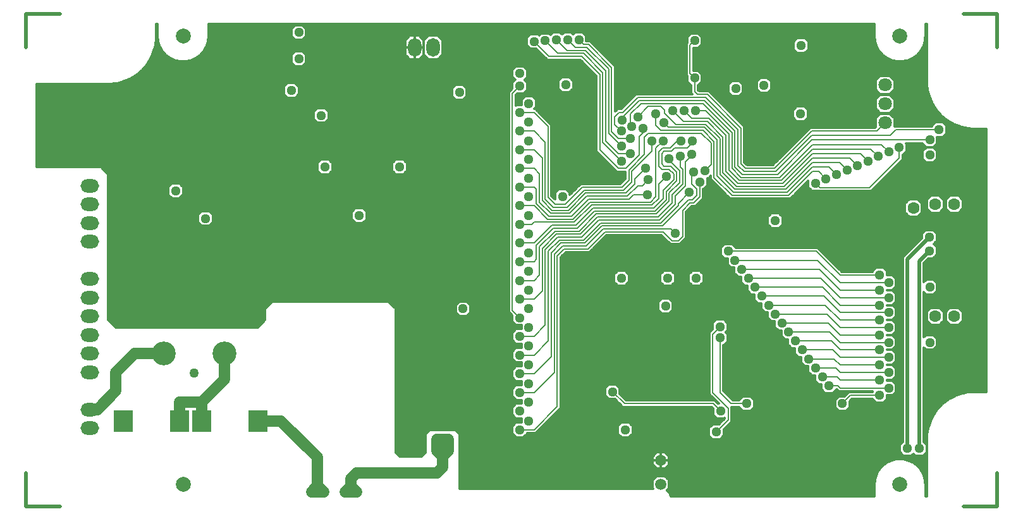
<source format=gbl>
G04 CAM Products 2000  RS274-X Output*
G04 Serial Number: 0000-00-00000*
G04 File Name:FULLMONI.GBL *
%FSLAX34Y34*%
%MOIN*%
%SFA1B1*%

%IPPOS*%
%ADD10C,0.019600*%
%ADD11C,0.011800*%
%ADD12C,0.007800*%
%ADD13R,0.043300X0.063000*%
%ADD14R,0.063000X0.043300*%
%ADD15R,0.070800X0.019600*%
%ADD16R,0.031500X0.047200*%
%ADD17R,0.055100X0.039300*%
%ADD18R,0.063000X0.011800*%
%ADD19R,0.059000X0.114100*%
%ADD20R,0.059000X0.114100*%
%ADD21R,0.039300X0.017700*%
%ADD22R,0.043300X0.027500*%
%ADD23R,0.048000X0.024400*%
%ADD24R,0.015700X0.090500*%
%ADD25R,0.047200X0.008600*%
%ADD26R,0.023600X0.061000*%
%ADD27R,0.055100X0.035400*%
%ADD28R,0.089300X0.021600*%
%ADD29R,0.114100X0.059000*%
%ADD30R,0.013700X0.063000*%
%ADD31R,0.114100X0.059000*%
%ADD32R,0.102300X0.102300*%
%ADD33R,0.019600X0.086600*%
%ADD34R,0.047200X0.070800*%
%ADD35R,0.127900X0.027500*%
%ADD36R,0.013700X0.070800*%
%ADD37R,0.019600X0.066900*%
%ADD38R,0.019600X0.066900*%
%ADD39R,0.078700X0.019600*%
%ADD40R,0.090500X0.015700*%
%ADD41R,0.007800X0.063000*%
%ADD42R,0.063000X0.007800*%
%ADD43C,0.039300*%
%ADD44O,0.007800X0.015700*%
%ADD45O,0.015700X0.007800*%
%ADD46R,0.039300X0.015700*%
%ADD47R,0.027500X0.043300*%
%ADD48R,0.070800X0.031500*%
%ADD49R,0.070800X0.047200*%
%ADD50R,0.086600X0.098400*%
%ADD51R,0.032400X0.078700*%
%ADD52C,0.011800*%
%ADD53C,0.007800*%
%ADD54C,0.015700*%
%ADD55C,0.059000*%
%ADD56C,0.039300*%
%ADD57C,0.010000*%
%ADD58C,0.078700*%
%ADD59C,0.063000*%
%ADD60C,0.059000*%
%ADD61O,0.098400X0.070800*%
%ADD62O,0.070800X0.098400*%
%ADD63C,0.050000*%
%ADD64C,0.125900*%
%ADD65R,0.098400X0.118100*%
%ADD66C,0.070800*%
%ADD67C,0.051100*%
%ADD68R,0.070800X0.070800*%
%ADD69R,0.051100X0.070800*%
%ADD70R,0.070800X0.051100*%
%ADD71R,0.078700X0.027500*%
%ADD72R,0.039300X0.055100*%
%ADD73R,0.063000X0.047200*%
%ADD74R,0.066900X0.122000*%
%ADD75R,0.066900X0.122000*%
%ADD76R,0.047200X0.025600*%
%ADD77R,0.051100X0.035400*%
%ADD78R,0.055900X0.032200*%
%ADD79R,0.023600X0.098400*%
%ADD80R,0.055100X0.016500*%
%ADD81R,0.031500X0.068900*%
%ADD82R,0.097200X0.029500*%
%ADD83R,0.122000X0.066900*%
%ADD84R,0.021600X0.070800*%
%ADD85R,0.122000X0.066900*%
%ADD86R,0.110200X0.110200*%
%ADD87R,0.027500X0.094400*%
%ADD88R,0.055100X0.078700*%
%ADD89R,0.135800X0.035400*%
%ADD90R,0.021600X0.078700*%
%ADD91R,0.027500X0.074800*%
%ADD92R,0.027500X0.074800*%
%ADD93R,0.086600X0.027500*%
%ADD94R,0.098400X0.023600*%
%ADD95R,0.015700X0.070800*%
%ADD96R,0.070800X0.015700*%
%ADD97C,0.047200*%
%ADD98O,0.015700X0.023600*%
%ADD99O,0.023600X0.015700*%
%ADD100R,0.047200X0.023600*%
%ADD101R,0.035400X0.051100*%
%ADD102R,0.078700X0.039300*%
%ADD103R,0.078700X0.055100*%
%ADD104R,0.094400X0.106300*%
%ADD105R,0.040300X0.086600*%
%ADD106C,0.086600*%
%ADD107C,0.066900*%
%ADD108O,0.106300X0.078700*%
%ADD109O,0.078700X0.106300*%
%ADD110C,0.057800*%
%ADD111C,0.133800*%
%ADD112R,0.106300X0.125900*%
%ADD113C,0.078700*%
%ADD114C,0.027500*%
%ADD115C,0.019600*%
%ADD116R,0.659400X0.039300*%
%ADD117R,0.659400X0.039300*%
%LNFULLMONI-1*%
%LPD*%
G54D10*
X223009Y208482D02*
Y218462D01*
X224160Y219614*
X223638Y218374D02*
X224160Y218895D01*
X223638Y208482D02*
Y218374D01*
X225961Y231395D02*
X227733D01*
Y229624D02*
Y231395D01*
Y205411D02*
Y207183D01*
X225961Y205411D02*
X227733D01*
X176552D02*
Y207183D01*
Y205411D02*
X178324D01*
X176552Y231395D02*
X178324D01*
X176552Y229624D02*
Y231395D01*
G54D52*
X223951Y230133D02*
X223953Y230214D01*
X224032Y227852D02*
X224034Y227752D01*
X224040Y227653*
X224050Y227554*
X224064Y227456*
X224081Y227358*
X224103Y227261*
X224128Y227164*
X224157Y227070*
X224190Y226975*
X224226Y226883*
X224266Y226792*
X224309Y226703*
X224357Y226615*
X224407Y226529*
X224461Y226446*
X224518Y226364*
X224578Y226285*
X224642Y226209*
X224708Y226135*
X224777Y226063*
X224849Y225995*
X224924Y225929*
X225001Y225866*
X225080Y225807*
X225162Y225750*
X225246Y225697*
X225332Y225647*
X225420Y225601*
X225510Y225558*
X225601Y225518*
X225694Y225483*
X225788Y225451*
X225883Y225422*
X225980Y225398*
X226077Y225377*
X226175Y225361*
X226274Y225348*
X226373Y225338*
X226472Y225333*
X226552Y225332*
X221279Y230133D02*
X221289Y230032D01*
X221306Y229933*
X221331Y229835*
X221363Y229739*
X221403Y229646*
X221449Y229556*
X221502Y229470*
X221561Y229388*
X221627Y229311*
X221698Y229239*
X221774Y229173*
X221855Y229112*
X221940Y229058*
X222029Y229011*
X222122Y228970*
X222217Y228936*
X222314Y228910*
X222414Y228891*
X222514Y228879*
X222615Y228875*
X222716Y228879*
X222816Y228891*
X222916Y228910*
X223013Y228936*
X223108Y228970*
X223201Y229011*
X223290Y229058*
X223375Y229112*
X223456Y229173*
X223532Y229239*
X223603Y229311*
X223668Y229388*
X223728Y229470*
X223781Y229556*
X223827Y229646*
X223866Y229739*
X223899Y229835*
X223924Y229933*
X223941Y230032*
X223951Y230133*
X221276Y230214D02*
X221279Y230133D01*
X226552Y211474D02*
X226472Y211473D01*
X226373Y211468*
X226274Y211459*
X226175Y211446*
X226077Y211429*
X225980Y211408*
X225883Y211384*
X225788Y211355*
X225694Y211323*
X225601Y211288*
X225510Y211248*
X225420Y211205*
X225332Y211159*
X225246Y211109*
X225162Y211056*
X225080Y211000*
X225001Y210940*
X224924Y210877*
X224849Y210811*
X224777Y210743*
X224708Y210671*
X224642Y210597*
X224578Y210521*
X224518Y210442*
X224461Y210360*
X224407Y210277*
X224357Y210191*
X224309Y210103*
X224266Y210014*
X224226Y209923*
X224190Y209831*
X224157Y209737*
X224128Y209641*
X224103Y209545*
X224081Y209448*
X224064Y209350*
X224050Y209252*
X224040Y209153*
X224034Y209053*
X224032Y208954*
X223953Y206592D02*
X223951Y206673D01*
X223941Y206774*
X223924Y206873*
X223899Y206971*
X223866Y207067*
X223827Y207160*
X223781Y207250*
X223728Y207336*
X223668Y207418*
X223603Y207495*
X223532Y207567*
X223456Y207633*
X223375Y207694*
X223290Y207748*
X223201Y207796*
X223108Y207837*
X223013Y207870*
X222916Y207896*
X222816Y207915*
X222716Y207927*
X222615Y207931*
X222514Y207927*
X222414Y207915*
X222314Y207896*
X222217Y207870*
X222122Y207837*
X222029Y207796*
X221940Y207748*
X221855Y207694*
X221774Y207633*
X221698Y207567*
X221627Y207495*
X221561Y207418*
X221502Y207336*
X221449Y207250*
X221403Y207160*
X221363Y207067*
X221331Y206971*
X221306Y206873*
X221289Y206774*
X221279Y206673*
X221276Y206592D01*
X186156Y230133D02*
X186158Y230214D01*
X183483Y230133D02*
X183494Y230032D01*
X183511Y229933*
X183536Y229835*
X183568Y229739*
X183607Y229646*
X183654Y229556*
X183707Y229470*
X183766Y229388*
X183831Y229311*
X183902Y229239*
X183978Y229173*
X184059Y229112*
X184145Y229058*
X184234Y229011*
X184326Y228970*
X184422Y228936*
X184519Y228910*
X184618Y228891*
X184719Y228879*
X184820Y228875*
X184921Y228879*
X185021Y228891*
X185120Y228910*
X185218Y228936*
X185313Y228970*
X185405Y229011*
X185495Y229058*
X185580Y229112*
X185661Y229173*
X185737Y229239*
X185808Y229311*
X185873Y229388*
X185933Y229470*
X185985Y229556*
X186032Y229646*
X186071Y229739*
X186103Y229835*
X186128Y229933*
X186146Y230032*
X186156Y230133*
X183481Y230214D02*
X183483Y230133D01*
X183401Y230134D02*
X183402Y230214D01*
X180962Y227696D02*
X181062Y227701D01*
X181162Y227710*
X181261Y227723*
X181359Y227740*
X181457Y227761*
X181554Y227785*
X181650Y227814*
X181744Y227846*
X181838Y227882*
X181929Y227922*
X182020Y227965*
X182108Y228012*
X182194Y228062*
X182278Y228116*
X182361Y228173*
X182440Y228233*
X182518Y228297*
X182592Y228363*
X182664Y228432*
X182734Y228504*
X182800Y228579*
X182863Y228657*
X182924Y228736*
X182981Y228818*
X183034Y228903*
X183085Y228989*
X183131Y229077*
X183175Y229167*
X183214Y229259*
X183250Y229352*
X183283Y229447*
X183311Y229542*
X183336Y229639*
X183357Y229737*
X183374Y229836*
X183387Y229935*
X183396Y230034*
X183401Y230134*
X180883Y227694D02*
X180962Y227696D01*
X210545Y205962D02*
X210511Y206048D01*
X210463Y206128*
X210403Y206198*
X210331Y206257*
X223953Y230844D02*
X224032D01*
X223953Y230844D02*
X224032D01*
X222320Y227694D02*
X224037D01*
X223953Y230765D02*
X224032D01*
X223953Y230686D02*
X224032D01*
X224268Y225470D02*
Y226787D01*
X224347Y225548D02*
Y226633D01*
X224111Y225470D02*
Y227228D01*
X224189Y225470D02*
Y226976D01*
X222320Y227615D02*
X224043D01*
X222298Y227379D02*
X224077D01*
X222320Y227537D02*
X224052D01*
X222320Y227458D02*
X224063D01*
X222320Y226749D02*
X224287D01*
X222320Y226670D02*
X224326D01*
X222306Y226907D02*
X224216D01*
X222320Y226828D02*
X224250D01*
X224977Y225588D02*
Y225885D01*
X224898Y225667D02*
Y225951D01*
X224918Y225647D02*
X225333D01*
X224740Y225687D02*
Y226100D01*
X224819Y225687D02*
Y226022D01*
X224997Y225568D02*
X225487D01*
X225075Y225489D02*
X225676D01*
X225055Y225510D02*
Y225825D01*
X224879Y225687D02*
X225075Y225490D01*
X224583Y225687D02*
Y226279D01*
X224662Y225687D02*
Y226186D01*
X222320Y226592D02*
X224370D01*
X224504Y225687D02*
Y226383D01*
X224485Y225687D02*
X224879D01*
X224288Y225490D02*
X224485Y225687D01*
X224425Y225627D02*
Y226500D01*
X224288Y225470D02*
Y225490D01*
X223953Y230607D02*
X224032D01*
X223953Y230529D02*
X224032D01*
X223953Y230450D02*
X224032D01*
X223953Y230371D02*
X224032D01*
X223953Y230292D02*
X224032D01*
Y227852D02*
Y230844D01*
X223953Y230214D02*
X224032D01*
X224032Y225470D02*
Y230844D01*
X223953Y230135D02*
Y230844D01*
X223951Y230135D02*
X224032D01*
X223944Y230056D02*
X224032D01*
X223933Y229977D02*
X224032D01*
X223916Y229899D02*
X224032D01*
X223894Y229820D02*
X224032D01*
X223953Y225470D02*
Y230184D01*
X223867Y229741D02*
X224032D01*
X223835Y229662D02*
X224032D01*
X223796Y229584D02*
X224032D01*
X223750Y229505D02*
X224032D01*
X223697Y229426D02*
X224032D01*
X223635Y229348D02*
X224032D01*
X223563Y229269D02*
X224032D01*
X223477Y229190D02*
X224032D01*
X223374Y229111D02*
X224032D01*
X223244Y229033D02*
X224032D01*
X223066Y228954D02*
X224032D01*
X222300Y227913D02*
Y228913D01*
X222320Y227851D02*
X224032D01*
X222320Y227401D02*
Y227893D01*
Y227773D02*
X224033D01*
X222300Y226913D02*
Y227381D01*
X222320Y226401D02*
Y226893D01*
X226552Y225332D02*
X227182D01*
X225685Y221809D02*
Y225486D01*
X226473Y225332D02*
X226552D01*
X225528Y221809D02*
Y225550D01*
X225607Y221809D02*
Y225516D01*
X225843Y221669D02*
Y225434D01*
X225922Y221590D02*
Y225412D01*
X225449Y221809D02*
Y225586D01*
X225764Y221748D02*
Y225459D01*
X225075Y225332D02*
X227182D01*
X225075Y225096D02*
Y225490D01*
Y225411D02*
X225928D01*
X225292Y221809D02*
Y225670D01*
X225370Y221809D02*
Y225626D01*
X225134Y221692D02*
Y225769D01*
X225213Y221771D02*
Y225717D01*
X225075Y225253D02*
X227182D01*
X225075Y225174D02*
X227182D01*
X225075Y225096D02*
X227182D01*
X224996Y225017D02*
X227182D01*
X224879Y224899D02*
X225075Y225096D01*
X224918Y224938D02*
X227182D01*
X225055Y221613D02*
Y225076D01*
X224898Y221614D02*
Y224918D01*
X224583Y224859D02*
X227182D01*
X224583Y224781D02*
X227182D01*
X224583Y224899D02*
X224879D01*
X224583Y224702D02*
X227182D01*
X224583Y224623D02*
X227182D01*
X224583Y224544D02*
X227182D01*
X224819Y221693D02*
Y224899D01*
X224740Y221772D02*
Y224899D01*
X223874Y225470D02*
Y229761D01*
X223796Y225470D02*
Y229583D01*
X223717Y225470D02*
Y229454D01*
X223638Y225470D02*
Y229351D01*
X223559Y225470D02*
Y229266D01*
X223481Y225470D02*
Y229193D01*
X223402Y225470D02*
Y229131D01*
X223323Y225470D02*
Y229078D01*
X223244Y225470D02*
Y229033D01*
X223166Y225470D02*
Y228994D01*
X223087Y225470D02*
Y228961D01*
X223008Y225470D02*
Y228935D01*
X222929Y225470D02*
Y228913D01*
X222851Y225470D02*
Y228896D01*
X222772Y225470D02*
Y228885D01*
X222693Y225470D02*
Y228878D01*
X222614Y225470D02*
Y228875D01*
X224583Y224545D02*
Y224899D01*
X224387Y224348D02*
X224583Y224545D01*
X223796D02*
X223993Y224348D01*
X223796Y224545D02*
Y224564D01*
X224662Y221809D02*
Y224899D01*
X224583Y224151D02*
Y224544D01*
X223796Y219840D02*
Y224564D01*
X223717Y221445D02*
Y224564D01*
X222536Y225470D02*
Y228878D01*
X222507Y225470D02*
X224288D01*
X222457D02*
Y228885D01*
X222378Y225470D02*
Y228896D01*
X222969Y224544D02*
X223796D01*
X222950Y224564D02*
X223796D01*
X222329Y225470D02*
X222507D01*
X222329D02*
X222507D01*
X221985Y228139D02*
Y229033D01*
X221906Y228139D02*
Y229079D01*
X222063Y228139D02*
Y228994D01*
X221748Y228139D02*
Y229194D01*
X221827Y228139D02*
Y229132D01*
X222142Y228071D02*
Y228962D01*
X222221Y227992D02*
Y228935D01*
X221591Y228139D02*
Y229352D01*
X221670Y228139D02*
Y229266D01*
X211729Y229190D02*
X221753D01*
X211729Y229111D02*
X221856D01*
X217614Y229348D02*
X221595D01*
X211729Y229269D02*
X221667D01*
X211729Y228875D02*
X224032D01*
X211729Y229033D02*
X221986D01*
X211729Y228954D02*
X222163D01*
X222125Y228088D02*
X224032D01*
X212182Y228166D02*
X224032D01*
X222204Y228009D02*
X224032D01*
X221581Y228139D02*
X222074D01*
X222283Y227930D02*
X224032D01*
X222219Y227300D02*
X224093D01*
X222140Y227222D02*
X224112D01*
X222074Y228139D02*
X222320Y227893D01*
X222074Y227155D02*
X222320Y227401D01*
X211729Y228796D02*
X224032D01*
X211729Y228718D02*
X224032D01*
X211729Y228639D02*
X224032D01*
X211729Y228560D02*
X224032D01*
X211729Y228481D02*
X224032D01*
X211985Y228403D02*
X224032D01*
X212064Y228324D02*
X224032D01*
X212143Y228245D02*
X224032D01*
X221276Y230214D02*
Y230844D01*
X217792Y229899D02*
X221314D01*
X217792Y229820D02*
X221336D01*
X221276Y230135D02*
Y230214D01*
X217792Y229662D02*
X221395D01*
X221433Y227991D02*
Y229585D01*
X221355Y227912D02*
Y229762D01*
X217792Y229741D02*
X221362D01*
X211985Y230371D02*
X221276D01*
X212064Y230292D02*
X221276D01*
X212143Y230214D02*
X221276D01*
X212182Y230135D02*
X221279D01*
X217792Y229584D02*
X221434D01*
X217772Y229505D02*
X221479D01*
X217655Y230056D02*
X221286D01*
X217733Y229977D02*
X221298D01*
X217693Y229426D02*
X221533D01*
X221335Y227893D02*
X221581Y228139D01*
X221512Y228070D02*
Y229455D01*
X215843Y227773D02*
X221335D01*
X215843Y227694D02*
X221335D01*
X215843Y227615D02*
X221335D01*
Y227401D02*
Y227893D01*
X215843Y227537D02*
X221335D01*
X212182Y228088D02*
X221530D01*
X215647Y228009D02*
X221451D01*
X215725Y227930D02*
X221372D01*
X215804Y227851D02*
X221335D01*
X215725Y227300D02*
X221436D01*
X214307Y227222D02*
X221515D01*
X215843Y227458D02*
X221335D01*
X215803Y227379D02*
X221357D01*
X222227Y226985D02*
X224186D01*
X222149Y227064D02*
X224159D01*
X222320Y226513D02*
X224417D01*
X222221Y226992D02*
Y227302D01*
X222142Y227071D02*
Y227224D01*
X222320Y226434D02*
X224469D01*
X222274Y226355D02*
X224525D01*
X222300Y225913D02*
Y226381D01*
X222221Y225992D02*
Y226302D01*
X214229Y227143D02*
X224134D01*
X221581Y227155D02*
X222074D01*
X221335Y227401D02*
X221581Y227155D01*
Y227139D02*
X222074D01*
X222320Y226893*
X222074Y226155D02*
X222320Y226401D01*
X221335Y226893D02*
X221581Y227139D01*
X221335Y226401D02*
X221581Y226155D01*
X222320Y225883D02*
X224979D01*
X222320Y225804D02*
X225083D01*
X222320Y225725D02*
X225200D01*
X222195Y226277D02*
X224585D01*
X222251Y225962D02*
X224886D01*
X222320Y225647D02*
X224445D01*
X222320Y225568D02*
X224366D01*
X222320Y225460D02*
Y225893D01*
Y225489D02*
X224288D01*
X222116Y226198D02*
X224651D01*
X222094Y226119D02*
X224722D01*
X221581Y226155D02*
X222074D01*
X221581Y226139D02*
X222074D01*
X222320Y225893*
X222172Y226040D02*
X224800D01*
X222142Y226071D02*
Y226224D01*
X221335Y225893D02*
X221581Y226139D01*
X221433Y226991D02*
Y227303D01*
X221355Y226912D02*
Y227382D01*
X221512Y227070D02*
Y227224D01*
X221335Y226401D02*
Y226893D01*
X217655Y226434D02*
X221335D01*
X217733Y226355D02*
X221381D01*
X221433Y225991D02*
Y226303D01*
X221276Y225391D02*
Y230844D01*
X221355Y225912D02*
Y226382D01*
X212802Y227064D02*
X221506D01*
X212881Y226985D02*
X221427D01*
X212960Y226907D02*
X221349D01*
X213038Y226828D02*
X221335D01*
X213117Y226749D02*
X221335D01*
X213196Y226670D02*
X221335D01*
X213275Y226592D02*
X221335D01*
X217576Y226513D02*
X221335D01*
X217772Y226198D02*
X221538D01*
X217772Y226119D02*
X221561D01*
X217772Y226277D02*
X221460D01*
X221512Y226070D02*
Y226224D01*
X217772Y226040D02*
X221483D01*
X221335Y225421D02*
Y225893D01*
X221306Y225391D02*
X221335Y225421D01*
X218058Y225391D02*
X221306D01*
X217772Y225962D02*
X221404D01*
X217733Y225883D02*
X221335D01*
X217654Y225804D02*
X221335D01*
X214141Y225725D02*
X221335D01*
X214220Y225647D02*
X221335D01*
X214298Y225568D02*
X221335D01*
X214377Y225489D02*
X221335D01*
X214406Y225411D02*
X221325D01*
X224583Y224151D02*
X227182D01*
X224583Y224072D02*
X227182D01*
X224583Y223993D02*
X227182D01*
X224583Y223914D02*
X227182D01*
X225251Y221809D02*
X225703D01*
X225930Y221582*
X225724Y221788D02*
X227182D01*
X225024Y221582D02*
X225251Y221809D01*
X224724Y221788D02*
X225231D01*
X224504Y224466D02*
X227182D01*
X224425Y224387D02*
X227182D01*
X224426Y224308D02*
X227182D01*
X224505Y224229D02*
X227182D01*
X224583Y223836D02*
X227182D01*
X224583Y223757D02*
X227182D01*
X224504Y223678D02*
X227182D01*
X224425Y223600D02*
X227182D01*
X225881Y221631D02*
X227182D01*
X225802Y221710D02*
X227182D01*
X225930Y221552D02*
X227182D01*
X225930Y221474D02*
X227182D01*
X225930Y221395D02*
X227182D01*
X225930Y221316D02*
X227182D01*
X225930Y221237D02*
X227182D01*
X225930Y221129D02*
Y221582D01*
Y221159D02*
X227182D01*
X224802Y221710D02*
X225152D01*
X224881Y221631D02*
X225073D01*
X224930Y221552D02*
X225024D01*
X224930Y221474D02*
X225024D01*
X224930Y221395D02*
X225024D01*
X224930Y221316D02*
X225024D01*
X224930Y221237D02*
X225024D01*
X224930Y221159D02*
X225024D01*
X224504Y224230D02*
Y224466D01*
X224387Y224348D02*
X224583Y224151D01*
Y223757D02*
Y224151D01*
X224425Y224309D02*
Y224387D01*
X223993Y224348D02*
X224387D01*
Y223561D02*
X224583Y223757D01*
X224583Y221809D02*
Y223757D01*
X224504Y221809D02*
Y223678D01*
X224425Y221809D02*
Y223600D01*
X223993Y224348D02*
X224387D01*
X223796Y224151D02*
X223993Y224348D01*
X223874Y224229D02*
Y224466D01*
X223953Y224308D02*
Y224388D01*
X223796Y223757D02*
X223993Y223561D01*
X224387*
X223638Y221524D02*
Y224564D01*
X223796Y223757D02*
Y224151D01*
X224347Y221809D02*
Y223561D01*
X224251Y221809D02*
X224703D01*
X224268D02*
Y223561D01*
X224189Y221747D02*
Y223561D01*
X224703Y221809D02*
X224930Y221582D01*
X225024Y221129D02*
Y221582D01*
X224111Y221668D02*
Y223561D01*
X224930Y221129D02*
Y221582D01*
X224032Y221590D02*
Y223561D01*
X224024Y221582D02*
X224251Y221809D01*
X223688Y221474D02*
X224024D01*
X223767Y221395D02*
X224024D01*
X223776Y221316D02*
X224024D01*
X223776Y221237D02*
X224024D01*
Y221129D02*
Y221582D01*
X223776Y221159D02*
X224024D01*
X225880Y221080D02*
X227182D01*
X225801Y221001D02*
X227182D01*
X225723Y220922D02*
X227182D01*
X225703Y220903D02*
X225930Y221129D01*
X224723Y220922D02*
X225231D01*
X224554Y219741D02*
X227182D01*
X224554Y219662D02*
X227182D01*
X225024Y221129D02*
X225251Y220903D01*
X225703*
X223687Y220844D02*
X227182D01*
X224387Y219977D02*
X227182D01*
X224466Y219899D02*
X227182D01*
X224544Y219820D02*
X227182D01*
X224554Y219584D02*
X227182D01*
X224554Y219505D02*
X227182D01*
X224554Y219426D02*
X227182D01*
X224485Y219348D02*
X227182D01*
X224456Y219190D02*
X227182D01*
X224406Y219269D02*
X227182D01*
X224535Y219111D02*
X227182D01*
X224554Y219033D02*
X227182D01*
X224554Y218954D02*
X227182D01*
X224554Y218875D02*
X227182D01*
X224554Y218796D02*
X227182D01*
X224554Y218718D02*
X227182D01*
X224494Y218639D02*
X227182D01*
X224416Y218560D02*
X227182D01*
X224101Y218481D02*
X227182D01*
X224022Y218403D02*
X227182D01*
X223943Y218324D02*
X227182D01*
X223875Y218245D02*
X227182D01*
X223875Y218166D02*
X227182D01*
X223875Y218088D02*
X227182D01*
X223875Y218009D02*
X227182D01*
X224880Y221080D02*
X225074D01*
X224703Y220903D02*
X224930Y221129D01*
X224801Y221001D02*
X225153D01*
X224251Y220903D02*
X224703D01*
X224347Y220007D02*
Y220903D01*
X224504Y219860D02*
Y220903D01*
X224425Y219939D02*
Y220903D01*
X224111Y220007D02*
Y221043D01*
X224189Y220007D02*
Y220964D01*
X223776Y221001D02*
X224153D01*
X223766Y220922D02*
X224231D01*
X223776Y220933D02*
Y221385D01*
Y221080D02*
X224074D01*
X224024Y221129D02*
X224251Y220903D01*
X224032Y220007D02*
Y221122D01*
X223874Y219918D02*
Y223679D01*
X223953Y219997D02*
Y223600D01*
X224357Y220007D02*
X224554Y219811D01*
Y219417D02*
Y219811D01*
X224392Y219254D02*
X224554Y219417D01*
X224425Y219220D02*
Y219288D01*
X224392Y219254D02*
X224554Y219092D01*
Y218698D02*
Y219092D01*
X224504Y219142D02*
Y219367D01*
X224357Y218501D02*
X224554Y218698D01*
X224268Y220007D02*
Y220903D01*
X223963Y220007D02*
X224357D01*
X223766Y219811D02*
X223963Y220007D01*
X223766Y219574D02*
Y219811D01*
X224121Y218501D02*
X224357D01*
X223875Y218255D02*
X224121Y218501D01*
X223717Y219525D02*
Y220873D01*
X223638Y219446D02*
Y220794D01*
X222969Y224466D02*
X223875D01*
X222969Y224387D02*
X223954D01*
X222969Y224308D02*
X223953D01*
X222969Y224229D02*
X223874D01*
X222969Y224151D02*
X223796D01*
X222644Y223600D02*
X223954D01*
X222565Y223521D02*
X227182D01*
X222890Y224072D02*
X223796D01*
X222723Y223678D02*
X223875D01*
X222487Y223442D02*
X227182D01*
X222408Y223363D02*
X227182D01*
X222329Y223285D02*
X227182D01*
X222250Y223206D02*
X227182D01*
X222172Y223127D02*
X227182D01*
X222093Y223048D02*
X227182D01*
X222014Y222970D02*
X227182D01*
X221935Y222891D02*
X227182D01*
X221857Y222812D02*
X227182D01*
X221778Y222733D02*
X227182D01*
X221699Y222655D02*
X227182D01*
X221620Y222576D02*
X227182D01*
X221542Y222497D02*
X227182D01*
X221463Y222418D02*
X227182D01*
X221384Y222340D02*
X227182D01*
X221305Y222261D02*
X227182D01*
X223609Y221552D02*
X224024D01*
X221227Y222182D02*
X227182D01*
X221148Y222103D02*
X227182D01*
X217211Y222025D02*
X227182D01*
X217132Y221946D02*
X227182D01*
X217053Y221867D02*
X227182D01*
X216975Y221788D02*
X224231D01*
X216896Y221710D02*
X224152D01*
X212211Y221631D02*
X224073D01*
X223481Y221612D02*
Y224564D01*
X223402Y221612D02*
Y224564D01*
X223323Y221612D02*
Y224564D01*
X223244Y221612D02*
Y224564D01*
X222969Y224151D02*
Y224545D01*
X223559Y221602D02*
Y224564D01*
X223166Y221612D02*
Y224564D01*
X223087Y221601D02*
Y224564D01*
X223008Y221523D02*
Y224564D01*
X222950D02*
X222969Y224545D01*
X222811Y223993D02*
X223796D01*
X222772Y223954D02*
X222969Y224151D01*
X222753Y223954D02*
X222772D01*
X222929Y221444D02*
Y224111D01*
X222753Y223914D02*
X223796D01*
X222753Y223885D02*
Y223954D01*
Y223708D02*
Y223885D01*
Y223836D02*
X223796D01*
X222753Y223757D02*
X223796D01*
X222753Y223708D02*
Y223885D01*
X222664Y223620D02*
X222753Y223708D01*
X223550Y221612D02*
X223776Y221385D01*
X223097Y221612D02*
X223550D01*
X222664Y223620D02*
X222753Y223708D01*
X222871Y221385D02*
X223097Y221612D01*
X212132Y221552D02*
X223038D01*
X212053Y221474D02*
X222959D01*
X221178Y222133D02*
X222664Y223620D01*
X211975Y221395D02*
X222880D01*
X211896Y221316D02*
X222871D01*
X211620Y221237D02*
X222871D01*
X211542Y221159D02*
X222871D01*
X211463Y221080D02*
X222871D01*
X223609Y220765D02*
X227182D01*
X223550Y220706D02*
X223776Y220933D01*
X223097Y220706D02*
X223550D01*
X223559Y219367D02*
Y220716D01*
X223481Y219288D02*
Y220706D01*
X223402Y219210D02*
Y220706D01*
X223323Y219131D02*
Y220706D01*
X223244Y219052D02*
Y220706D01*
X223166Y218974D02*
Y220706D01*
X216434Y220686D02*
X227182D01*
X216434Y220607D02*
X227182D01*
X222871Y220933D02*
X223097Y220706D01*
X216434Y220529D02*
X227182D01*
X216434Y220450D02*
X227182D01*
X216434Y220371D02*
X227182D01*
X216433Y220292D02*
X227182D01*
X216355Y220214D02*
X227182D01*
X216276Y220135D02*
X227182D01*
X211335Y220056D02*
X227182D01*
X211335Y219977D02*
X223933D01*
X213757Y219269D02*
X223461D01*
X213836Y219190D02*
X223382D01*
X222890Y218698D02*
X223766Y219574D01*
X213914Y219111D02*
X223303D01*
X218314Y219033D02*
X223225D01*
X218393Y218954D02*
X223146D01*
X211335Y219899D02*
X223855D01*
X211335Y219820D02*
X223776D01*
X211335Y219741D02*
X223766D01*
X211335Y219662D02*
X223766D01*
X211335Y219584D02*
X223766D01*
X211266Y219505D02*
X223697D01*
X211187Y219426D02*
X223618D01*
X211109Y219348D02*
X223540D01*
X223008Y218816D02*
Y220795D01*
X222929Y218737D02*
Y220874D01*
X223087Y218895D02*
Y220716D01*
X222851Y218659D02*
Y224033D01*
X222871Y220933D02*
Y221385D01*
X221748Y218009D02*
Y222704D01*
X221670Y218009D02*
Y222625D01*
X221591Y218009D02*
Y222546D01*
X221512Y218009D02*
Y222468D01*
X216277Y220844D02*
X222960D01*
X216355Y220765D02*
X223038D01*
X211384Y221001D02*
X222871D01*
X211335Y220922D02*
X222881D01*
X218472Y218875D02*
X223067D01*
X218550Y218796D02*
X222988D01*
X221433Y218009D02*
Y222389D01*
X221355Y218009D02*
Y222310D01*
X222772Y218580D02*
X222890Y218698D01*
X222772Y218580D02*
X222890Y218698D01*
X222772Y218344D02*
Y218580D01*
Y218344D02*
Y218580D01*
X219259Y218088D02*
X222772D01*
X221749Y218009D02*
X222772D01*
X221355Y218009D02*
X221749D01*
X219338Y218009D02*
X221355D01*
X218629Y218718D02*
X222910D01*
X218708Y218639D02*
X222831D01*
X218787Y218560D02*
X222772D01*
X218865Y218481D02*
X222772D01*
X218944Y218403D02*
X222772D01*
X219023Y218324D02*
X222772D01*
X219101Y218245D02*
X222772D01*
X219180Y218166D02*
X222772D01*
X221197Y225391D02*
Y230844D01*
X221118Y225391D02*
Y230844D01*
X221040Y225391D02*
Y230844D01*
X220961Y225391D02*
Y230844D01*
X220882Y225391D02*
Y230844D01*
X220803Y225391D02*
Y230844D01*
X220725Y225391D02*
Y230844D01*
X220646Y225391D02*
Y230844D01*
X220567Y225391D02*
Y230844D01*
X217575Y230116D02*
Y230844D01*
X217496Y230116D02*
Y230844D01*
X217418Y230116D02*
Y230844D01*
X217339Y230116D02*
Y230844D01*
X220488Y225391D02*
Y230844D01*
X217733Y229978D02*
Y230844D01*
X217654Y230057D02*
Y230844D01*
X217260Y230116D02*
Y230844D01*
X217792Y229525D02*
Y229919D01*
X217595Y230116D02*
X217792Y229919D01*
X217595Y229328D02*
X217792Y229525D01*
X217575Y226513D02*
Y229328D01*
X217496Y226513D02*
Y229328D01*
X217733Y226356D02*
Y229466D01*
X217654Y226435D02*
Y229387D01*
X217418Y226513D02*
Y229328D01*
X217339Y226513D02*
Y229328D01*
X217201Y230116D02*
X217595D01*
X217005Y229919D02*
X217201Y230116D01*
X217181Y230096D02*
Y230844D01*
X217103Y230017D02*
Y230844D01*
X217201Y229328D02*
X217595D01*
X217260Y226513D02*
Y229328D01*
X217005Y229525D02*
X217201Y229328D01*
X217181Y226513D02*
Y229348D01*
X217024Y229938D02*
Y230844D01*
X215764Y227892D02*
Y230844D01*
X217005Y229525D02*
Y229919D01*
X215685Y227970D02*
Y230844D01*
X215607Y228009D02*
Y230844D01*
X217024Y226355D02*
Y229506D01*
X217103Y226434D02*
Y229427D01*
X215843Y227813D02*
Y230844D01*
X215646Y228009D02*
X215843Y227812D01*
X215528Y228009D02*
Y230844D01*
X215449Y228009D02*
Y230844D01*
X215370Y228009D02*
Y230844D01*
X215292Y228009D02*
Y230844D01*
X215213Y227970D02*
Y230844D01*
X215134Y227891D02*
Y230844D01*
X214347Y227655D02*
Y230844D01*
X214268Y227734D02*
Y230844D01*
X215253Y228009D02*
X215646D01*
X215843Y227419D02*
Y227812D01*
X215056D02*
X215253Y228009D01*
X215056Y227419D02*
Y227812D01*
X215646Y227222D02*
X215843Y227419D01*
X215253Y227222D02*
X215646D01*
X214347Y227261D02*
Y227655D01*
X215056Y227419D02*
X215253Y227222D01*
X214308Y227694D02*
X215056D01*
X214347Y227615D02*
X215056D01*
X214347Y227537D02*
X215056D01*
X214347Y227458D02*
X215056D01*
X214347Y227379D02*
X215096D01*
X214347Y227300D02*
X215174D01*
X214347Y225520D02*
Y227261D01*
X214268Y225598D02*
Y227182D01*
X220410Y225391D02*
Y230844D01*
X220331Y225391D02*
Y230844D01*
X220252Y225391D02*
Y230844D01*
X220174Y225391D02*
Y230844D01*
X220095Y225391D02*
Y230844D01*
X220016Y225391D02*
Y230844D01*
X219937Y225391D02*
Y230844D01*
X219859Y225391D02*
Y230844D01*
X219780Y225391D02*
Y230844D01*
X219701Y225391D02*
Y230844D01*
X219622Y225391D02*
Y230844D01*
X219544Y225391D02*
Y230844D01*
X219465Y225391D02*
Y230844D01*
X219386Y225391D02*
Y230844D01*
X219307Y225391D02*
Y230844D01*
X219229Y225391D02*
Y230844D01*
X219150Y225391D02*
Y230844D01*
X219071Y225391D02*
Y230844D01*
X218992Y225391D02*
Y230844D01*
X218914Y225391D02*
Y230844D01*
X218835Y225391D02*
Y230844D01*
X218756Y225391D02*
Y230844D01*
X218677Y225391D02*
Y230844D01*
X218599Y225391D02*
Y230844D01*
X218520Y225391D02*
Y230844D01*
X218441Y225391D02*
Y230844D01*
X218362Y225391D02*
Y230844D01*
X218284Y225391D02*
Y230844D01*
X218205Y225391D02*
Y230844D01*
X218126Y225391D02*
Y230844D01*
X218048Y225391D02*
Y230844D01*
X217969Y225391D02*
Y230844D01*
X217890Y225391D02*
Y230844D01*
X217811Y225322D02*
Y230844D01*
X216945Y224456D02*
Y230844D01*
X216866Y224377D02*
Y230844D01*
X216788Y224298D02*
Y230844D01*
X216709Y224220D02*
Y230844D01*
X216630Y224141D02*
Y230844D01*
X216551Y224062D02*
Y230844D01*
X216473Y223983D02*
Y230844D01*
X216394Y223905D02*
Y230844D01*
X216315Y223826D02*
Y230844D01*
X216237Y223747D02*
Y230844D01*
X216158Y223668D02*
Y230844D01*
X216079Y223590D02*
Y230844D01*
X216000Y223511D02*
Y230844D01*
X215922Y223432D02*
Y230844D01*
X215055Y223423D02*
Y230844D01*
X214977Y223423D02*
Y230844D01*
X214898Y223423D02*
Y230844D01*
X215843Y223423D02*
Y227418D01*
X215764Y223423D02*
Y227340D01*
X215685Y223423D02*
Y227261D01*
X215607Y223423D02*
Y227222D01*
X215528Y223423D02*
Y227222D01*
X215449Y223423D02*
Y227222D01*
X215370Y223423D02*
Y227222D01*
X215292Y223423D02*
Y227222D01*
X215134Y223423D02*
Y227340D01*
X215213Y223423D02*
Y227262D01*
X214504Y223472D02*
Y230844D01*
X214425Y223551D02*
Y230844D01*
X214819Y223423D02*
Y230844D01*
X214740Y223423D02*
Y230844D01*
X214662Y223423D02*
Y230844D01*
X214583Y223423D02*
Y230844D01*
X214111Y227852D02*
Y230844D01*
X214032Y227852D02*
Y230844D01*
X213953Y227852D02*
Y230844D01*
X213874Y227852D02*
Y230844D01*
X212182Y229781D02*
Y230175D01*
X214189Y227813D02*
Y230844D01*
X213796Y227852D02*
Y230844D01*
X213717Y227812D02*
Y230844D01*
X213638Y227733D02*
Y230844D01*
X212182Y230056D02*
X217142D01*
X212182Y229977D02*
X217063D01*
X211985Y230372D02*
X212182Y230175D01*
Y229899D02*
X217005D01*
X212182Y229820D02*
X217005D01*
X212142Y229741D02*
X217005D01*
X211985Y229584D02*
X212182Y229781D01*
X212063Y229662D02*
X217005D01*
X212182Y228009D02*
X215252D01*
X212182Y227930D02*
X215174D01*
X214151Y227851D02*
X215095D01*
X213757Y227852D02*
X214150D01*
X212182Y227851D02*
X213756D01*
X214150Y227852D02*
X214347Y227655D01*
X214229Y227773D02*
X215056D01*
X212182Y227812D02*
Y228206D01*
X213560Y227655D02*
X213757Y227852D01*
X211729Y229426D02*
X217103D01*
X211729Y229348D02*
X217182D01*
X211729Y229584D02*
X217005D01*
X211729Y229505D02*
X217025D01*
X212142Y227773D02*
X213677D01*
X212063Y227694D02*
X213599D01*
X211985Y228403D02*
X212182Y228206D01*
X211965Y227615D02*
X213560D01*
X211985Y230372D02*
Y230844D01*
X211906Y230372D02*
Y230844D01*
X211827Y230372D02*
Y230844D01*
X211748Y230372D02*
Y230844D01*
X211670Y230372D02*
Y230844D01*
X212142Y230214D02*
Y230844D01*
X212063Y230293D02*
Y230844D01*
X211591Y230371D02*
Y230844D01*
X211591Y230372D02*
X211985D01*
X211512Y230292D02*
Y230844D01*
X211394Y230175D02*
X211591Y230372D01*
X211433Y230214D02*
Y230844D01*
X211394Y229850D02*
Y230175D01*
X211375Y229830D02*
X211394Y229850D01*
X211375Y229830D02*
X211394Y229850D01*
X211375Y229653D02*
Y229830D01*
Y229653D02*
Y229830D01*
X211729Y229584D02*
X211985D01*
X211985Y228403D02*
Y229584D01*
X211906Y228403D02*
Y229584D01*
X211827Y228403D02*
Y229584D01*
X212142Y228246D02*
Y229741D01*
X211985Y227616D02*
X212182Y227812D01*
X212063Y228325D02*
Y229662D01*
X211748Y228403D02*
Y229584D01*
X211729Y228403D02*
Y229584D01*
Y228403D02*
X211985D01*
X211375Y228334D02*
Y229653D01*
Y228157D02*
Y228334D01*
Y228157D02*
Y228334D01*
Y228157D02*
X211394Y228137D01*
X211375Y228157D02*
X211394Y228137D01*
Y227812D02*
Y228137D01*
X213244Y226622D02*
Y230844D01*
X213166Y226701D02*
Y230844D01*
X213560Y227261D02*
Y227655D01*
X213087Y226779D02*
Y230844D01*
X213008Y226858D02*
Y230844D01*
X213559Y226307D02*
Y230844D01*
X213481Y226386D02*
Y230844D01*
X213402Y226464D02*
Y230844D01*
X213323Y226543D02*
Y230844D01*
X211965Y227537D02*
X213560D01*
X211965Y227458D02*
X213560D01*
X212614Y227252D02*
Y230844D01*
X212536Y227320D02*
Y230844D01*
X212929Y226937D02*
Y230844D01*
X212851Y227016D02*
Y230844D01*
X212772Y227094D02*
Y230844D01*
X212693Y227173D02*
Y230844D01*
X214150Y227064D02*
X214347Y227261D01*
X213560D02*
X213757Y227064D01*
X214150*
X213638Y226228D02*
Y227183D01*
X213717Y226150D02*
Y227104D01*
X214189Y225677D02*
Y227103D01*
X214111Y225756D02*
Y227064D01*
X214032Y225835D02*
Y227064D01*
X213953Y225913D02*
Y227064D01*
X211975Y227379D02*
X213560D01*
X212566Y227300D02*
X213560D01*
X212546Y227320D02*
X212635Y227232D01*
X212369Y227320D02*
X212546D01*
X212635Y227232D02*
X214318Y225549D01*
X212724Y227143D02*
X213678D01*
X212546Y227320D02*
X212635Y227232D01*
X212645Y227222D02*
X213600D01*
X212457Y227320D02*
Y230844D01*
X212378Y227320D02*
Y230844D01*
X212300Y227320D02*
Y230844D01*
X212221Y227320D02*
Y230844D01*
X211394Y227812D02*
X211591Y227616D01*
X211355Y227163D02*
Y230844D01*
X212142Y227320D02*
Y227773D01*
X211276Y227163D02*
Y230844D01*
X211197Y227163D02*
Y230844D01*
X211118Y227163D02*
Y230844D01*
X211040Y227163D02*
Y230844D01*
X210961Y227163D02*
Y230844D01*
X210882Y227163D02*
Y230844D01*
X210803Y227163D02*
Y230844D01*
X210725Y227163D02*
Y230844D01*
X210646Y227163D02*
Y230844D01*
X210567Y227163D02*
Y230844D01*
X211965Y227616D02*
X211985D01*
X211985Y227370D02*
Y227616D01*
X211965Y227389D02*
Y227616D01*
X211611Y227389D02*
Y227616D01*
X212369Y227320D02*
X212546D01*
X212034D02*
X212369D01*
X212063D02*
Y227694D01*
X211965Y227389D02*
X212034Y227320D01*
X211591Y227616D02*
X211611D01*
Y227212D02*
X211660Y227163D01*
X211611Y227212D02*
Y227389D01*
Y227212D02*
Y227389D01*
X211591Y227163D02*
Y227616D01*
X211611Y227212D02*
X211660Y227163D01*
X211433D02*
Y227774D01*
X211512Y227163D02*
Y227695D01*
X217881Y225391D02*
X218058D01*
X217881D02*
X218058D01*
X217792Y225303D02*
X217881Y225391D01*
X217575Y226513D02*
X217772Y226316D01*
Y225923D02*
Y226316D01*
X217792Y225303D02*
X217881Y225391D01*
X217772Y222261D02*
Y222586D01*
X217733Y225243D02*
Y225883D01*
X217654Y225164D02*
Y225804D01*
X217182Y226513D02*
X217575D01*
Y225726D02*
X217772Y225923D01*
X217182Y225726D02*
X217575D01*
X217575Y225086D02*
Y225726D01*
X215912Y223423D02*
X217792Y225303D01*
X216926Y221740D02*
X217772Y222586D01*
X217496Y225007D02*
Y225726D01*
X217418Y224928D02*
Y225726D01*
X221089Y222045D02*
X221178Y222133D01*
X221089Y222045D02*
X221178Y222133D01*
X220912Y222045D02*
X221089D01*
X220912D02*
X221089D01*
X218491D02*
X220912D01*
X218314D02*
X218491D01*
X218314D02*
X218491D01*
X218294Y222064D02*
X218314Y222045D01*
X218294Y222064D02*
X218314Y222045D01*
X217683Y222497D02*
X217772D01*
X217605Y222418D02*
X217772D01*
X217526Y222340D02*
X217772D01*
X217447Y222261D02*
X217773D01*
X217772Y222261D02*
X217969Y222064D01*
X218294*
X217368Y222182D02*
X217851D01*
X217290Y222103D02*
X217930D01*
X217339Y224850D02*
Y225726D01*
X216985Y226316D02*
X217182Y226513D01*
X217260Y224771D02*
Y225726D01*
X216985Y225923D02*
Y226316D01*
Y225923D02*
X217182Y225726D01*
X217103Y224613D02*
Y225805D01*
X217181Y224692D02*
Y225726D01*
X217024Y224535D02*
Y225884D01*
X216837Y221651D02*
X216926Y221740D01*
X214456Y223521D02*
X216010D01*
X216837Y221651D02*
X216926Y221740D01*
X214535Y223442D02*
X215931D01*
X214554Y223423D02*
X215912D01*
X216660Y221651D02*
X216837D01*
X216660D02*
X216837D01*
X216394Y220726D02*
Y221651D01*
X216315Y220805D02*
Y221651D01*
X216237Y220883D02*
Y221651D01*
X216158Y220883D02*
Y221651D01*
X216079Y220883D02*
Y221651D01*
X216000Y220883D02*
Y221651D01*
X216237Y220883D02*
X216434Y220687D01*
Y220293D02*
Y220687D01*
X215922Y220883D02*
Y221651D01*
X216237Y220096D02*
X216434Y220293D01*
X215843Y220883D02*
Y221651D01*
X215843Y220883D02*
X216237D01*
X215764Y220804D02*
Y221651D01*
X215685Y220725D02*
Y221651D01*
X215646Y220687D02*
X215843Y220883D01*
Y220096D02*
X216237D01*
X215646Y220293D02*
Y220687D01*
Y220293D02*
X215843Y220096D01*
X218992Y218354D02*
Y222045D01*
X218914Y218433D02*
Y222045D01*
X218835Y218512D02*
Y222045D01*
X217890Y219053D02*
Y222144D01*
X218756Y218590D02*
Y222045D01*
X219307Y218039D02*
Y222045D01*
X219229Y218118D02*
Y222045D01*
X219150Y218197D02*
Y222045D01*
X219071Y218275D02*
Y222045D01*
X217733Y219053D02*
Y222546D01*
X217811Y219053D02*
Y222222D01*
X217654Y219053D02*
Y222468D01*
X217575Y219053D02*
Y222389D01*
X217496Y219053D02*
Y222310D01*
X217418Y219053D02*
Y222231D01*
X217339Y219053D02*
Y222153D01*
X217260Y219053D02*
Y222074D01*
X218362Y218984D02*
Y222045D01*
X218294Y219053D02*
X218383Y218964D01*
X218294Y219053D02*
X218383Y218964D01*
X218284Y219053D02*
Y222064D01*
X218205Y219053D02*
Y222064D01*
X218677Y218669D02*
Y222045D01*
X218599Y218748D02*
Y222045D01*
X218520Y218827D02*
Y222045D01*
X218441Y218905D02*
Y222045D01*
X218117Y219053D02*
X218294D01*
X218117D02*
X218294D01*
X218126D02*
Y222064D01*
X218048Y219053D02*
Y222064D01*
X217969Y219053D02*
Y222065D01*
X217181Y219053D02*
Y221995D01*
X217103Y219053D02*
Y221916D01*
X217024Y219053D02*
Y221838D01*
X216945Y219053D02*
Y221759D01*
X216866Y219053D02*
Y221680D01*
X216788Y219053D02*
Y221651D01*
X216709Y219053D02*
Y221651D01*
X216630Y219053D02*
Y221651D01*
X216551Y219053D02*
Y221651D01*
X216473Y219053D02*
Y221651D01*
X215607Y219053D02*
Y221651D01*
X215528Y219053D02*
Y221651D01*
X215449Y219053D02*
Y221651D01*
X215370Y219053D02*
Y221651D01*
X215292Y219053D02*
Y221651D01*
X215213Y219053D02*
Y221651D01*
X215134Y219053D02*
Y221651D01*
X215055Y219053D02*
Y221651D01*
X214977Y219053D02*
Y221651D01*
X214898Y219053D02*
Y221651D01*
X216394Y219053D02*
Y220253D01*
X216315Y219053D02*
Y220174D01*
X216237Y219053D02*
Y220096D01*
X216158Y219053D02*
Y220096D01*
X216079Y219053D02*
Y220096D01*
X216000Y219053D02*
Y220096D01*
X215922Y219053D02*
Y220096D01*
X215843Y219053D02*
Y220096D01*
X215685Y219053D02*
Y220254D01*
X215764Y219053D02*
Y220175D01*
X214819Y219053D02*
Y221651D01*
X214740Y219053D02*
Y221651D01*
X214662Y219053D02*
Y221651D01*
X214583Y219053D02*
Y221651D01*
X214504Y219053D02*
Y221651D01*
X214425Y219053D02*
Y221651D01*
X214406Y225332D02*
X217821D01*
X214406Y225253D02*
X217742D01*
X214406Y225174D02*
X217664D01*
X213983Y225883D02*
X217025D01*
X214062Y225804D02*
X217103D01*
X214406Y225096D02*
X217585D01*
X214406Y225017D02*
X217506D01*
X214406Y224938D02*
X217427D01*
X214406Y224859D02*
X217349D01*
X213353Y226513D02*
X217181D01*
X213432Y226434D02*
X217103D01*
X213511Y226355D02*
X217024D01*
X213590Y226277D02*
X216985D01*
X213668Y226198D02*
X216985D01*
X213747Y226119D02*
X216985D01*
X213826Y226040D02*
X216985D01*
X213905Y225962D02*
X216985D01*
X214406Y224781D02*
X217270D01*
X214406Y224702D02*
X217191D01*
X214406Y224623D02*
X217112D01*
X214406Y224544D02*
X217034D01*
X214406Y224466D02*
X216955D01*
X214406Y224387D02*
X216876D01*
X214406Y224308D02*
X216798D01*
X214406Y224229D02*
X216719D01*
X214406Y224151D02*
X216640D01*
X214406Y224072D02*
X216561D01*
X214406Y223993D02*
X216483D01*
X214406Y223914D02*
X216404D01*
X214406Y223836D02*
X216325D01*
X214406Y223757D02*
X216246D01*
X214406Y223678D02*
X216168D01*
X214406Y223600D02*
X216089D01*
X214406Y223570D02*
X214554Y223423D01*
X214318Y225549D02*
X214406Y225460D01*
X214318Y225549D02*
X214406Y225460D01*
Y225283D02*
Y225460D01*
X213874Y225992D02*
Y227064D01*
X213796Y226071D02*
Y227064D01*
X214406Y225283D02*
Y225460D01*
Y223570D02*
Y225283D01*
X212635Y222832D02*
Y222862D01*
Y222832D02*
Y222862D01*
X212614Y222812D02*
X212635D01*
X212536Y222734D02*
X212635Y222832D01*
X212457Y222733D02*
X212635D01*
X212457Y222734D02*
X212536D01*
X212635Y222685D02*
Y222832D01*
Y222685D02*
X212723Y222596D01*
X212635Y222685D02*
Y222832D01*
X212457Y222340D02*
Y222734D01*
Y222576D02*
X212743D01*
X212457Y222497D02*
X212822D01*
X212635Y222685D02*
X212723Y222596D01*
X212457Y222655D02*
X212664D01*
X212378Y222261D02*
X213058D01*
X212300Y222182D02*
X213137D01*
X212457Y222418D02*
X212901D01*
X212457Y222340D02*
X212979D01*
X212241Y222103D02*
X213216D01*
X212241Y222025D02*
X213294D01*
X212261Y222143D02*
X212457Y222340D01*
X212241Y222143D02*
X212261D01*
X212241Y221867D02*
X213452D01*
X212241Y221788D02*
X213531D01*
X212241Y221838D02*
Y222143D01*
Y221946D02*
X213373D01*
X214347Y219053D02*
Y221651D01*
X213845D02*
X216660D01*
X214268Y219053D02*
Y221651D01*
X213874Y219151D02*
Y221651D01*
X213796Y219230D02*
Y221651D01*
X214189Y219053D02*
Y221651D01*
X214111Y219053D02*
Y221651D01*
X214032Y219053D02*
Y221651D01*
X213953Y219073D02*
Y221651D01*
X213668D02*
X213845D01*
X213668D02*
X213845D01*
X212723Y222596D02*
X213579Y221740D01*
X212241Y221710D02*
X213609D01*
X213579Y221740D02*
X213668Y221651D01*
X213717Y219269D02*
Y221651D01*
X213579Y221740D02*
X213668Y221651D01*
X213638Y219269D02*
Y221681D01*
X211335Y220844D02*
X215803D01*
X213953Y219053D02*
X218117D01*
X211335Y220765D02*
X215725D01*
X213363Y219269D02*
X213757D01*
X213953Y219072*
Y219053D02*
Y219072D01*
X213520Y218206D02*
X213717Y218009D01*
X213875*
X211335Y220686D02*
X215646D01*
X211335Y220607D02*
X215646D01*
X211335Y220529D02*
X215646D01*
X211335Y220450D02*
X215646D01*
X211335Y220214D02*
X215725D01*
X211335Y220135D02*
X215804D01*
X211335Y220371D02*
X215646D01*
X211335Y220292D02*
X215647D01*
X212241Y221661D02*
Y221838D01*
Y221661D02*
Y221838D01*
X213559Y219269D02*
Y221760D01*
X212152Y221572D02*
X212241Y221661D01*
X212152Y221572D02*
X212241Y221661D01*
X213402Y219269D02*
Y221917D01*
X213481Y219269D02*
Y221838D01*
X213244Y219151D02*
Y222075D01*
X213323Y219229D02*
Y221996D01*
X211926Y221346D02*
X212152Y221572D01*
X211837Y221257D02*
X211926Y221346D01*
X211837Y221257D02*
X211926Y221346D01*
X211660Y221257D02*
X211837D01*
X211660D02*
X211837D01*
X211640D02*
X211660D01*
X211335Y220952D02*
X211640Y221257D01*
X211335Y219751D02*
Y220952D01*
Y219574D02*
Y219751D01*
X213166Y219072D02*
X213363Y219269D01*
X211335Y219574D02*
Y219751D01*
X211247Y219486D02*
X211335Y219574D01*
X213363Y218482D02*
X213520D01*
Y218206D02*
Y218482D01*
X213166Y218679D02*
Y219072D01*
Y218679D02*
X213363Y218482D01*
X211247Y219486D02*
X211335Y219574D01*
X211030Y219269D02*
X213362D01*
X211099Y219338D02*
X211247Y219486D01*
X211011Y219250D02*
X211099Y219338D01*
X211011Y219250D02*
X211099Y219338D01*
X210833Y219250D02*
X211011D01*
X210833D02*
X211011D01*
X210696D02*
X210833D01*
X225685Y215903D02*
Y220903D01*
X225607Y215903D02*
Y220903D01*
X225528Y215903D02*
Y220903D01*
X225449Y215903D02*
Y220903D01*
X225370Y215903D02*
Y220903D01*
X225922Y215685D02*
Y221121D01*
X225843Y215764D02*
Y221042D01*
X225764Y215842D02*
Y220964D01*
X225292Y215903D02*
Y220903D01*
X224387Y217379D02*
X227182D01*
X224466Y217300D02*
X227182D01*
X224544Y217222D02*
X227182D01*
X224583Y217143D02*
X227182D01*
X224583Y217064D02*
X227182D01*
X224583Y216985D02*
X227182D01*
X225134Y215787D02*
Y221020D01*
X225213Y215865D02*
Y220941D01*
X225802Y215804D02*
X227182D01*
X225724Y215883D02*
X227182D01*
X225881Y215725D02*
X227182D01*
X225703Y215903D02*
X225930Y215677D01*
X225251Y215903D02*
X225703D01*
X225930Y215647D02*
X227182D01*
X225930Y215568D02*
X227182D01*
X225930Y215489D02*
X227182D01*
X225930Y215411D02*
X227182D01*
X224583Y216907D02*
X227182D01*
X224583Y216828D02*
X227182D01*
X224544Y216749D02*
X227182D01*
X224465Y216670D02*
X227182D01*
X224724Y215883D02*
X225231D01*
X225024Y215677D02*
X225251Y215903D01*
X224802Y215804D02*
X225152D01*
X224881Y215725D02*
X225073D01*
X224662Y215903D02*
Y220903D01*
X224583Y217183D02*
Y220903D01*
X224583Y216789D02*
Y217183D01*
X224504Y217262D02*
Y218649D01*
X224425Y217340D02*
Y218570D01*
X225055Y215708D02*
Y221098D01*
X224898Y215709D02*
Y221098D01*
X224819Y215787D02*
Y221019D01*
X224740Y215866D02*
Y220940D01*
X224347Y217379D02*
Y218501D01*
X224268Y217379D02*
Y218501D01*
X224189Y217379D02*
Y218501D01*
X224111Y217379D02*
Y218491D01*
X224387Y217379D02*
X224583Y217183D01*
X223993Y217379D02*
X224387D01*
X224032D02*
Y218412D01*
X223953Y217340D02*
Y218334D01*
X224387Y216592D02*
X224583Y216789D01*
X224583Y215903D02*
Y216788D01*
X224504Y215903D02*
Y216710D01*
X224425Y215903D02*
Y216631D01*
X224930Y215647D02*
X225024D01*
X224930Y215568D02*
X225024D01*
X224703Y215903D02*
X224930Y215677D01*
Y215489D02*
X225024D01*
X223993Y216592D02*
X224387D01*
X224251Y215903D02*
X224703D01*
X224347D02*
Y216592D01*
X224268Y215903D02*
Y216592D01*
X224189Y215842D02*
Y216592D01*
X224024Y215677D02*
X224251Y215903D01*
X224111Y215763D02*
Y216592D01*
X224032Y215684D02*
Y216592D01*
X227181Y211474D02*
Y225332D01*
X227182Y211474D02*
Y225332D01*
X227103Y211474D02*
Y225332D01*
X227024Y211474D02*
Y225332D01*
X226945Y211474D02*
Y225332D01*
X226866Y211474D02*
Y225332D01*
X226788Y211474D02*
Y225332D01*
X226709Y211474D02*
Y225332D01*
X226630Y211474D02*
Y225332D01*
X226551Y211474D02*
Y225332D01*
X226473Y211473D02*
Y225333D01*
X226394Y211469D02*
Y225337D01*
X226315Y211463D02*
Y225343D01*
X226237Y211454D02*
Y225352D01*
X226158Y211443D02*
Y225363D01*
X226079Y211429D02*
Y225377D01*
X226000Y211413D02*
Y225393D01*
X225930Y215332D02*
X227182D01*
X225930Y215253D02*
X227182D01*
X225880Y215174D02*
X227182D01*
X225930Y215224D02*
Y215677D01*
X225801Y215096D02*
X227182D01*
X225922Y211394D02*
Y215216D01*
X225723Y215017D02*
X227182D01*
X225843Y211372D02*
Y215137D01*
X225764Y211348D02*
Y215058D01*
X225703Y214998D02*
X225930Y215224D01*
X224387Y214466D02*
X227182D01*
X225251Y214998D02*
X225703D01*
X225685Y211320D02*
Y214998D01*
X225607Y211290D02*
Y214998D01*
X225528Y211257D02*
Y214998D01*
X225449Y211220D02*
Y214998D01*
X225370Y211180D02*
Y214998D01*
X224930Y215411D02*
X225024D01*
X224930Y215332D02*
X225024D01*
X224930Y215253D02*
X225024D01*
Y215224D02*
Y215677D01*
X224930Y215224D02*
Y215677D01*
X225024Y215224D02*
X225251Y214998D01*
X225134Y211037D02*
Y215114D01*
X224977Y210921D02*
Y224997D01*
X225055Y210981D02*
Y215193D01*
X224703Y214998D02*
X224930Y215224D01*
X224880Y215174D02*
X225074D01*
X224024Y215224D02*
Y215677D01*
Y215224D02*
X224251Y214998D01*
X224898Y210855D02*
Y215192D01*
X224819Y210784D02*
Y215113D01*
X223953Y214426D02*
Y216632D01*
X224032Y214466D02*
Y215216D01*
X224801Y215096D02*
X225153D01*
X224723Y215017D02*
X225231D01*
X224583Y214270D02*
Y214998D01*
X224504Y214348D02*
Y214998D01*
X225213Y211089D02*
Y215035D01*
X225292Y211136D02*
Y214998D01*
X224740Y210706D02*
Y215035D01*
X224662Y210620D02*
Y214998D01*
X224251D02*
X224703D01*
X224347Y214466D02*
Y214998D01*
X224189Y214466D02*
Y215059D01*
X224268Y214466D02*
Y214998D01*
X224425Y214427D02*
Y214998D01*
X224387Y214466D02*
X224583Y214269D01*
X224111Y214466D02*
Y215138D01*
X223993Y214466D02*
X224387D01*
X223875Y217930D02*
X227182D01*
X223875Y217851D02*
X227182D01*
X223875Y217773D02*
X227182D01*
X223875Y217694D02*
X227182D01*
X223875Y217615D02*
X227182D01*
X223875Y217537D02*
X227182D01*
X223875Y217458D02*
X227182D01*
X223875Y217261D02*
Y218255D01*
Y217379D02*
X223992D01*
X221828Y217930D02*
X222772D01*
X221907Y217851D02*
X222772D01*
X221946Y217773D02*
X222772D01*
X221946Y217694D02*
X222772D01*
X222222Y217615D02*
X222772D01*
X223875Y217261D02*
X223993Y217379D01*
X222300Y217537D02*
X222772D01*
X222379Y217458D02*
X222772D01*
X223875Y216710D02*
X223993Y216592D01*
X223875Y216592D02*
X227182D01*
X223875Y216513D02*
X227182D01*
X223875Y217300D02*
X223914D01*
X223875Y216670D02*
X223914D01*
X223875Y216434D02*
X227182D01*
X223875Y216355D02*
X227182D01*
X223875Y216277D02*
X227182D01*
X223875Y216198D02*
X227182D01*
X222418Y217379D02*
X222772D01*
X222418Y217300D02*
X222772D01*
X222418Y217222D02*
X222772D01*
X222418Y217143D02*
X222772D01*
X223875Y216119D02*
X227182D01*
X223875Y216040D02*
X227182D01*
X222418Y217064D02*
X222772D01*
X222378Y216985D02*
X222772D01*
X222378Y217459D02*
Y223334D01*
X222221Y217616D02*
X222418Y217419D01*
Y217025D02*
Y217419D01*
X222300Y217537D02*
Y223255D01*
X222221Y217616D02*
Y223176D01*
X222221Y216828D02*
X222418Y217025D01*
X222300Y216907D02*
X222772D01*
X222378Y216671D02*
Y216985D01*
X222300Y216750D02*
Y216907D01*
X222142Y217616D02*
Y223098D01*
X221749Y218009D02*
X221946Y217812D01*
X221906Y217852D02*
Y222861D01*
X221827Y217931D02*
Y222783D01*
X222063Y217616D02*
Y223019D01*
X221946Y217616D02*
X222221D01*
X221985D02*
Y222940D01*
X221946Y217616D02*
Y217812D01*
X222379Y216670D02*
X222772D01*
X222418Y216592D02*
X222772D01*
X222418Y216513D02*
X222772D01*
X222418Y216434D02*
X222772D01*
X222418Y216355D02*
X222772D01*
X222418Y216277D02*
X222772D01*
X222418Y216238D02*
Y216631D01*
X222378Y216198D02*
X222772D01*
X222222Y216828D02*
X222772D01*
X222300Y216749D02*
X222772D01*
X221946Y216828D02*
X222221D01*
X221946D02*
X222221D01*
X222300Y216119D02*
X222772D01*
X222222Y216040D02*
X222772D01*
X222221Y216828D02*
X222418Y216631D01*
X222221Y216041D02*
X222418Y216238D01*
X223875Y215962D02*
X227182D01*
X223875Y215883D02*
X224231D01*
X223875Y215804D02*
X224152D01*
X223875Y215725D02*
X224073D01*
X223875Y215647D02*
X224024D01*
X223875Y215568D02*
X224024D01*
X223875Y215489D02*
X224024D01*
X223875Y214348D02*
Y216710D01*
Y215411D02*
X224024D01*
X222300Y215962D02*
X222772D01*
X222379Y215883D02*
X222772D01*
X222418Y215804D02*
X222772D01*
X222418Y215725D02*
X222772D01*
X222418Y215647D02*
X222772D01*
X222418Y215568D02*
X222772D01*
X222418Y215489D02*
X222772D01*
X222378Y215411D02*
X222772D01*
X223875Y215174D02*
X224074D01*
X223875Y215096D02*
X224153D01*
X223875Y215017D02*
X224231D01*
X223875Y215332D02*
X224024D01*
X223875Y215253D02*
X224024D01*
X223875Y214938D02*
X227182D01*
X223875Y214859D02*
X227182D01*
X223875Y214781D02*
X227182D01*
X223875Y214702D02*
X227182D01*
X222300Y215332D02*
X222772D01*
X222222Y215253D02*
X222772D01*
X222300Y215174D02*
X222772D01*
X222379Y215096D02*
X222772D01*
X223875Y214623D02*
X227182D01*
X223875Y214544D02*
X227182D01*
X223875Y214466D02*
X223992D01*
X223875Y214348D02*
X223993Y214466D01*
X222772Y208836D02*
Y223954D01*
X222772Y208836D02*
Y218344D01*
X222418Y215450D02*
Y215844D01*
X222378Y215884D02*
Y216198D01*
Y215096D02*
Y215411D01*
X222693Y208757D02*
Y223649D01*
X222614Y207931D02*
Y223570D01*
X222536Y207928D02*
Y223491D01*
X222457Y207921D02*
Y223412D01*
X222300Y215962D02*
Y216119D01*
X222221Y216041D02*
X222418Y215844D01*
X221946Y216041D02*
X222221D01*
X221946D02*
X222221D01*
Y215253D02*
X222418Y215450D01*
X222221Y215253D02*
X222418Y215057D01*
X222300Y215175D02*
Y215332D01*
X221946Y215253D02*
X222221D01*
X222418Y215017D02*
X222772D01*
X222418Y214938D02*
X222772D01*
X222418Y214859D02*
X222772D01*
X222418Y214781D02*
X222772D01*
X222418Y214702D02*
X222772D01*
X222378Y214623D02*
X222772D01*
X222418Y214663D02*
Y215057D01*
X222378Y214309D02*
Y214623D01*
X222300Y214544D02*
X222772D01*
X222222Y214466D02*
X222772D01*
X221946Y215253D02*
X222221D01*
Y214466D02*
X222418Y214663D01*
X222300Y214388D02*
Y214544D01*
X222221Y214466D02*
X222418Y214269D01*
X221946Y214466D02*
X222221D01*
X221946D02*
X222221D01*
X224544Y214308D02*
X227182D01*
X224466Y214387D02*
X227182D01*
X224583Y214229D02*
X227182D01*
X224583Y214151D02*
X227182D01*
X224583Y214072D02*
X227182D01*
X224583Y213993D02*
X227182D01*
X224583Y213914D02*
X227182D01*
X224544Y213836D02*
X227182D01*
X224465Y213757D02*
X227182D01*
X223875Y213678D02*
X227182D01*
X223875Y213600D02*
X227182D01*
X223875Y213521D02*
X227182D01*
X223875Y213442D02*
X227182D01*
X223875Y213363D02*
X227182D01*
X223875Y213285D02*
X227182D01*
X223875Y213206D02*
X227182D01*
X223875Y213127D02*
X227182D01*
X223875Y213048D02*
X227182D01*
X223875Y212970D02*
X227182D01*
X223875Y212891D02*
X227182D01*
X223875Y212812D02*
X227182D01*
X223875Y212733D02*
X227182D01*
X223875Y212655D02*
X227182D01*
X223875Y212576D02*
X227182D01*
X223875Y212497D02*
X227182D01*
X223875Y212418D02*
X227182D01*
X223875Y212340D02*
X227182D01*
X223875Y212261D02*
X227182D01*
X223875Y212182D02*
X227182D01*
X223875Y212103D02*
X227182D01*
X223875Y212025D02*
X227182D01*
X223875Y211946D02*
X227182D01*
X223875Y211867D02*
X227182D01*
X223875Y211788D02*
X227182D01*
X226552Y211474D02*
X227182D01*
X226473D02*
X226552D01*
X224583Y213875D02*
Y214269D01*
X224387Y213679D02*
X224583Y213875D01*
X224583Y210527D02*
Y213875D01*
X224504Y210423D02*
Y213796D01*
X224425Y210306D02*
Y213718D01*
X224347Y210174D02*
Y213679D01*
X223875Y213797D02*
X223993Y213679D01*
X224387*
X223875Y214387D02*
X223914D01*
X223875Y213757D02*
X223914D01*
X223875Y211710D02*
X227182D01*
X223875Y211631D02*
X227182D01*
X223875Y211552D02*
X227182D01*
X223875Y211474D02*
X226515D01*
X223875Y211395D02*
X225926D01*
X223875Y211316D02*
X225674D01*
X223875Y211237D02*
X225486D01*
X223875Y211159D02*
X225332D01*
X223875Y211080D02*
X225199D01*
X223875Y211001D02*
X225083D01*
X223875Y210922D02*
X224979D01*
X223875Y210844D02*
X224885D01*
X223875Y210765D02*
X224800D01*
X223875Y210686D02*
X224722D01*
X223875Y210607D02*
X224650D01*
X223875Y210529D02*
X224585D01*
X223875Y210450D02*
X224524D01*
X223875Y210371D02*
X224468D01*
X223875Y210292D02*
X224417D01*
X223875Y210214D02*
X224370D01*
X224268Y210019D02*
Y213679D01*
X223875Y210135D02*
X224326D01*
X223875Y210056D02*
X224286D01*
X223875Y209977D02*
X224250D01*
X223875Y209899D02*
X224216D01*
X224189Y209830D02*
Y213679D01*
X224111Y209578D02*
Y213679D01*
X224032Y208679D02*
Y213679D01*
X223875Y209820D02*
X224186D01*
X223875Y209741D02*
X224158D01*
X223875Y209662D02*
X224134D01*
X223875Y209584D02*
X224112D01*
X223875Y209505D02*
X224093D01*
X223875Y209426D02*
X224077D01*
X223875Y209348D02*
X224063D01*
X223875Y209269D02*
X224052D01*
X223875Y209190D02*
X224043D01*
X223875Y209111D02*
X224037D01*
X223914Y208796D02*
X224032D01*
Y208679D02*
Y208954D01*
X223993Y208718D02*
X224032D01*
Y208285D02*
Y208679D01*
Y208285D02*
Y208679D01*
X223992Y208245D02*
X224032D01*
X223914Y208166D02*
X224032D01*
X223875Y209033D02*
X224033D01*
X223875Y208954D02*
X224032D01*
X223875Y208875D02*
X224032D01*
X223875Y208836D02*
X224032Y208679D01*
X223835Y208088D02*
X224032Y208285D01*
X223478Y207615D02*
X224032D01*
X223563Y207537D02*
X224032D01*
X223636Y207458D02*
X224032D01*
X223953Y208758D02*
Y213718D01*
X223835Y207143D02*
X224032D01*
X223868Y207064D02*
X224032D01*
X223875Y208836D02*
Y213797D01*
X223796Y207222D02*
Y208088D01*
X224032Y205962D02*
Y208285D01*
X224032Y208285D02*
Y205962D01*
X223953Y206622D02*
Y208206D01*
X223874Y207045D02*
Y208127D01*
X223442Y208088D02*
X223835D01*
X223638Y207455D02*
Y208088D01*
X223559Y207540D02*
Y208088D01*
X223481Y207613D02*
Y208088D01*
X223698Y207379D02*
X224032D01*
X223751Y207300D02*
X224032D01*
X223717Y207352D02*
Y208088D01*
X223796Y207222D02*
X224032D01*
X223944Y206749D02*
X224032D01*
X223953Y206670D02*
X224032D01*
X223953Y206592D02*
X224032D01*
X223953Y206513D02*
X224032D01*
X223953Y206434D02*
X224032D01*
X223953Y205962D02*
Y206671D01*
Y206355D02*
X224032D01*
X223894Y206985D02*
X224032D01*
X223916Y206907D02*
X224032D01*
X223933Y206828D02*
X224032D01*
X223953Y206277D02*
X224032D01*
X223953Y206198D02*
X224032D01*
X223953Y206119D02*
X224032D01*
X223953Y206040D02*
X224032D01*
X223953Y205962D02*
X224032D01*
X222418Y214229D02*
X222772D01*
X222418Y214151D02*
X222772D01*
X222418Y214072D02*
X222772D01*
X222418Y213993D02*
X222772D01*
X222418Y213914D02*
X222772D01*
X222418Y213442D02*
X222772D01*
X222418Y213363D02*
X222772D01*
X222418Y213285D02*
X222772D01*
X222418Y213206D02*
X222772D01*
X222300Y214387D02*
X222772D01*
X222379Y214308D02*
X222772D01*
X222378Y213836D02*
X222772D01*
X222300Y213757D02*
X222772D01*
X222222Y213678D02*
X222772D01*
X222300Y213600D02*
X222772D01*
X222379Y213521D02*
X222772D01*
X222418Y213127D02*
X222772D01*
X222378Y213048D02*
X222772D01*
X222379Y212733D02*
X222772D01*
X222418Y212655D02*
X222772D01*
X222418Y212576D02*
X222772D01*
X222418Y212497D02*
X222772D01*
X222418Y212418D02*
X222772D01*
X222418Y212340D02*
X222772D01*
X222418Y211867D02*
X222772D01*
X222418Y211788D02*
X222772D01*
X222300Y212970D02*
X222772D01*
X222222Y212891D02*
X222772D01*
X222300Y212812D02*
X222772D01*
X222378Y212261D02*
X222772D01*
X222300Y212182D02*
X222772D01*
X221946Y212103D02*
X222772D01*
X222261Y212025D02*
X222772D01*
X222340Y211946D02*
X222772D01*
X222418Y213875D02*
Y214269D01*
X222221Y213679D02*
X222418Y213875D01*
Y213088D02*
Y213482D01*
X222378Y213522D02*
Y213836D01*
X222300Y213600D02*
Y213757D01*
X222378Y212734D02*
Y213048D01*
X222418Y212301D02*
Y212694D01*
X222300Y212813D02*
Y212970D01*
X222378Y211907D02*
Y212261D01*
X222221Y213679D02*
X222418Y213482D01*
X222221Y212891D02*
X222418Y213088D01*
X221946Y213679D02*
X222221D01*
X221946D02*
X222221D01*
Y212891D02*
X222418Y212694D01*
X222221Y212104D02*
X222418Y212301D01*
X221946Y212891D02*
X222221D01*
X221946D02*
X222221D01*
X222418Y211710D02*
X222772D01*
X222418Y211631D02*
X222772D01*
X222300Y211986D02*
Y212182D01*
X222418Y211552D02*
X222772D01*
X222418Y211474D02*
X222772D01*
X222339Y211395D02*
X222772D01*
X222418Y211474D02*
Y211868D01*
X222260Y211316D02*
X222772D01*
X221946Y212104D02*
X222221D01*
X222221Y212064D02*
Y212104D01*
X222142Y212064D02*
Y212104D01*
X222063Y212064D02*
Y212104D01*
X222221Y212064D02*
X222418Y211868D01*
X221946Y212064D02*
X222221D01*
X221985D02*
Y212104D01*
X221946Y212064D02*
Y212104D01*
Y211237D02*
X222772D01*
X221946Y211159D02*
X222772D01*
X221945Y211080D02*
X222772D01*
X221866Y211001D02*
X222772D01*
X221788Y210922D02*
X222772D01*
X219977Y210844D02*
X222772D01*
X222615Y208285D02*
X222812Y208088D01*
X219977Y210765D02*
X222772D01*
X219977Y210686D02*
X222772D01*
X219937Y210607D02*
X222772D01*
X219859Y210529D02*
X222772D01*
X213737Y210450D02*
X222772D01*
X213737Y210371D02*
X222772D01*
X213737Y210292D02*
X222772D01*
X213737Y210214D02*
X222772D01*
X213737Y210135D02*
X222772D01*
X213737Y210056D02*
X222772D01*
X223324Y208206D02*
X223442Y208088D01*
X223205D02*
X223324Y208206D01*
X223284Y208166D02*
X223363D01*
X223244Y207773D02*
Y208127D01*
X223166Y207812D02*
Y208088D01*
X223245Y207773D02*
X224032D01*
X223375Y207694D02*
X224032D01*
X223323Y207728D02*
Y208206D01*
X223402Y207675D02*
Y208128D01*
X222812Y208088D02*
X223205D01*
X222642Y207930D02*
X224032D01*
X222929Y207893D02*
Y208088D01*
X222851Y207910D02*
Y208088D01*
X223068Y207851D02*
X224032D01*
X223087Y207844D02*
Y208088D01*
X223008Y207872D02*
Y208088D01*
X222378Y207909D02*
Y211434D01*
X222221Y211277D02*
X222418Y211474D01*
X222300Y207893D02*
Y211355D01*
X221946Y211277D02*
X222221D01*
X221946Y211080D02*
Y211277D01*
X222221Y207871D02*
Y211277D01*
X222142Y207844D02*
Y211277D01*
X222063Y207812D02*
Y211277D01*
X221985Y207773D02*
Y211277D01*
X221749Y210883D02*
X221946Y211080D01*
X213737Y209977D02*
X222772D01*
X221906Y207727D02*
Y211040D01*
X221355Y210883D02*
X221749D01*
X221827Y207674D02*
Y210962D01*
X221748Y207612D02*
Y210883D01*
X221670Y207540D02*
Y210883D01*
X221591Y207454D02*
Y210883D01*
X213737Y209899D02*
X222772D01*
X213668Y209820D02*
X222772D01*
X213589Y209741D02*
X222772D01*
X213510Y209662D02*
X222772D01*
X222615Y208679D02*
X222772Y208836D01*
X222772Y207921D02*
Y208128D01*
X222615Y208285D02*
Y208679D01*
X222693Y207928D02*
Y208207D01*
X213431Y209584D02*
X222772D01*
X213353Y209505D02*
X222772D01*
X213324Y209426D02*
X222772D01*
X213324Y209348D02*
X222772D01*
X213324Y209269D02*
X222772D01*
X213324Y209190D02*
X222772D01*
X213284Y209111D02*
X222772D01*
X213205Y209033D02*
X222772D01*
X221276Y217930D02*
Y222231D01*
X221197Y217851D02*
Y222153D01*
X221118Y217793D02*
Y222074D01*
X221040Y217793D02*
Y222045D01*
X220961Y217793D02*
Y222045D01*
X220882Y217793D02*
Y222045D01*
X220803Y217793D02*
Y222045D01*
X220725Y217793D02*
Y222045D01*
X220646Y217793D02*
Y222045D01*
X220567Y217793D02*
Y222045D01*
X220488Y217793D02*
Y222045D01*
X220410Y217793D02*
Y222045D01*
X220331Y217793D02*
Y222045D01*
X220252Y217793D02*
Y222045D01*
X220174Y217793D02*
Y222045D01*
X220095Y217793D02*
Y222045D01*
X220016Y217793D02*
Y222045D01*
X221158Y217812D02*
X221355Y218009D01*
X219937Y217793D02*
Y222045D01*
X221158Y217793D02*
Y217812D01*
X219859Y217793D02*
Y222045D01*
X219544Y217803D02*
Y222045D01*
X219780Y217793D02*
Y222045D01*
X219554Y217793D02*
X221158D01*
X219701D02*
Y222045D01*
X219622Y217793D02*
Y222045D01*
X219416Y217930D02*
X221276D01*
X219495Y217851D02*
X221197D01*
X219465Y217882D02*
Y222045D01*
X219386Y217961D02*
Y222045D01*
X218383Y218964D02*
X219554Y217793D01*
X216552Y214230D02*
X216709D01*
X216355Y214427D02*
X216552Y214230D01*
X213520Y214308D02*
X216474D01*
X214938Y216316D02*
X215135Y216120D01*
X214780Y216592D02*
X214938D01*
X215135Y216120D02*
X215292D01*
X214583Y216789D02*
Y217064D01*
X214938Y216316D02*
Y216592D01*
X215489Y215647D02*
X215646D01*
Y215372D02*
Y215647D01*
X215292Y215844D02*
Y216120D01*
Y215844D02*
X215489Y215647D01*
X214072Y217537D02*
X214229D01*
Y217261D02*
Y217537D01*
X213875Y217734D02*
Y218009D01*
Y217734D02*
X214072Y217537D01*
X214426Y217064D02*
X214583D01*
Y216789D02*
X214780Y216592D01*
X213481Y215136D02*
Y218482D01*
X214229Y217261D02*
X214426Y217064D01*
X215843Y215175D02*
X216001D01*
X213520Y215096D02*
X216001D01*
X215646Y215372D02*
X215843Y215175D01*
X216001Y214899D02*
Y215175D01*
X216198Y214702D02*
X216355D01*
Y214427D02*
Y214702D01*
X213520D02*
Y215096D01*
X216001Y214899D02*
X216198Y214702D01*
X213520Y214859D02*
X216040D01*
X213520Y214781D02*
X216119D01*
X213520Y215017D02*
X216001D01*
X213520Y214938D02*
X216001D01*
X213520Y214702D02*
X216355D01*
X213520Y214387D02*
X216395D01*
X213481Y214545D02*
Y214662D01*
X213520Y214466D02*
X216355D01*
X216906Y213757D02*
X217064D01*
X216709Y213954D02*
X216906Y213757D01*
X217064Y213482D02*
Y213757D01*
X216709Y213954D02*
Y214230D01*
X216866Y205962D02*
Y213797D01*
X216709Y205962D02*
Y214230D01*
X216788Y205962D02*
Y213876D01*
X216630Y205962D02*
Y214230D01*
X216551Y205962D02*
Y214230D01*
X213520Y214229D02*
X216709D01*
X213520Y214151D02*
X216709D01*
X216394Y205962D02*
Y214388D01*
X216473Y205962D02*
Y214309D01*
X216315Y205962D02*
Y214702D01*
X216237Y205962D02*
Y214702D01*
X216079Y205962D02*
Y214821D01*
X216158Y205962D02*
Y214742D01*
X217772Y212537D02*
Y212812D01*
X217615D02*
X217772D01*
X217733Y205962D02*
Y212812D01*
X217418Y213009D02*
Y213285D01*
Y213009D02*
X217615Y212812D01*
X217575Y205962D02*
Y212852D01*
X217654Y205962D02*
Y212812D01*
X217418Y205962D02*
Y213285D01*
X217496Y205962D02*
Y212931D01*
X217261Y213285D02*
X217418D01*
X217339Y205962D02*
Y213285D01*
X217064Y213482D02*
X217261Y213285D01*
X217260Y205962D02*
Y213285D01*
X217103Y205962D02*
Y213443D01*
X217181Y205962D02*
Y213364D01*
X217024Y205962D02*
Y213757D01*
X216945Y205962D02*
Y213757D01*
X214662Y211238D02*
Y216711D01*
X214583Y211238D02*
Y217064D01*
X214740Y211238D02*
Y216632D01*
X214425Y211238D02*
Y217065D01*
X214504Y211238D02*
Y217064D01*
X214347Y211237D02*
Y217144D01*
X214898Y211081D02*
Y216592D01*
X214189Y211080D02*
Y217537D01*
X214268Y211159D02*
Y217222D01*
X213717Y211110D02*
Y218010D01*
X214111Y211021D02*
Y217537D01*
X213559Y211268D02*
Y218167D01*
X213638Y211189D02*
Y218088D01*
X213953Y211021D02*
Y217655D01*
X214032Y211021D02*
Y217577D01*
X213874Y211021D02*
Y218009D01*
X213796Y211031D02*
Y218009D01*
X216000Y205962D02*
Y215175D01*
X215922Y205962D02*
Y215175D01*
X215764Y205962D02*
Y215254D01*
X215843Y205962D02*
Y215175D01*
X215607Y205962D02*
Y215647D01*
X215685Y205962D02*
Y215333D01*
X215449Y205962D02*
Y215687D01*
X215528Y205962D02*
Y215647D01*
X215292Y205962D02*
Y216120D01*
X215370Y205962D02*
Y215766D01*
X214819Y211159D02*
Y216592D01*
X213520Y214112D02*
Y214505D01*
X215213Y205962D02*
Y216120D01*
X215134Y205962D02*
Y216120D01*
X214977Y205962D02*
Y216277D01*
X215055Y205962D02*
Y216199D01*
X213244Y215293D02*
Y218600D01*
X213166Y215293D02*
Y222153D01*
X213323Y215293D02*
Y218522D01*
X213008Y215293D02*
Y222311D01*
X213087Y215293D02*
Y222232D01*
X212929Y215292D02*
Y222390D01*
X213402Y215214D02*
Y218482D01*
X212772Y215135D02*
Y222547D01*
X212851Y215214D02*
Y222468D01*
X212064Y217851D02*
X213875D01*
X212222Y217694D02*
X213914D01*
X212221Y217695D02*
Y221641D01*
X212143Y217773D02*
X213875D01*
X212261Y217615D02*
X213993D01*
X212261Y217537D02*
X214229D01*
X212064Y217852D02*
X212261Y217655D01*
Y217261D02*
Y217655D01*
Y217458D02*
X214229D01*
X212221Y217222D02*
X214269D01*
X212142Y217143D02*
X214348D01*
X212261Y217379D02*
X214229D01*
X212261Y217300D02*
X214229D01*
X213363Y215253D02*
X215765D01*
X213442Y215174D02*
X216001D01*
X212064Y217064D02*
X212261Y217261D01*
X212930Y215293D02*
X213324D01*
X210646Y216119D02*
X215292D01*
X210646Y216040D02*
X215292D01*
X210568Y216277D02*
X214977D01*
X210646Y216198D02*
X215056D01*
X210646Y215804D02*
X215332D01*
X210567Y215725D02*
X215411D01*
X210646Y215962D02*
X215292D01*
X210646Y215883D02*
X215292D01*
X212063Y217852D02*
Y221483D01*
X211985Y217852D02*
Y221405D01*
X211906Y217852D02*
Y221326D01*
X211827Y217852D02*
Y221257D01*
X211748Y217852D02*
Y221257D01*
X212142Y217774D02*
Y221562D01*
X211670Y217852D02*
X212064D01*
X211670Y217851D02*
Y221257D01*
X211591Y217773D02*
Y221208D01*
X210568Y217851D02*
X211670D01*
X210647Y217773D02*
X211591D01*
X210646Y217774D02*
Y219250D01*
X210567Y217852D02*
Y219250D01*
X211512Y217694D02*
Y221129D01*
X211473Y217655D02*
X211670Y217852D01*
X210725Y217695D02*
Y219250D01*
X210568Y217852D02*
X210764Y217655D01*
Y217615D02*
X211473D01*
X210764Y217537D02*
X211473D01*
X210764Y217458D02*
X211473D01*
X210764Y217379D02*
X211473D01*
Y217261D02*
X211670Y217064D01*
X212064*
X211473Y217261D02*
Y217655D01*
X210764Y217261D02*
Y217655D01*
X210725Y217694D02*
X211512D01*
X210646Y217143D02*
X211592D01*
X210764Y217300D02*
X211473D01*
X210725Y217222D02*
X211513D01*
X210568Y217064D02*
X210764Y217261D01*
X210646Y216199D02*
Y217143D01*
X210567Y216277D02*
Y217064D01*
X210646Y215805D02*
Y216198D01*
X213441Y214623D02*
X216355D01*
X213324Y215293D02*
X213520Y215096D01*
X213481Y214544D02*
X216355D01*
X213422Y214604D02*
X213520Y214702D01*
X213422Y214604D02*
X213520Y214505D01*
X213481Y214072D02*
X216709D01*
X213402Y213993D02*
X216709D01*
X213481Y211346D02*
Y214072D01*
X213402Y211425D02*
Y213993D01*
X212733Y215096D02*
X212930Y215293D01*
X213324Y213915D02*
X213520Y214112D01*
X212733Y214771D02*
Y215096D01*
X212644Y214683D02*
X212733Y214771D01*
X213304Y213914D02*
X216749D01*
X213304Y213915D02*
X213324D01*
X213323Y211504D02*
Y213915D01*
X213304Y211523D02*
Y213915D01*
Y213757D02*
X217064D01*
X213304Y213678D02*
X217064D01*
X213304Y213600D02*
X217064D01*
X213304Y213836D02*
X216828D01*
X213304Y213521D02*
X217064D01*
X213304Y213285D02*
X217418D01*
X213304Y213206D02*
X217418D01*
X213304Y213442D02*
X217103D01*
X213304Y213363D02*
X217182D01*
X213304Y212970D02*
X217458D01*
X213304Y212891D02*
X217537D01*
X213304Y213127D02*
X217418D01*
X213304Y213048D02*
X217418D01*
X213304Y212812D02*
X217772D01*
X213304Y212733D02*
X217772D01*
X213304Y212655D02*
X217772D01*
X213304Y212576D02*
X217772D01*
X212614Y214653D02*
Y222812D01*
X212536Y211021D02*
Y222734D01*
X212693Y214731D02*
Y222626D01*
X212457Y211021D02*
Y222340D01*
X212378Y211021D02*
Y222261D01*
X212300Y211021D02*
Y222182D01*
X212221Y211021D02*
Y217222D01*
X211433Y211021D02*
Y221050D01*
X211512Y211021D02*
Y217222D01*
X211355Y211021D02*
Y220972D01*
X211276Y211021D02*
Y219515D01*
X211197Y211021D02*
Y219436D01*
X211118Y211021D02*
Y219357D01*
X211040Y211021D02*
Y219279D01*
X210961Y211021D02*
Y219250D01*
X210882Y211021D02*
Y219250D01*
X210803Y211021D02*
Y219250D01*
X212556Y214594D02*
X212644Y214683D01*
X212556Y214594D02*
X212644Y214683D01*
X212556Y214417D02*
Y214594D01*
Y214417D02*
Y214594D01*
X212142Y211021D02*
Y217143D01*
X212556Y211523D02*
Y214417D01*
X212063Y211021D02*
Y217064D01*
X211985Y211021D02*
Y217064D01*
X211906Y211021D02*
Y217064D01*
X211827Y211021D02*
Y217064D01*
X211670Y211021D02*
Y217065D01*
X211748Y211021D02*
Y217064D01*
X210725Y211021D02*
Y217222D01*
X211591Y211021D02*
Y217144D01*
X210646Y211021D02*
Y215804D01*
X210567Y211021D02*
Y215725D01*
X221158Y211474D02*
X221178Y211494D01*
X221118Y211454D02*
Y211494D01*
X221040Y211454D02*
Y211494D01*
X220961Y211454D02*
Y211494D01*
X220882Y211454D02*
Y211494D01*
X220803Y211454D02*
Y211494D01*
X220725Y211454D02*
Y211494D01*
X220646Y211454D02*
Y211494D01*
X220567Y211454D02*
Y211494D01*
X219554D02*
X221178D01*
X220488Y211454D02*
Y211494D01*
X220410Y211454D02*
Y211494D01*
X220331Y211454D02*
Y211494D01*
X220252Y211454D02*
Y211494D01*
X220174Y211454D02*
Y211494D01*
X220095Y211454D02*
Y211494D01*
X220016Y211454D02*
Y211494D01*
X221158Y211454D02*
Y211474D01*
X220105Y211454D02*
X221158D01*
Y211080D02*
Y211100D01*
X220105D02*
X221158D01*
X220085Y211080D02*
X221159D01*
X221158Y211080D02*
X221355Y210883D01*
X219977Y210922D02*
X221316D01*
X219977Y210972D02*
X220105Y211100D01*
X220006Y211001D02*
X221237D01*
X219150Y211474D02*
X221158D01*
X219928Y211454D02*
X220105D01*
X219937D02*
Y211494D01*
X219928Y211454D02*
X220105D01*
X219839Y211366D02*
X219928Y211454D01*
X219839Y211366D02*
X219928Y211454D01*
X219859Y211385D02*
Y211494D01*
X219711Y211238D02*
X219839Y211366D01*
X219288Y211582D02*
X219377Y211494D01*
X219288Y211582D02*
X219377Y211494D01*
X219780Y211306D02*
Y211494D01*
X219268Y211602D02*
X219288Y211582D01*
X219229Y211552D02*
X219318D01*
X219701Y211238D02*
Y211494D01*
X219622Y211238D02*
Y211494D01*
X219307Y211159D02*
Y211563D01*
X219229Y211080D02*
Y211552D01*
X217969Y212340D02*
X218127D01*
X218324Y211868D02*
X218481D01*
X217772Y212537D02*
X217969Y212340D01*
X218127Y212064D02*
Y212340D01*
X219072Y211395D02*
X219268Y211592D01*
X218481D02*
X218678Y211395D01*
X218127Y212064D02*
X218324Y211868D01*
X218481Y211592D02*
Y211868D01*
X219377Y211494D02*
X219554D01*
X219377D02*
X219554D01*
X219544Y211238D02*
Y211494D01*
X218678Y211395D02*
X219072D01*
X219465Y211238D02*
Y211494D01*
X219387Y211238D02*
X219711D01*
X219386Y211237D02*
Y211494D01*
X219190Y211041D02*
X219387Y211238D01*
X214741Y211237D02*
X219386D01*
X214820Y211159D02*
X219307D01*
X214741Y211238D02*
X214938Y211041D01*
X214899Y211080D02*
X219229D01*
X214938Y211001D02*
X219190D01*
X214938Y210922D02*
X219190D01*
X214938Y210844D02*
X219190D01*
X214938Y210765D02*
X219190D01*
X221197Y205962D02*
Y211041D01*
X221118Y205962D02*
Y211100D01*
X221276Y205962D02*
Y210962D01*
X221040Y205962D02*
Y211100D01*
X220961Y205962D02*
Y211100D01*
X220882Y205962D02*
Y211100D01*
X220803Y205962D02*
Y211100D01*
X220725Y205962D02*
Y211100D01*
X220646Y205962D02*
Y211100D01*
X220567Y205962D02*
Y211100D01*
X220488Y205962D02*
Y211100D01*
X220410Y205962D02*
Y211100D01*
X220331Y205962D02*
Y211100D01*
X220252Y205962D02*
Y211100D01*
X220174Y205962D02*
Y211100D01*
X220095Y205962D02*
Y211090D01*
X220016Y205962D02*
Y211011D01*
X221512Y207351D02*
Y210883D01*
X221433Y207221D02*
Y210883D01*
X221355Y207044D02*
Y210884D01*
X219977Y210647D02*
Y210972D01*
X221276Y206592D02*
Y206671D01*
Y205962D02*
Y206592D01*
X219937Y205962D02*
Y210607D01*
X219859Y205962D02*
Y210529D01*
X219780Y210450D02*
X219977Y210647D01*
X219387Y210450D02*
X219780D01*
X219190Y210647D02*
X219387Y210450D01*
X219780Y205962D02*
Y210450D01*
X219701Y205962D02*
Y210450D01*
X219622Y205962D02*
Y210450D01*
X219544Y205962D02*
Y210450D01*
X219465Y205962D02*
Y210450D01*
X219150Y205962D02*
Y211474D01*
X219071Y205962D02*
Y211395D01*
X218992Y205962D02*
Y211395D01*
X218914Y205962D02*
Y211395D01*
X218835Y205962D02*
Y211395D01*
X218599Y205962D02*
Y211474D01*
X218756Y205962D02*
Y211395D01*
X218441Y205962D02*
Y211868D01*
X218520Y205962D02*
Y211553D01*
X218284Y205962D02*
Y211907D01*
X218362Y205962D02*
Y211868D01*
X218126Y205962D02*
Y212340D01*
X218205Y205962D02*
Y211986D01*
X218048Y205962D02*
Y212340D01*
X217969Y205962D02*
Y212340D01*
X217811Y205962D02*
Y212498D01*
X217890Y205962D02*
Y212419D01*
X214938Y210686D02*
X219190D01*
X214898Y210607D02*
X219229D01*
X219190Y210647D02*
Y211041D01*
X214938Y210647D02*
Y211041D01*
X219307Y205962D02*
Y210529D01*
X219386Y205962D02*
Y210451D01*
X218677Y205962D02*
Y211396D01*
X219229Y205962D02*
Y210608D01*
X214741Y210450D02*
X214938Y210647D01*
X214819Y210529D02*
X219308D01*
X214898Y205962D02*
Y210607D01*
X214819Y205962D02*
Y210529D01*
X214740Y205962D02*
Y210450D01*
X214662Y205962D02*
Y210450D01*
X214583Y205962D02*
Y210450D01*
X214504Y205962D02*
Y210450D01*
X213304Y212340D02*
X218127D01*
X213304Y212261D02*
X218127D01*
X213304Y212182D02*
X218127D01*
X213304Y212497D02*
X217812D01*
X213304Y212418D02*
X217891D01*
X213432Y211395D02*
X219868D01*
X213511Y211316D02*
X219790D01*
X213304Y212103D02*
X218127D01*
X213353Y211474D02*
X218600D01*
X213304Y211867D02*
X218481D01*
X213304Y211788D02*
X218481D01*
X213304Y212025D02*
X218166D01*
X213304Y211946D02*
X218245D01*
X213304Y211710D02*
X218481D01*
X213304Y211552D02*
X218521D01*
X213304Y211631D02*
X218481D01*
X213304Y211523D02*
X213806Y211021D01*
X214347Y211238D02*
X214741D01*
X214150Y211041D02*
X214347Y211238D01*
X213747Y211080D02*
X214189D01*
X214150Y211021D02*
Y211041D01*
X213806Y211021D02*
X214150D01*
Y210647D02*
X214347Y210450D01*
X214741*
X213806Y210667D02*
X214150D01*
Y210647D02*
Y210667D01*
X213590Y211237D02*
X214347D01*
X213668Y211159D02*
X214268D01*
X213737Y210667D02*
X213806D01*
X213737D02*
X213806D01*
X213737Y210607D02*
X214190D01*
X213737Y210529D02*
X214269D01*
X213737Y210519D02*
Y210667D01*
Y210519D02*
Y210667D01*
X212881Y211001D02*
X212901D01*
X212851Y211021D02*
Y211051D01*
X212929Y210953D02*
Y210972D01*
X212693Y211021D02*
Y211209D01*
X212772Y211021D02*
Y211130D01*
X212950Y210933D02*
X213038Y210844D01*
X212960Y210922D02*
X212979D01*
X212861Y211021D02*
X212950Y210933D01*
X212861Y211021D02*
X212950Y210933D01*
X212556Y211346D02*
X212644Y211257D01*
X212556Y211346D02*
X212644Y211257D01*
X212556Y211346D02*
Y211523D01*
Y211346D02*
Y211523D01*
X212644Y211257D02*
X213058Y210844D01*
X212684Y211021D02*
X212861D01*
X212614D02*
Y211287D01*
X212684Y211021D02*
X212861D01*
X213737Y210066D02*
Y210519D01*
X213363Y210057D02*
X213383Y210076D01*
X213323Y210007D02*
Y210057D01*
X213244Y209928D02*
Y210057D01*
X213737Y209889D02*
Y210066D01*
Y209889D02*
Y210066D01*
X213648Y209801D02*
X213737Y209889D01*
X213648Y209801D02*
X213737Y209889D01*
X213008Y210874D02*
Y210894D01*
X213038Y210844D02*
X213058D01*
X212684Y210667D02*
X212772Y210578D01*
Y210253D02*
Y210578D01*
X212969Y210057D02*
X213363D01*
X213166Y209850D02*
Y210057D01*
X212772Y210253D02*
X212969Y210057D01*
X213087Y209771D02*
Y210057D01*
X214425Y205962D02*
Y210450D01*
X214268Y205962D02*
Y210529D01*
X214347Y205962D02*
Y210451D01*
X214111Y205962D02*
Y210667D01*
X214189Y205962D02*
Y210608D01*
X214032Y205962D02*
Y210667D01*
X213953Y205962D02*
Y210667D01*
X213874Y205962D02*
Y210667D01*
X213796Y205962D02*
Y210667D01*
X213058Y209742D02*
X213383Y210066D01*
X213008Y209742D02*
Y210057D01*
X212851Y209742D02*
Y210175D01*
X212929Y209742D02*
Y210096D01*
X213717Y205962D02*
Y209869D01*
X213324Y209476D02*
X213648Y209801D01*
X212772Y209742D02*
Y210579D01*
X213638Y205962D02*
Y209790D01*
X213559Y205962D02*
Y209712D01*
X213481Y205962D02*
Y209633D01*
X213324Y209151D02*
Y209476D01*
X213127Y208954D02*
X213324Y209151D01*
X213402Y205962D02*
Y209554D01*
X213323Y205962D02*
Y209151D01*
X213244Y205962D02*
Y209072D01*
X213166Y205962D02*
Y208993D01*
X212733Y208954D02*
X213127D01*
X213087Y205962D02*
Y208954D01*
X212733Y209742D02*
X213058D01*
X213008Y205962D02*
Y208954D01*
X212929Y205962D02*
Y208954D01*
X210545Y205962D02*
X221276D01*
X212851D02*
Y208954D01*
X212772Y205962D02*
Y208954D01*
X212693Y209702D02*
Y210657D01*
X212614Y209623D02*
Y210667D01*
X212536Y205962D02*
Y210667D01*
X212457Y205962D02*
Y210667D01*
X212378Y205962D02*
Y210667D01*
X212300Y205962D02*
Y210667D01*
X212221Y205962D02*
Y210667D01*
X212142Y205962D02*
Y210667D01*
X212063Y205962D02*
Y210667D01*
X211985Y205962D02*
Y210667D01*
X211906Y205962D02*
Y210667D01*
X211827Y205962D02*
Y210667D01*
X211748Y205962D02*
Y210667D01*
X211670Y205962D02*
Y210667D01*
X211591Y205962D02*
Y210667D01*
X211512Y205962D02*
Y210667D01*
X211433Y205962D02*
Y210667D01*
X212536Y209545D02*
X212733Y209742D01*
X212536Y209151D02*
X212733Y208954D01*
X212536Y209151D02*
Y209545D01*
X212693Y205962D02*
Y208994D01*
X211355Y205962D02*
Y210667D01*
X212614Y205962D02*
Y209073D01*
X211276Y205962D02*
Y210667D01*
X211197Y205962D02*
Y210667D01*
X211118Y205962D02*
Y210667D01*
X211040Y205962D02*
Y210667D01*
X210961Y205962D02*
Y210667D01*
X210882Y205962D02*
Y210667D01*
X210803Y205962D02*
Y210667D01*
X210725Y205962D02*
Y210667D01*
X210646Y205962D02*
Y210667D01*
X210567Y205962D02*
Y210667D01*
X207260Y228984D02*
Y230844D01*
X207181Y229063D02*
Y230844D01*
X207103Y229142D02*
Y230844D01*
X207024Y229220D02*
Y230844D01*
X206945Y229299D02*
Y230844D01*
X207575Y228669D02*
Y230844D01*
X207496Y228748D02*
Y230844D01*
X207418Y228827D02*
Y230844D01*
X207339Y228905D02*
Y230844D01*
X205922Y230371D02*
X211591D01*
X206001Y230292D02*
X211512D01*
X206079Y230214D02*
X211433D01*
X206079Y230135D02*
X211394D01*
X206079Y230056D02*
X211394D01*
X206079Y229977D02*
X211394D01*
X206866Y229378D02*
Y230844D01*
X206788Y229457D02*
Y230844D01*
X206975Y229269D02*
X211375D01*
X206897Y229348D02*
X211375D01*
X207054Y229190D02*
X211375D01*
X207133Y229111D02*
X211375D01*
X207212Y229033D02*
X211375D01*
X207290Y228954D02*
X211375D01*
X207369Y228875D02*
X211375D01*
X207448Y228796D02*
X211375D01*
X207527Y228718D02*
X211375D01*
X206346Y229899D02*
X211394D01*
X206424Y229820D02*
X211375D01*
X206503Y229741D02*
X211375D01*
X206582Y229662D02*
X211375D01*
X206661Y229584D02*
X211375D01*
X206739Y229505D02*
X211375D01*
X206375Y229870D02*
X207507Y228738D01*
X206818Y229426D02*
X211375D01*
X206394Y229850D02*
Y230844D01*
X206315Y229929D02*
Y230844D01*
X206237Y229958D02*
Y230844D01*
X206158Y229958D02*
Y230844D01*
X206079Y230214D02*
Y230844D01*
X206709Y229535D02*
Y230844D01*
X206630Y229614D02*
Y230844D01*
X206551Y229693D02*
Y230844D01*
X206473Y229772D02*
Y230844D01*
X205843Y230411D02*
Y230844D01*
X205764Y230411D02*
Y230844D01*
X205685Y230411D02*
Y230844D01*
X205607Y230411D02*
Y230844D01*
X206000Y230293D02*
Y230844D01*
X205922Y230372D02*
Y230844D01*
X205528Y230411D02*
Y230844D01*
X205449Y230371D02*
Y230844D01*
X206109Y229958D02*
X206286D01*
X206109D02*
X206286D01*
X205883Y230411D02*
X206079Y230214D01*
X205489Y230411D02*
X205883D01*
X206286Y229958D02*
X206375Y229870D01*
X206286Y229958D02*
X206375Y229870D01*
X206079Y229958D02*
Y230214D01*
Y229958D02*
X206109D01*
X205292Y230411D02*
Y230844D01*
X205213Y230411D02*
Y230844D01*
X205134Y230411D02*
Y230844D01*
X205055Y230411D02*
Y230844D01*
X205390Y230312D02*
X205489Y230411D01*
X205332Y230371D02*
X205449D01*
X205370Y230333D02*
Y230844D01*
X205292Y230411D02*
X205390Y230312D01*
X210488Y227163D02*
Y230844D01*
X210410Y227163D02*
Y230844D01*
X210331Y227163D02*
Y230844D01*
X210252Y227163D02*
Y230844D01*
X210174Y227163D02*
Y230844D01*
X210095Y227163D02*
Y230844D01*
X210016Y227163D02*
Y230844D01*
X209937Y227163D02*
Y230844D01*
X209859Y227163D02*
Y230844D01*
X209780Y227163D02*
Y230844D01*
X209701Y227163D02*
Y230844D01*
X209622Y227163D02*
Y230844D01*
X209544Y227163D02*
Y230844D01*
X209465Y227163D02*
Y230844D01*
X209386Y227163D02*
Y230844D01*
X209307Y227163D02*
Y230844D01*
X209229Y227163D02*
Y230844D01*
X209150Y227163D02*
Y230844D01*
X209071Y227163D02*
Y230844D01*
X208992Y227163D02*
Y230844D01*
X208914Y227163D02*
Y230844D01*
X208835Y227163D02*
Y230844D01*
X208756Y227163D02*
Y230844D01*
X208677Y227133D02*
Y230844D01*
X208599Y227054D02*
Y230844D01*
X208520Y226975D02*
Y230844D01*
X207595Y228639D02*
X211375D01*
X207595Y228560D02*
X211375D01*
X207595Y228481D02*
X211375D01*
X207595Y228403D02*
X211375D01*
X207595Y228324D02*
X211375D01*
X207595Y228245D02*
X211375D01*
X208441Y226897D02*
Y230844D01*
X208362Y226818D02*
Y230844D01*
X208284Y226739D02*
Y230844D01*
X208205Y226661D02*
Y230844D01*
X208126Y226582D02*
Y230844D01*
X208048Y226503D02*
Y230844D01*
X207969Y226424D02*
Y230844D01*
X207890Y226375D02*
Y230844D01*
X207811Y226375D02*
Y230844D01*
X207733Y226375D02*
Y230844D01*
X207654Y226306D02*
Y230844D01*
X205755Y228974D02*
X206611Y228118D01*
X205370Y227872D02*
Y228974D01*
X205292Y227951D02*
Y228974D01*
X205213Y228029D02*
Y228974D01*
X205685Y222330D02*
Y228974D01*
X205607Y222251D02*
Y228974D01*
X205528Y222172D02*
Y228974D01*
X205449Y222094D02*
Y228974D01*
X207507Y228738D02*
X207595Y228649D01*
X207507Y228738D02*
X207595Y228649D01*
Y228472D02*
Y228649D01*
Y228472D02*
Y228649D01*
Y226248D02*
Y228472D01*
X206473Y222438D02*
Y228256D01*
X206315Y222438D02*
Y228413D01*
X206394Y222438D02*
Y228335D01*
X206158Y222438D02*
Y228571D01*
X206237Y222438D02*
Y228492D01*
X205134Y228049D02*
Y228974D01*
X206079Y222438D02*
Y228650D01*
X205922Y222438D02*
Y228807D01*
X206000Y222438D02*
Y228728D01*
X205764Y222409D02*
Y228964D01*
X205843Y222438D02*
Y228886D01*
X204977Y230411D02*
Y230844D01*
X204898Y230411D02*
Y230844D01*
X204662Y230411D02*
Y230844D01*
X204583Y230411D02*
Y230844D01*
X204504Y230411D02*
Y230844D01*
X204819Y230332D02*
Y230844D01*
X204740Y230372D02*
Y230844D01*
X204425Y230411D02*
Y230844D01*
X204347Y230411D02*
Y230844D01*
X186158Y230844D02*
X221276D01*
X186158Y230844D02*
X221276D01*
X204268Y230371D02*
Y230844D01*
X204111Y230372D02*
Y230844D01*
X204189Y230293D02*
Y230844D01*
X204032Y230372D02*
Y230844D01*
X203953Y230372D02*
Y230844D01*
X203874Y230372D02*
Y230844D01*
X204898Y230411D02*
X205292D01*
X204308D02*
X204701D01*
X204741Y230371D02*
X204859D01*
X203796Y230372D02*
Y230844D01*
X204111Y230371D02*
X204268D01*
X204800Y230312D02*
X204898Y230411D01*
X204701D02*
X204800Y230312D01*
X204190Y230293D02*
X204308Y230411D01*
X204111Y230372D02*
X204190Y230293D01*
X191159Y230765D02*
X221276D01*
X191237Y230686D02*
X221276D01*
X191316Y230607D02*
X221276D01*
X191316Y230529D02*
X221276D01*
X191316Y230450D02*
X221276D01*
X203717Y230372D02*
X204111D01*
X198451Y229190D02*
X203806D01*
X198372Y229111D02*
X203885D01*
X203717Y230371D02*
Y230844D01*
X203638Y230292D02*
Y230844D01*
X203481Y230332D02*
Y230844D01*
X203402Y230332D02*
Y230844D01*
X203323Y230332D02*
Y230844D01*
X203599Y230253D02*
X203717Y230372D01*
X203560Y230292D02*
X203638D01*
X203559Y230293D02*
Y230844D01*
X203520Y230332D02*
X203599Y230253D01*
X191316Y230371D02*
X203717D01*
X203127Y230332D02*
X203520D01*
X203244D02*
Y230844D01*
X203166Y230332D02*
Y230844D01*
X203087Y230292D02*
Y230844D01*
X202930Y230135D02*
X203127Y230332D01*
X203008Y230214D02*
Y230844D01*
X191316Y230292D02*
X203087D01*
X198501Y229977D02*
X202930D01*
X198501Y229899D02*
X202930D01*
Y229742D02*
Y230135D01*
X198501Y229820D02*
X202930D01*
Y229742D02*
X203127Y229545D01*
X203451*
X198501Y229741D02*
X202930D01*
X198501Y229662D02*
X203009D01*
X198294Y230214D02*
X203008D01*
X198501Y229584D02*
X203088D01*
X198373Y230135D02*
X202930D01*
X198452Y230056D02*
X202930D01*
X198501Y229348D02*
X203649D01*
X198501Y229269D02*
X203727D01*
X198501Y229505D02*
X203491D01*
X198501Y229426D02*
X203570D01*
X205055Y228049D02*
Y228974D01*
X204977Y228049D02*
Y228974D01*
X204898Y228049D02*
Y228974D01*
X204819Y228049D02*
Y228974D01*
X204740Y227989D02*
Y228974D01*
X204662Y227911D02*
Y228974D01*
X204583Y222103D02*
Y228974D01*
X204504Y222025D02*
Y228974D01*
X204425Y221622D02*
Y228974D01*
X203934Y229062D02*
X204022Y228974D01*
X204200D02*
X205755D01*
X203451Y229545D02*
X203934Y229062D01*
X198294Y229033D02*
X203964D01*
X203934Y229062D02*
X204022Y228974D01*
X203953Y225835D02*
Y229043D01*
X203796Y225992D02*
Y229201D01*
X203874Y225913D02*
Y229122D01*
X204022Y228974D02*
X204200D01*
X202969Y228403D02*
X206326D01*
X202969Y228324D02*
X206405D01*
X204022Y228974D02*
X204200D01*
X204032Y225756D02*
Y228974D01*
X204347Y221701D02*
Y228974D01*
X204268Y221779D02*
Y228974D01*
X204189Y225598D02*
Y228974D01*
X204111Y225677D02*
Y228974D01*
X191276Y228796D02*
X205932D01*
X191197Y228718D02*
X206011D01*
X191316Y228954D02*
X205775D01*
X191316Y228875D02*
X205853D01*
X202930Y228481D02*
X206247D01*
X202969Y228245D02*
X206483D01*
X202773Y228639D02*
X206090D01*
X202851Y228560D02*
X206168D01*
X202929Y228482D02*
Y230844D01*
X202851Y228561D02*
Y230844D01*
X203244Y227064D02*
Y229545D01*
X202772Y228639D02*
Y230844D01*
X202693Y228639D02*
Y230844D01*
X203402Y226907D02*
Y229545D01*
X203323Y226986D02*
Y229545D01*
X203008Y227064D02*
Y229663D01*
X203087Y227064D02*
Y229585D01*
X202614Y228639D02*
Y230844D01*
X202536Y228639D02*
Y230844D01*
X202457Y228639D02*
Y230844D01*
X202378Y228639D02*
Y230844D01*
X202300Y228560D02*
Y230844D01*
X202221Y228481D02*
Y230844D01*
X202142Y227409D02*
Y230844D01*
X202063Y227330D02*
Y230844D01*
X203166Y227064D02*
Y229545D01*
X202772Y228639D02*
X202969Y228442D01*
X202379Y228639D02*
X202772D01*
X202969Y228049D02*
Y228442D01*
X203638Y226150D02*
Y229358D01*
X203717Y226071D02*
Y229279D01*
X203481Y226307D02*
Y229516D01*
X203559Y226228D02*
Y229437D01*
X182850Y228639D02*
X202378D01*
X202182Y228442D02*
X202379Y228639D01*
X182784Y228560D02*
X202300D01*
X182712Y228481D02*
X202221D01*
X182634Y228403D02*
X202182D01*
X182549Y228324D02*
X202182D01*
Y228049D02*
Y228442D01*
X182455Y228245D02*
X202182D01*
X207595Y228166D02*
X211375D01*
X207595Y228088D02*
X211394D01*
X207595Y228009D02*
X211394D01*
X207595Y227930D02*
X211394D01*
X207595Y227851D02*
X211394D01*
X207595Y227773D02*
X211434D01*
X208885Y227163D02*
X211660D01*
X208707D02*
X208885D01*
X208707D02*
X208885D01*
X207595Y227615D02*
X211611D01*
X207595Y227537D02*
X211611D01*
X207595Y227694D02*
X211513D01*
X207595Y227458D02*
X211611D01*
X207595Y227379D02*
X211611D01*
X207595Y227300D02*
X211611D01*
X207595Y227222D02*
X211611D01*
X207595Y227143D02*
X208687D01*
X208619Y227074D02*
X208707Y227163D01*
X208619Y227074D02*
X208707Y227163D01*
X207595Y227064D02*
X208609D01*
X207920Y226375D02*
X208619Y227074D01*
X207900Y226375D02*
X207920D01*
X207723D02*
X207900D01*
X207723D02*
X207900D01*
X207635Y226287D02*
X207723Y226375D01*
X207635Y226287D02*
X207723Y226375D01*
X207595Y226985D02*
X208530D01*
X207595Y226907D02*
X208451D01*
X207595Y226828D02*
X208372D01*
X207595Y226749D02*
X208294D01*
X207595Y226670D02*
X208215D01*
X207595Y226592D02*
X208136D01*
X207595Y226513D02*
X208057D01*
X207595Y226434D02*
X207979D01*
X205390Y227851D02*
X206611D01*
X205312Y227930D02*
X206611D01*
X205390Y227773D02*
X206611D01*
X205390Y227694D02*
X206611D01*
X205390Y227615D02*
X206611D01*
X205390Y227537D02*
X206611D01*
X205390Y227458D02*
X206611D01*
Y224318D02*
Y228118D01*
X205390Y227458D02*
Y227852D01*
X205194Y228049D02*
X205390Y227852D01*
X205233Y228009D02*
X206611D01*
X204800Y228049D02*
X205194D01*
X204603Y227852D02*
X204800Y228049D01*
X205194Y227261D02*
X205390Y227458D01*
X205311Y227379D02*
X206611D01*
X204603Y227458D02*
Y227852D01*
Y227458D02*
X204800Y227261D01*
X207595Y226355D02*
X207703D01*
X207595Y226248D02*
X207635Y226287D01*
X205233Y227300D02*
X206611D01*
X204800Y227261D02*
X205194D01*
X207595Y226277D02*
X207624D01*
X204249Y225489D02*
X206611D01*
X204249Y225362D02*
Y225539D01*
Y225362D02*
Y225539D01*
Y225411D02*
X206611D01*
X204249Y225332D02*
X206611D01*
X204249Y225253D02*
X206611D01*
X204249Y225174D02*
X206611D01*
X204249Y225096D02*
X206611D01*
X204249Y225017D02*
X206611D01*
X204249Y224938D02*
X206611D01*
X204249Y224859D02*
X206611D01*
X208077Y223068D02*
X208146D01*
X207595Y223157D02*
X207684Y223068D01*
X208077D02*
X208146D01*
X207595Y223157D02*
X207684Y223068D01*
X207654Y222438D02*
Y223098D01*
X207496Y222438D02*
Y223256D01*
X207575Y222438D02*
Y223177D01*
X207339Y222438D02*
Y223413D01*
X207418Y222438D02*
Y223335D01*
X206700Y224053D02*
X207595Y223157D01*
X207260Y222438D02*
Y223492D01*
X207103Y222438D02*
Y223650D01*
X207181Y222438D02*
Y223571D01*
X206945Y222438D02*
Y223807D01*
X207024Y222438D02*
Y223728D01*
X206788Y222438D02*
Y223964D01*
X206866Y222438D02*
Y223886D01*
X208146Y222704D02*
Y223068D01*
X208126Y222684D02*
Y223068D01*
X207861D02*
X208077D01*
X208048Y222605D02*
Y223068D01*
X207969Y222527D02*
Y223068D01*
X207890Y222448D02*
Y223068D01*
X207881Y222438D02*
X208146Y222704D01*
X207811Y222438D02*
Y223068D01*
X207733Y222438D02*
Y223068D01*
X207684D02*
X207861D01*
X207152Y219722D02*
X210046D01*
X207684Y223068D02*
X207861D01*
X205971Y222438D02*
X207881D01*
X206935Y219505D02*
X210263D01*
X206857Y219426D02*
X210342D01*
X207093Y219662D02*
X210105D01*
X207014Y219584D02*
X210184D01*
X206611Y224141D02*
Y224318D01*
Y224141D02*
X206700Y224053D01*
X206611Y224141D02*
X206700Y224053D01*
X206611Y224141D02*
Y224318D01*
X206630Y222438D02*
Y224122D01*
X206551Y222438D02*
Y228177D01*
X205370Y222015D02*
Y227438D01*
X205292Y221936D02*
Y227359D01*
X205213Y221947D02*
Y227281D01*
X204977Y222143D02*
Y227261D01*
X204898Y222143D02*
Y227261D01*
X204740Y222143D02*
Y227321D01*
X204819Y222143D02*
Y227261D01*
X205134Y222025D02*
Y227261D01*
X205055Y222104D02*
Y227261D01*
X204662Y222143D02*
Y227400D01*
X204249Y221799D02*
Y225362D01*
X206709Y222438D02*
Y224043D01*
X205794Y222438D02*
X205971D01*
X205794D02*
X205971D01*
X205705Y222350D02*
X205794Y222438D01*
X205705Y222350D02*
X205794Y222438D01*
X205213Y221858D02*
X205705Y222350D01*
X205213Y221946D02*
X205301D01*
X205213Y221858D02*
Y221946D01*
X205056Y222103D02*
X205459D01*
X205135Y222025D02*
X205380D01*
X205016Y222143D02*
X205213Y221946D01*
X204623Y222143D02*
X205016D01*
X204426Y221946D02*
X204623Y222143D01*
X204259Y221788D02*
X204426D01*
Y221622D02*
Y221946D01*
X204338Y221710D02*
X204426D01*
X202969Y228166D02*
X206562D01*
X202969Y228088D02*
X206611D01*
X202969Y227773D02*
X204603D01*
X202969Y227694D02*
X204603D01*
X202969Y227615D02*
X204603D01*
X202969Y227537D02*
X204603D01*
X202969Y227379D02*
X204682D01*
X202969Y227379D02*
Y227773D01*
Y227458D02*
X204603D01*
X202929Y228009D02*
X204760D01*
X202851Y227930D02*
X204681D01*
X202831Y227911D02*
X202969Y228049D01*
X202851Y227892D02*
Y227930D01*
X202831Y227911D02*
X202969Y227773D01*
X202891Y227851D02*
X204603D01*
X202929Y227813D02*
Y228009D01*
X202772Y227183D02*
X202969Y227379D01*
X203324Y226985D02*
X206611D01*
X203245Y227064D02*
X206611D01*
X203403Y226907D02*
X206611D01*
X202929Y227064D02*
Y227340D01*
X203245Y227064D02*
X203442Y226868D01*
Y226828D02*
X206611D01*
X203442Y226749D02*
X206611D01*
X203442Y226670D02*
X206611D01*
X203442Y226592D02*
X206611D01*
X202811Y227222D02*
X206611D01*
X202408Y227143D02*
X206611D01*
X202890Y227300D02*
X204761D01*
X202448Y227183D02*
X202772D01*
X202851Y227064D02*
Y227261D01*
X202851Y227064D02*
X203245D01*
X202359Y227064D02*
X202851D01*
X202654Y226868D02*
X202851Y227064D01*
X202300Y227891D02*
Y227931D01*
X202182Y228049D02*
X202320Y227911D01*
X202182Y227773D02*
X202320Y227911D01*
X202221Y227812D02*
Y228010D01*
X199702Y227537D02*
X202182D01*
Y227448D02*
Y227773D01*
X199780Y227458D02*
X202182D01*
X202093Y227360D02*
X202182Y227448D01*
X199780Y227379D02*
X202112D01*
X182102Y228009D02*
X202222D01*
X181947Y227930D02*
X202300D01*
X182351Y228166D02*
X202182D01*
X182235Y228088D02*
X202182D01*
X181759Y227851D02*
X202260D01*
X181507Y227773D02*
X202182D01*
X190775Y227694D02*
X202182D01*
X199623Y227615D02*
X202182D01*
X202772Y226985D02*
Y227183D01*
X202359Y226985D02*
X202772D01*
X202693Y226907D02*
Y227183D01*
X202359Y227094D02*
X202448Y227183D01*
X202359Y226907D02*
X202693D01*
X202359Y226828D02*
X202654D01*
Y226592D02*
Y226868D01*
X202359Y226749D02*
X202654D01*
X202005Y227271D02*
X202093Y227360D01*
X202005Y227271D02*
X202093Y227360D01*
X199780Y227300D02*
X202034D01*
X199780Y227222D02*
X202005D01*
X199780Y227143D02*
X202005D01*
X202359Y226670D02*
X202654D01*
X202005Y227094D02*
Y227271D01*
Y227094D02*
Y227271D01*
X203983Y225804D02*
X206611D01*
X203905Y225883D02*
X206611D01*
X204062Y225725D02*
X206611D01*
X204141Y225647D02*
X206611D01*
X204220Y225568D02*
X206611D01*
X204249Y223914D02*
X206838D01*
X204249Y223836D02*
X206916D01*
X204249Y224072D02*
X206680D01*
X204249Y223993D02*
X206759D01*
X203442Y226513D02*
X206611D01*
X203402Y226434D02*
X206611D01*
X203432Y226355D02*
X206611D01*
X203511Y226277D02*
X206611D01*
X203590Y226198D02*
X206611D01*
X203668Y226119D02*
X206611D01*
X203747Y226040D02*
X206611D01*
X203826Y225962D02*
X206611D01*
X204249Y223600D02*
X207153D01*
X204249Y223521D02*
X207231D01*
X204249Y223442D02*
X207310D01*
X204249Y223757D02*
X206995D01*
X204249Y223678D02*
X207074D01*
X204249Y223206D02*
X207546D01*
X204249Y223127D02*
X207625D01*
X204249Y223363D02*
X207389D01*
X204249Y223285D02*
X207468D01*
X204249Y223048D02*
X208146D01*
X204249Y222970D02*
X208146D01*
X204249Y222891D02*
X208146D01*
X204249Y222812D02*
X208146D01*
X204249Y222733D02*
X208146D01*
X204249Y222655D02*
X208097D01*
X204249Y222576D02*
X208018D01*
X204249Y222497D02*
X207939D01*
X203442Y226474D02*
Y226868D01*
X203343Y226375D02*
X203442Y226474D01*
X203412Y226375D02*
X203501Y226287D01*
X203402Y226375D02*
Y226434D01*
X203343Y226375D02*
X203412D01*
X204249Y224781D02*
X206611D01*
X204249Y224702D02*
X206611D01*
X203412Y226375D02*
X204249Y225539D01*
X204160Y225627D02*
X204249Y225539D01*
X202614Y226592D02*
Y227183D01*
X202536Y226592D02*
Y227183D01*
X202457Y226592D02*
Y227183D01*
X202378Y226592D02*
Y227113D01*
X202379Y226592D02*
X202654D01*
X203343Y226375D02*
X203412D01*
X202359Y226572D02*
Y227094D01*
Y226572D02*
X202379Y226592D01*
X204249Y224623D02*
X206611D01*
X204249Y224544D02*
X206611D01*
X204249Y224466D02*
X206611D01*
X204249Y224387D02*
X206611D01*
X204249Y224308D02*
X206611D01*
X204249Y224229D02*
X206611D01*
X204249Y224151D02*
X206611D01*
X204249Y222418D02*
X205774D01*
X204249Y222340D02*
X205695D01*
X204249Y222261D02*
X205616D01*
X204249Y222182D02*
X205538D01*
X204249Y222103D02*
X204583D01*
X204249Y222025D02*
X204504D01*
X204249Y221946D02*
X204426D01*
X204249Y221867D02*
X204426D01*
X204249Y221799D02*
X204426Y221622D01*
X198205Y230253D02*
Y230844D01*
X198126Y230253D02*
Y230844D01*
X198048Y230253D02*
Y230844D01*
X197969Y230253D02*
Y230844D01*
X197890Y230253D02*
Y230844D01*
X198441Y230067D02*
Y230844D01*
X198362Y230146D02*
Y230844D01*
X198284Y230224D02*
Y230844D01*
X197811Y230253D02*
Y230844D01*
X197733Y230224D02*
Y230844D01*
X197339Y230185D02*
Y230844D01*
X197260Y230253D02*
Y230844D01*
X197181Y230253D02*
Y230844D01*
X197654Y230145D02*
Y230844D01*
X197575Y230066D02*
Y230844D01*
X197496Y230027D02*
Y230844D01*
X197418Y230106D02*
Y230844D01*
X197762Y230253D02*
X198255D01*
X197310Y230214D02*
X197723D01*
X197389Y230135D02*
X197644D01*
X197103Y230253D02*
Y230844D01*
X197468Y230056D02*
X197565D01*
X198255Y230253D02*
X198501Y230007D01*
Y229240D02*
Y230007D01*
X197516D02*
X197762Y230253D01*
X197270D02*
X197516Y230007D01*
X197024Y230253D02*
Y230844D01*
X196945Y230253D02*
Y230844D01*
X196866Y230253D02*
Y230844D01*
X196788Y230253D02*
Y230844D01*
X196778Y230253D02*
X197270D01*
X197024Y229624D02*
X197457D01*
X197024D02*
Y230194D01*
X196591Y229624D02*
X197024D01*
X196709Y230184D02*
Y230844D01*
X191276Y230648D02*
Y230844D01*
X191316Y230214D02*
Y230608D01*
X191197Y230726D02*
Y230844D01*
X191118Y230805D02*
Y230844D01*
X196532Y230007D02*
X196778Y230253D01*
X191315Y230214D02*
X196738D01*
X196630Y230105D02*
Y230844D01*
X196551Y230027D02*
Y230844D01*
X191040Y230805D02*
Y230844D01*
X190961Y230805D02*
Y230844D01*
X190882Y230805D02*
Y230844D01*
X190803Y230805D02*
Y230844D01*
X191119Y230805D02*
X191316Y230608D01*
X190725Y230805D02*
X191119D01*
X190725Y230804D02*
Y230844D01*
X190646Y230725D02*
Y230844D01*
X191237Y230135D02*
X196660D01*
X191158Y230056D02*
X196581D01*
X191119Y230017D02*
X191316Y230214D01*
X191118Y229427D02*
Y230017D01*
X191198Y229348D02*
X196532D01*
X191277Y229269D02*
X196532D01*
X191276Y229270D02*
Y230174D01*
X191197Y229348D02*
Y230096D01*
X190725Y230017D02*
X191119D01*
X191119Y229426D02*
X196532D01*
X191040Y229427D02*
Y230017D01*
X190961Y229427D02*
Y230017D01*
X190882Y229427D02*
Y230017D01*
X190725Y229427D02*
X191119D01*
X190803D02*
Y230017D01*
X190725Y229426D02*
Y230018D01*
X199544Y227655D02*
Y230844D01*
X199465Y227655D02*
Y230844D01*
X199386Y227655D02*
Y230844D01*
X199307Y227655D02*
Y230844D01*
X199229Y227655D02*
Y230844D01*
X199780Y227459D02*
Y230844D01*
X199701Y227537D02*
Y230844D01*
X199622Y227616D02*
Y230844D01*
X199150Y227615D02*
Y230844D01*
X199071Y227537D02*
Y230844D01*
X197516Y229240D02*
Y230007D01*
X196394Y223718D02*
Y230844D01*
X196315Y223718D02*
Y230844D01*
X196473Y223679D02*
Y230844D01*
X196237Y223718D02*
Y230844D01*
X196158Y223718D02*
Y230844D01*
X196079Y223718D02*
Y230844D01*
X197467Y229190D02*
X197566D01*
X197388Y229111D02*
X197645D01*
X197309Y229033D02*
X197724D01*
X197516Y229240D02*
Y230007D01*
X197024Y229053D02*
Y229624D01*
X198255Y228994D02*
X198501Y229240D01*
X197762Y228994D02*
X198255D01*
X197516Y229240D02*
X197762Y228994D01*
X197270D02*
X197516Y229240D01*
X191316Y229111D02*
X196661D01*
X191316Y229033D02*
X196739D01*
X196532Y229240D02*
Y230007D01*
X191316Y229190D02*
X196582D01*
X196532Y229240D02*
X196778Y228994D01*
X197270*
X196551Y223600D02*
Y229220D01*
X196630Y223522D02*
Y229142D01*
X196000Y223678D02*
Y230844D01*
X195922Y223600D02*
Y230844D01*
X194268Y221159D02*
Y230844D01*
X194189Y221159D02*
Y230844D01*
X194111Y221159D02*
Y230844D01*
X194504Y220962D02*
Y230844D01*
X194425Y221041D02*
Y230844D01*
X194347Y221120D02*
Y230844D01*
X194032Y221159D02*
Y230844D01*
X192614Y223600D02*
Y230844D01*
X192536Y223679D02*
Y230844D01*
X192457Y226277D02*
Y230844D01*
X192378Y226356D02*
Y230844D01*
X193953Y221159D02*
Y230844D01*
X193874Y221119D02*
Y230844D01*
X193796Y221040D02*
Y230844D01*
X192693Y223522D02*
Y230844D01*
X192300Y226435D02*
Y230844D01*
X192221Y226435D02*
Y230844D01*
X192142Y226435D02*
Y230844D01*
X192063Y226435D02*
Y230844D01*
X191985Y226435D02*
Y230844D01*
X191906Y226434D02*
Y230844D01*
X191827Y226355D02*
Y230844D01*
X191748Y226277D02*
Y230844D01*
X191119Y229427D02*
X191316Y229230D01*
Y228836D02*
Y229230D01*
X191119Y228639D02*
X191316Y228836D01*
X190725Y228639D02*
X191119D01*
X190882Y227587D02*
Y228639D01*
X190725Y227744D02*
X190922Y227547D01*
X190803Y227665D02*
Y228639D01*
X190725Y227744D02*
Y228640D01*
X190528Y230608D02*
X190725Y230805D01*
X186158Y230765D02*
X190685D01*
X186158Y230686D02*
X190607D01*
X190567Y230647D02*
Y230844D01*
X190528Y230214D02*
Y230608D01*
Y230214D02*
X190725Y230017D01*
X190646Y229348D02*
Y230096D01*
X186158Y230214D02*
Y230844D01*
X190567Y229269D02*
Y230175D01*
X186158Y230607D02*
X190528D01*
X186158Y230529D02*
X190528D01*
X186158Y230450D02*
X190528D01*
X186158Y230371D02*
X190528D01*
X186158Y230292D02*
X190528D01*
X186156Y230135D02*
X190607D01*
X186158Y230214D02*
X190529D01*
X186158Y230135D02*
Y230214D01*
X186137Y229977D02*
X196532D01*
X186120Y229899D02*
X196532D01*
X186099Y229820D02*
X196532D01*
X186149Y230056D02*
X190686D01*
X186072Y229741D02*
X196532D01*
X186039Y229662D02*
X196532D01*
X186001Y229584D02*
X196532D01*
X185955Y229505D02*
X196532D01*
X190528Y229230D02*
X190725Y229427D01*
X185902Y229426D02*
X190725D01*
X185840Y229348D02*
X190646D01*
X185768Y229269D02*
X190567D01*
X185682Y229190D02*
X190528D01*
X185579Y229111D02*
X190528D01*
X185449Y229033D02*
X190528D01*
X185271Y228954D02*
X190528D01*
X183017Y228875D02*
X190528D01*
X183402Y230844D02*
X183481D01*
X183402Y230844D02*
X183481D01*
X183402Y230765D02*
X183481D01*
X183402Y230214D02*
Y230844D01*
Y230686D02*
X183481D01*
Y230135D02*
Y230844D01*
X183402Y230607D02*
X183481D01*
X183402Y230529D02*
X183481D01*
X183402Y230450D02*
X183481D01*
X183402Y230371D02*
X183481D01*
X183402Y230292D02*
X183481D01*
X183402Y230214D02*
X183481D01*
X183402Y230135D02*
Y230214D01*
X183401Y230135D02*
X183483D01*
X183383Y229899D02*
X183519D01*
X183398Y230056D02*
X183490D01*
X183391Y229977D02*
X183502D01*
X183341Y229662D02*
X183600D01*
X183322Y229584D02*
X183639D01*
X183371Y229820D02*
X183540D01*
X183357Y229741D02*
X183567D01*
X183249Y229348D02*
X183800D01*
X183218Y229269D02*
X183872D01*
X183301Y229505D02*
X183684D01*
X183276Y229426D02*
X183737D01*
X183108Y229033D02*
X184190D01*
X183064Y228954D02*
X184368D01*
X183185Y229190D02*
X183957D01*
X183148Y229111D02*
X184061D01*
X190488Y227744D02*
Y230844D01*
X190410Y227744D02*
Y230844D01*
X190528Y228836D02*
Y229230D01*
X190331Y227743D02*
Y230844D01*
X190252Y227664D02*
Y230844D01*
X190174Y227586D02*
Y230844D01*
X186394Y220805D02*
Y230844D01*
X186315Y220884D02*
Y230844D01*
X186237Y220962D02*
Y230844D01*
X186158Y221001D02*
Y230188D01*
X186079Y221001D02*
Y229761D01*
X186001Y221001D02*
Y229584D01*
X184111Y222340D02*
Y229079D01*
X185922Y221001D02*
Y229454D01*
X185843Y221001D02*
Y229351D01*
X185764Y220962D02*
Y229266D01*
X185685Y220883D02*
Y229193D01*
X190646Y227744D02*
Y228718D01*
X190528Y228836D02*
X190725Y228639D01*
X190331Y227744D02*
X190725D01*
X190567D02*
Y228797D01*
X190135Y227547D02*
X190331Y227744D01*
X184820Y222262D02*
Y228875D01*
X184740Y222340D02*
Y228878D01*
X184662Y222419D02*
Y228885D01*
X184583Y222458D02*
Y228896D01*
X182966Y228796D02*
X190568D01*
X182910Y228718D02*
X190647D01*
X184504Y222458D02*
Y228913D01*
X177103Y227694D02*
X190282D01*
X184347Y222458D02*
Y228962D01*
X184426Y222458D02*
Y228935D01*
X184189Y222418D02*
Y229033D01*
X184268Y222458D02*
Y228994D01*
X180883Y227694D02*
X180961D01*
X180568Y223246D02*
Y227694D01*
X180489Y223324D02*
Y227694D01*
X180883Y222931D02*
Y227694D01*
X180804Y223010D02*
Y227694D01*
X180725Y223088D02*
Y227694D01*
X180646Y223167D02*
Y227694D01*
X177103D02*
X180883D01*
X180410Y223324D02*
Y227694D01*
X180331Y223324D02*
Y227694D01*
X180253Y223324D02*
Y227694D01*
X180174Y223324D02*
Y227694D01*
X180095Y223324D02*
Y227694D01*
X180016Y223324D02*
Y227694D01*
X179938Y223324D02*
Y227694D01*
X179859Y223324D02*
Y227694D01*
X179780Y223324D02*
Y227694D01*
X179701Y223324D02*
Y227694D01*
X179623Y223324D02*
Y227694D01*
X179544Y223324D02*
Y227694D01*
X179465Y223324D02*
Y227694D01*
X179387Y223324D02*
Y227694D01*
X179308Y223324D02*
Y227694D01*
X179229Y223324D02*
Y227694D01*
X179150Y223324D02*
Y227694D01*
X179072Y223324D02*
Y227694D01*
X178993Y223324D02*
Y227694D01*
X178914Y223324D02*
Y227694D01*
X178835Y223324D02*
Y227694D01*
X178757Y223324D02*
Y227694D01*
X178678Y223324D02*
Y227694D01*
X199780Y227064D02*
Y227458D01*
X199583Y227655D02*
X199780Y227458D01*
X199780Y227064D02*
X202005D01*
X199190Y227655D02*
X199583D01*
X198993Y227458D02*
X199190Y227655D01*
X199701Y226985D02*
X202005D01*
X199622Y226907D02*
X202005D01*
X199583Y226868D02*
X199780Y227064D01*
X198993D02*
X199190Y226868D01*
X190853Y227615D02*
X199150D01*
X190922Y227537D02*
X199071D01*
X190922Y227458D02*
X198993D01*
X190922Y227379D02*
X198993D01*
X190922Y227300D02*
X198993D01*
X190754Y226985D02*
X199072D01*
X190922Y227222D02*
X198993D01*
X190912Y227143D02*
X198993D01*
X192497Y226198D02*
X202005D01*
X192497Y226119D02*
X202005D01*
X196474Y223678D02*
X202005D01*
X199190Y226868D02*
X199583D01*
X196552Y223600D02*
X202005D01*
X196631Y223521D02*
X202005D01*
X196631Y223442D02*
X202005D01*
X196631Y223363D02*
X202005D01*
X196631Y223285D02*
X202005D01*
X192300Y226434D02*
X202005D01*
X192379Y226355D02*
X202005D01*
X192458Y226277D02*
X202005D01*
X192497Y226040D02*
X202005D01*
X192497Y225962D02*
X202005D01*
X192497Y225883D02*
X202005D01*
X192457Y225804D02*
X202005D01*
X192378Y225725D02*
X202005D01*
X198993Y227064D02*
Y227458D01*
X192300Y226435D02*
X192497Y226238D01*
Y225844D02*
Y226238D01*
X191906Y226435D02*
X192300D01*
X191709Y226238D02*
X191906Y226435D01*
X192300Y225647D02*
X192497Y225844D01*
X192457Y223718D02*
Y225804D01*
X192378Y223718D02*
Y225725D01*
X191906Y225647D02*
X192300D01*
X190922Y227153D02*
Y227547D01*
X190833Y227064D02*
X198993D01*
X190135Y227153D02*
Y227547D01*
X190725Y226956D02*
X190922Y227153D01*
X191709Y225844D02*
Y226238D01*
Y225844D02*
X191906Y225647D01*
X190135Y227153D02*
X190331Y226956D01*
X190725*
X196434Y223718D02*
X196631Y223521D01*
X196040Y223718D02*
X196434D01*
X192537Y223678D02*
X196000D01*
X192615Y223600D02*
X195922D01*
X195843Y223521D02*
X196040Y223718D01*
X192694Y223521D02*
X195843D01*
X192694Y223442D02*
X195843D01*
X192694Y223363D02*
X195843D01*
X192300Y223718D02*
Y225647D01*
X192103Y223718D02*
X192497D01*
X192221D02*
Y225647D01*
X192142Y223718D02*
Y225647D01*
X192497Y223718D02*
X192694Y223521D01*
X191906D02*
X192103Y223718D01*
X192063Y223678D02*
Y225647D01*
X191985Y223600D02*
Y225647D01*
X196631Y223206D02*
X202005D01*
X196630Y223127D02*
X202005D01*
X196551Y223048D02*
X202005D01*
X196631Y223127D02*
Y223521D01*
X192694Y223285D02*
X195843D01*
X196434Y222931D02*
X196631Y223127D01*
X196473Y222970D02*
X202005D01*
X195843Y223127D02*
X196040Y222931D01*
X196434*
X192536Y222970D02*
X196001D01*
X184662Y222418D02*
X202005D01*
X192694Y223206D02*
X195843D01*
X192614Y223048D02*
X195922D01*
X184741Y222340D02*
X202005D01*
X184820Y222261D02*
X202005D01*
X184820Y222182D02*
X202005D01*
X184820Y222103D02*
X202005D01*
X194466Y221001D02*
X202005D01*
X194387Y221080D02*
X202005D01*
X194505Y220922D02*
X202005D01*
X194505Y220844D02*
X202005D01*
X194505Y220765D02*
X202005D01*
X194505Y220686D02*
X202005D01*
X194505Y220607D02*
X202005D01*
X194465Y220529D02*
X202005D01*
X194386Y220450D02*
X202005D01*
X184820Y222025D02*
X202005D01*
X184820Y221946D02*
X202005D01*
X184819Y221867D02*
X202005D01*
X184740Y221788D02*
X202005D01*
X184662Y221710D02*
X202005D01*
X194308Y221159D02*
X202005D01*
X186355Y220371D02*
X202005D01*
X186276Y220292D02*
X202005D01*
X195843Y223127D02*
Y223521D01*
X192694Y223127D02*
Y223521D01*
X192693Y223127D02*
X195844D01*
X192497Y222931D02*
X192694Y223127D01*
X192103Y222931D02*
X192497D01*
X194308Y221159D02*
X194505Y220962D01*
Y220568D02*
Y220962D01*
X193914Y221159D02*
X194308D01*
X193717Y220962D02*
X193914Y221159D01*
X191906Y223127D02*
Y223521D01*
Y223127D02*
X192103Y222931D01*
X184623Y222458D02*
X184820Y222261D01*
Y221868D02*
Y222261D01*
X186198Y221001D02*
X186394Y220805D01*
X186198Y221001D02*
X193756D01*
X185804Y221001D02*
X186198D01*
X185607Y220805D02*
X185804Y221001D01*
X186394Y220765D02*
X193717D01*
X186394Y220686D02*
X193717D01*
Y220568D02*
Y220962D01*
X186394Y220607D02*
X193717D01*
X194308Y220372D02*
X194505Y220568D01*
X193914Y220372D02*
X194308D01*
X186394Y220411D02*
Y220805D01*
X193717Y220568D02*
X193914Y220372D01*
X186394Y220529D02*
X193757D01*
X186394Y220450D02*
X193836D01*
X186277Y220922D02*
X193717D01*
X186355Y220844D02*
X193717D01*
X186198Y220214D02*
X186394Y220411D01*
X185804Y220214D02*
X186198D01*
X185607Y220411D02*
Y220805D01*
Y220411D02*
X185804Y220214D01*
X177103Y226828D02*
X202005D01*
X177103Y226749D02*
X202005D01*
X177103Y226670D02*
X202005D01*
X177103Y226907D02*
X199151D01*
X177103Y226592D02*
X202005D01*
X177103Y226513D02*
X202005D01*
X177103Y225647D02*
X202005D01*
X177103Y226434D02*
X191906D01*
X177103Y225568D02*
X202005D01*
X177103Y225489D02*
X202005D01*
X177103Y225411D02*
X202005D01*
X177103Y225332D02*
X202005D01*
X177103Y225253D02*
X202005D01*
X177103Y225174D02*
X202005D01*
X177103Y225096D02*
X202005D01*
X177103Y225017D02*
X202005D01*
X177103Y224938D02*
X202005D01*
X177103Y224859D02*
X202005D01*
X177103Y224781D02*
X202005D01*
X177103Y224702D02*
X202005D01*
X177103Y224623D02*
X202005D01*
X177103Y224544D02*
X202005D01*
X177103Y224466D02*
X202005D01*
X177103Y224387D02*
X202005D01*
X177103Y224308D02*
X202005D01*
X177103Y224229D02*
X202005D01*
X177103Y224151D02*
X202005D01*
X177103Y224072D02*
X202005D01*
X177103Y223993D02*
X202005D01*
X177103Y223914D02*
X202005D01*
X177103Y223836D02*
X202005D01*
X177103Y223757D02*
X202005D01*
X177103Y223678D02*
X192063D01*
X177103Y223600D02*
X191985D01*
X178599Y223324D02*
Y227694D01*
X178520Y223324D02*
Y227694D01*
X178442Y223324D02*
Y227694D01*
X178363Y223324D02*
Y227694D01*
X178284Y223324D02*
Y227694D01*
X178205Y223324D02*
Y227694D01*
X178127Y223324D02*
Y227694D01*
X178048Y223324D02*
Y227694D01*
X177969Y223324D02*
Y227694D01*
X177103Y227615D02*
X190203D01*
X177103Y227537D02*
X190135D01*
X177103Y227458D02*
X190135D01*
X177103Y227379D02*
X190135D01*
X177890Y223324D02*
Y227694D01*
X177103Y227300D02*
X190135D01*
X177812Y223324D02*
Y227694D01*
X177733Y223324D02*
Y227694D01*
X177103Y227064D02*
X190224D01*
X177103Y226985D02*
X190302D01*
X177103Y227222D02*
X190135D01*
X177103Y227143D02*
X190145D01*
X177103Y226355D02*
X191827D01*
X177103Y226277D02*
X191748D01*
X177103Y226198D02*
X191709D01*
X177103Y226119D02*
X191709D01*
X177103Y226040D02*
X191709D01*
X177103Y225804D02*
X191749D01*
X177103Y225962D02*
X191709D01*
X177103Y225883D02*
X191709D01*
X177103Y223521D02*
X191906D01*
X177103Y223442D02*
X191906D01*
X177103Y225725D02*
X191828D01*
X177103Y223363D02*
X191906D01*
X180883Y222891D02*
X202005D01*
X180883Y222812D02*
X202005D01*
X180883Y222733D02*
X202005D01*
X180883Y222655D02*
X202005D01*
X180883Y222576D02*
X202005D01*
X180883Y222497D02*
X202005D01*
X180883Y221631D02*
X202005D01*
X180883Y221552D02*
X202005D01*
X180883Y221474D02*
X202005D01*
X180529Y223285D02*
X191906D01*
X180765Y223048D02*
X191985D01*
X180607Y223206D02*
X191906D01*
X180686Y223127D02*
X191907D01*
X180883Y221395D02*
X202005D01*
X180883Y221316D02*
X202005D01*
X180844Y222970D02*
X192064D01*
X180883Y221237D02*
X202005D01*
X180883Y221159D02*
X193914D01*
X180883Y221080D02*
X193835D01*
X180883Y221001D02*
X185803D01*
X180883Y220922D02*
X185725D01*
X180883Y220214D02*
X202005D01*
X180883Y220135D02*
X202005D01*
X180883Y220292D02*
X185725D01*
X180883Y220056D02*
X202005D01*
X180883Y219977D02*
X202005D01*
X180883Y219899D02*
X202005D01*
X180883Y219820D02*
X202005D01*
X180883Y219741D02*
X202005D01*
X180883Y219662D02*
X202005D01*
X180883Y219584D02*
X202005D01*
X180883Y219505D02*
X202005D01*
X180883Y219426D02*
X202005D01*
X184229Y222458D02*
X184623D01*
X180883Y222418D02*
X184189D01*
X180883Y222340D02*
X184111D01*
X177654Y223324D02*
Y227694D01*
X180489Y223324D02*
X180883Y222931D01*
X184032Y222261D02*
X184229Y222458D01*
X180883Y222261D02*
X184032D01*
Y221868D02*
Y222261D01*
X180883Y222182D02*
X184032D01*
X177575Y223324D02*
Y227694D01*
X177497Y223324D02*
Y227694D01*
X177418Y223324D02*
Y227694D01*
X177339Y223324D02*
Y227694D01*
X177261Y223324D02*
Y227694D01*
X177103Y223324D02*
X180489D01*
X177182D02*
Y227694D01*
X177103Y223324D02*
Y227694D01*
X180883Y222103D02*
X184032D01*
X180883Y222025D02*
X184032D01*
X180883Y221946D02*
X184032D01*
X180883Y221867D02*
X184033D01*
X184623Y221671D02*
X184820Y221868D01*
X184229Y221671D02*
X184623D01*
X184032Y221868D02*
X184229Y221671D01*
X180883Y221788D02*
X184111D01*
X180883Y220844D02*
X185646D01*
X180883Y220765D02*
X185607D01*
X180883Y221710D02*
X184190D01*
X180883Y220686D02*
X185607D01*
X180883Y220607D02*
X185607D01*
X180883Y220371D02*
X185647D01*
X180883Y220529D02*
X185607D01*
X180883Y220450D02*
X185607D01*
X210518Y219250D02*
X210696D01*
X210430Y219338D02*
X210518Y219250D01*
X210696*
X210430Y219338D02*
X210518Y219250D01*
X210488Y217852D02*
Y219279D01*
X210331Y217852D02*
Y219437D01*
X210410Y217852D02*
Y219358D01*
X210174Y217851D02*
Y219594D01*
X210252Y217852D02*
Y219516D01*
X206699Y219269D02*
X210499D01*
X206620Y219190D02*
X213284D01*
X210046Y219722D02*
X210430Y219338D01*
X206778Y219348D02*
X210420D01*
X206542Y219111D02*
X213205D01*
X206463Y219033D02*
X213166D01*
X210095Y217773D02*
Y219673D01*
X206384Y218954D02*
X213166D01*
X210174Y217852D02*
X210568D01*
X210174Y217064D02*
X210568D01*
X210410Y216395D02*
Y217064D01*
X210331Y216395D02*
Y217064D01*
X210252Y216395D02*
Y217064D01*
X210450Y216395D02*
X210646Y216198D01*
X210489Y216355D02*
X214938D01*
X210174Y216395D02*
Y217065D01*
X210488Y216356D02*
Y217064D01*
X206305Y218875D02*
X213166D01*
X208127Y217851D02*
X210174D01*
X209977Y217655D02*
X210174Y217852D01*
X208206Y217773D02*
X210095D01*
X209977Y217261D02*
X210174Y217064D01*
X210056Y216395D02*
X210450D01*
X208205Y217143D02*
X210096D01*
X210095Y216395D02*
Y217144D01*
X208205Y217774D02*
Y219722D01*
X208126Y217852D02*
Y219722D01*
X208048Y217852D02*
Y219722D01*
X207969Y217852D02*
Y219722D01*
X207890Y217852D02*
Y219722D01*
X210016Y217694D02*
Y219722D01*
X209937Y216277D02*
Y219722D01*
X208284Y217695D02*
Y219722D01*
X208127Y217852D02*
X208324Y217655D01*
X206335Y218905D02*
X207152Y219722D01*
X206247Y218816D02*
X206335Y218905D01*
X206247Y218816D02*
X206335Y218905D01*
X206070Y218816D02*
X206247D01*
X207811Y217852D02*
Y219722D01*
X207733Y217851D02*
Y219722D01*
X207654Y217773D02*
Y219722D01*
X207575Y217694D02*
Y219722D01*
X208324Y217615D02*
X209977D01*
X208324Y217537D02*
X209977D01*
X208324Y217458D02*
X209977D01*
X208324Y217379D02*
X209977D01*
X208324Y217300D02*
X209977D01*
X210016Y216355D02*
Y217222D01*
X209977Y217261D02*
Y217655D01*
X208324Y217261D02*
Y217655D01*
X207733Y217852D02*
X208127D01*
X208285Y217694D02*
X210016D01*
X207536Y217655D02*
X207733Y217852D01*
X207536Y217261D02*
Y217655D01*
X208127Y217064D02*
X208324Y217261D01*
X208284Y217222D02*
X210017D01*
X207536Y217261D02*
X207733Y217064D01*
X208127*
X209859Y211021D02*
Y219722D01*
X209780Y211021D02*
Y219722D01*
X209701Y211021D02*
Y219722D01*
X209622Y211021D02*
Y219722D01*
X209544Y211021D02*
Y219722D01*
X209465Y211021D02*
Y219722D01*
X209386Y211021D02*
Y219722D01*
X209307Y211021D02*
Y219722D01*
X209229Y211021D02*
Y219722D01*
X209150Y211021D02*
Y219722D01*
X209071Y211021D02*
Y219722D01*
X208992Y211021D02*
Y219722D01*
X208914Y211021D02*
Y219722D01*
X208835Y211021D02*
Y219722D01*
X208756Y211021D02*
Y219722D01*
X208677Y211021D02*
Y219722D01*
X208599Y211021D02*
Y219722D01*
X210488Y215647D02*
X215646D01*
X210450Y215608D02*
X210646Y215805D01*
X210488Y211021D02*
Y215647D01*
X210056Y215608D02*
X210450D01*
X210410Y211021D02*
Y215608D01*
X210331Y211021D02*
Y215608D01*
X210252Y211021D02*
Y215608D01*
X210174Y211021D02*
Y215608D01*
X210095Y211021D02*
Y215608D01*
X209859Y216198D02*
X210056Y216395D01*
X207655Y211867D02*
X212556D01*
X209859Y215805D02*
Y216198D01*
Y215805D02*
X210056Y215608D01*
X210016Y211021D02*
Y215648D01*
X207733Y211788D02*
X212556D01*
X208520Y211021D02*
Y219722D01*
X209937Y211021D02*
Y215726D01*
X207496Y211868D02*
Y219722D01*
X207418Y211868D02*
Y219722D01*
X207339Y211868D02*
Y219722D01*
X207260Y211867D02*
Y219722D01*
X207181Y211788D02*
Y219722D01*
X208441Y211021D02*
Y219722D01*
X208362Y211021D02*
Y219722D01*
X207103Y211710D02*
Y219672D01*
X207024Y206356D02*
Y219594D01*
X206945Y206356D02*
Y219515D01*
X206866Y206356D02*
Y219436D01*
X206788Y206356D02*
Y219357D01*
X206709Y206356D02*
Y219279D01*
X206630Y206356D02*
Y219200D01*
X206551Y206356D02*
Y219121D01*
X206473Y206356D02*
Y219042D01*
X206394Y206356D02*
Y218964D01*
X207969Y211228D02*
Y217064D01*
X207890Y211307D02*
Y217064D01*
X207733Y211789D02*
Y217065D01*
X207811Y211711D02*
Y217064D01*
X208284Y211021D02*
Y217222D01*
X208205Y211021D02*
Y217143D01*
X208126Y211071D02*
Y217064D01*
X208048Y211150D02*
Y217064D01*
X207654Y211868D02*
Y217144D01*
X207654Y211868D02*
X207851Y211671D01*
X207575Y211868D02*
Y217222D01*
X207261Y211868D02*
X207654D01*
X206315Y206356D02*
Y218885D01*
X207064Y211671D02*
X207261Y211868D01*
X206237Y206356D02*
Y218816D01*
X206158Y206356D02*
Y218816D01*
X204809Y218639D02*
X213206D01*
X204731Y218560D02*
X213285D01*
X204721Y218481D02*
X213520D01*
X204967Y218796D02*
X213166D01*
X204888Y218718D02*
X213166D01*
X204721Y218403D02*
X213520D01*
X204721Y218166D02*
X213560D01*
X204721Y218324D02*
X213520D01*
X204721Y218245D02*
X213520D01*
X204721Y218009D02*
X213875D01*
X204721Y217064D02*
X214583D01*
X204721Y218088D02*
X213639D01*
X204721Y217930D02*
X213875D01*
X204721Y216985D02*
X214583D01*
X204721Y216749D02*
X214623D01*
X204721Y216907D02*
X214583D01*
X204721Y216828D02*
X214583D01*
X204721Y216592D02*
X214938D01*
X204721Y216513D02*
X214938D01*
X204721Y215568D02*
X215646D01*
X204721Y216670D02*
X214702D01*
X204721Y216434D02*
X214938D01*
X204721Y215489D02*
X215646D01*
X204721Y215332D02*
X215686D01*
X204721Y215411D02*
X215646D01*
X204721Y215253D02*
X212890D01*
X204721Y215174D02*
X212811D01*
X204721Y215096D02*
X212733D01*
X204721Y215017D02*
X212733D01*
X204721Y214938D02*
X212733D01*
X204721Y214859D02*
X212733D01*
X204721Y214781D02*
X212733D01*
X204721Y214702D02*
X212664D01*
X204721Y214623D02*
X212585D01*
X206070Y218816D02*
X206247D01*
X204721Y217851D02*
X207733D01*
X204721Y217773D02*
X207654D01*
X204987Y218816D02*
X206070D01*
X204721Y218551D02*
X204987Y218816D01*
X204721Y217694D02*
X207575D01*
X204721Y217615D02*
X207536D01*
X204721Y217537D02*
X207536D01*
X204721Y217458D02*
X207536D01*
X204721Y217222D02*
X207576D01*
X204721Y217143D02*
X207655D01*
X204721Y217379D02*
X207536D01*
X204721Y217300D02*
X207536D01*
X204721Y216355D02*
X210016D01*
X204721Y216277D02*
X209937D01*
X204721Y216198D02*
X209859D01*
X204721Y216119D02*
X209859D01*
X204721Y216040D02*
X209859D01*
X204721Y215962D02*
X209859D01*
X204721Y215883D02*
X209859D01*
X204721Y215804D02*
X209859D01*
X204721Y214544D02*
X212556D01*
X204721Y214466D02*
X212556D01*
X204721Y215725D02*
X209938D01*
X204721Y215647D02*
X210017D01*
X202379Y214978D02*
X202654D01*
X196040Y214938D02*
X202654D01*
Y214781D02*
Y214978D01*
X196040Y214859D02*
X202654D01*
X204721Y214387D02*
X212556D01*
X204721Y214308D02*
X212556D01*
X202379Y214781D02*
X202654D01*
X204721Y214229D02*
X212556D01*
X204721Y214151D02*
X212556D01*
X204721Y214072D02*
X212556D01*
X204721Y213993D02*
X212556D01*
X204721Y213914D02*
X212556D01*
X204721Y213836D02*
X212556D01*
X206079Y206356D02*
Y218816D01*
X204721Y213757D02*
X212556D01*
X206000Y206356D02*
Y218816D01*
X205922Y206356D02*
Y218816D01*
X204721Y213678D02*
X212556D01*
X204721Y213600D02*
X212556D01*
X204721Y213521D02*
X212556D01*
X204721Y213442D02*
X212556D01*
X204721Y213363D02*
X212556D01*
X204721Y213285D02*
X212556D01*
X204721Y213206D02*
X212556D01*
X204721Y213127D02*
X212556D01*
X204721Y213048D02*
X212556D01*
X204721Y212970D02*
X212556D01*
X204721Y212891D02*
X212556D01*
X204721Y212812D02*
X212556D01*
X204721Y212733D02*
X212556D01*
X204721Y212655D02*
X212556D01*
X204721Y212576D02*
X212556D01*
X204721Y212497D02*
X212556D01*
X204721Y212418D02*
X212556D01*
X204721Y212340D02*
X212556D01*
X204721Y212261D02*
X212556D01*
X204721Y212182D02*
X212556D01*
X204721Y212103D02*
X212556D01*
X204721Y212025D02*
X212556D01*
X204721Y211946D02*
X212556D01*
X204721Y211867D02*
X207260D01*
X204721Y211788D02*
X207181D01*
X205843Y206356D02*
Y218816D01*
X205764Y206356D02*
Y218816D01*
X205685Y206356D02*
Y218816D01*
X205607Y206356D02*
Y218816D01*
X205528Y206356D02*
Y218816D01*
X205449Y206356D02*
Y218816D01*
X205370Y206356D02*
Y218816D01*
X205292Y206356D02*
Y218816D01*
X205213Y206356D02*
Y218816D01*
X205134Y206356D02*
Y218816D01*
X205055Y206356D02*
Y218816D01*
X204721Y210775D02*
Y218551D01*
X202379Y213994D02*
X202654D01*
X204977Y206356D02*
Y218806D01*
X204898Y206356D02*
Y218727D01*
X204819Y206356D02*
Y218649D01*
X204740Y206356D02*
Y218570D01*
X202654Y213797D02*
Y213994D01*
X202379Y213797D02*
X202654D01*
X202379Y213009D02*
X202654D01*
Y212812D02*
Y213009D01*
X202379Y212812D02*
X202654D01*
X202379Y212025D02*
X202654D01*
Y211828D02*
Y212025D01*
X202379Y211828D02*
X202654D01*
X196040Y213993D02*
X202654D01*
X196040Y213914D02*
X202654D01*
X196040Y213836D02*
X202654D01*
X196040Y212970D02*
X202654D01*
X196040Y212891D02*
X202654D01*
X196040Y212025D02*
X202654D01*
X196040Y211946D02*
X202654D01*
X196040Y211867D02*
X202654D01*
X208363Y209820D02*
X213136D01*
X208117Y211080D02*
X212822D01*
X208442Y209741D02*
X212733D01*
X208176Y211021D02*
X212684D01*
X208176Y210667D02*
X212684D01*
X210410Y208108D02*
Y210667D01*
X208520Y209662D02*
X212654D01*
X210331Y208187D02*
Y210667D01*
X210252Y208266D02*
Y210667D01*
X207812Y211710D02*
X212556D01*
X207851Y211631D02*
X212556D01*
X207851Y211552D02*
X212556D01*
X207851Y211474D02*
X212556D01*
X207960Y211237D02*
X212664D01*
X208038Y211159D02*
X212743D01*
X207851Y211395D02*
X212556D01*
X207881Y211316D02*
X212586D01*
X210430Y208088D02*
X224032D01*
X210351Y208166D02*
X222733D01*
X210450Y208009D02*
X224032D01*
X210233Y208285D02*
X210450Y208068D01*
X210273Y208245D02*
X222655D01*
X210450Y207930D02*
X222588D01*
X210450Y207851D02*
X222162D01*
X210450Y207773D02*
X221985D01*
X210450Y207694D02*
X221855D01*
X208520Y209584D02*
X212575D01*
X208520Y209505D02*
X212536D01*
X208520Y209426D02*
X212536D01*
X208520Y209348D02*
X212536D01*
X208520Y209269D02*
X212536D01*
X208362Y209111D02*
X212576D01*
X208441Y209190D02*
X212536D01*
X210016Y207852D02*
X210390D01*
X210174Y208285D02*
Y210667D01*
X210095Y208285D02*
Y210667D01*
X210016Y208285D02*
Y210667D01*
X209937Y208285D02*
Y210667D01*
X208520Y209663D02*
Y210667D01*
X209859Y208285D02*
Y210667D01*
X209780Y208265D02*
Y210667D01*
X209701Y208186D02*
Y210667D01*
X209622Y208107D02*
Y210667D01*
X207851Y211346D02*
X208176Y211021D01*
X207910Y210755D02*
X207999Y210667D01*
X207851Y211346D02*
Y211671D01*
X207910Y210755D02*
X207999Y210667D01*
X207969Y209860D02*
Y210697D01*
X208441Y209742D02*
Y210667D01*
X207811Y209741D02*
Y210854D01*
X207890Y209820D02*
Y210775D01*
X208324Y209860D02*
X208520Y209663D01*
Y209269D02*
Y209663D01*
X208362Y209821D02*
Y210667D01*
X208324Y209072D02*
X208520Y209269D01*
X209800Y208285D02*
X210233D01*
X210016Y207852D02*
Y208226D01*
X209583Y208068D02*
X209800Y208285D01*
X209642Y207852D02*
X210016D01*
X208284Y209860D02*
Y210667D01*
X208205Y209860D02*
Y210667D01*
X207999D02*
X208176D01*
X207999D02*
X208176D01*
X207930Y209860D02*
X208324D01*
X207930Y209072D02*
X208324D01*
X208126Y209860D02*
Y210667D01*
X208048Y209860D02*
Y210667D01*
X210429Y207615D02*
X221752D01*
X210351Y207537D02*
X221666D01*
X210272Y207458D02*
X221594D01*
X210450Y207635D02*
Y208068D01*
X210233Y207419D02*
X210450Y207635D01*
X210488Y206089D02*
Y210667D01*
X210410Y206848D02*
Y207596D01*
X210331Y206927D02*
Y207517D01*
X210252Y207006D02*
Y207438D01*
X209800Y207419D02*
X210233D01*
X210174Y207025D02*
Y207419D01*
X210016Y207478D02*
Y207852D01*
X210095Y207025D02*
Y207419D01*
X210233Y207025D02*
X210450Y206809D01*
X209800Y207025D02*
X210233D01*
X210016D02*
Y207419D01*
X209937Y207025D02*
Y207419D01*
X210430Y206828D02*
X221297D01*
X210450Y206749D02*
X221286D01*
X210450Y206670D02*
X221276D01*
X210450Y206592D02*
X221276D01*
X210450Y206513D02*
X221276D01*
X210450Y206434D02*
X221276D01*
X210469Y206119D02*
X221276D01*
X210450Y206375D02*
Y206809D01*
X210514Y206040D02*
X221276D01*
X210273Y206985D02*
X221335D01*
X210351Y206907D02*
X221314D01*
X210429Y206355D02*
X221276D01*
X210351Y206277D02*
X221276D01*
X210403Y206198D02*
X221276D01*
X210331Y206257D02*
X210450Y206375D01*
X210410Y206191D02*
Y206336D01*
X209544Y206356D02*
Y210667D01*
X209465Y206356D02*
Y210667D01*
X209386Y206356D02*
Y210667D01*
X209307Y206356D02*
Y210667D01*
X209229Y206356D02*
Y210667D01*
X209150Y206356D02*
Y210667D01*
X209071Y206356D02*
Y210667D01*
X208992Y206356D02*
Y210667D01*
X208914Y206356D02*
Y210667D01*
X208835Y206356D02*
Y210667D01*
X208756Y206356D02*
Y210667D01*
X208677Y206356D02*
Y210667D01*
X208599Y206356D02*
Y210667D01*
X208520Y206356D02*
Y209269D01*
X208441Y206356D02*
Y209190D01*
X207733Y206356D02*
Y210933D01*
X207811Y206356D02*
Y209191D01*
X209583Y207635D02*
X209800Y207419D01*
X209859Y207025D02*
Y207419D01*
X209583Y207635D02*
Y208068D01*
X209780Y207005D02*
Y207439D01*
X209701Y206926D02*
Y207518D01*
X209583Y206809D02*
X209800Y207025D01*
X209622Y206848D02*
Y207596D01*
X209583Y206375D02*
Y206809D01*
X208362Y206356D02*
Y209111D01*
X209583Y206375D02*
X209603Y206356D01*
X208284D02*
Y209072D01*
X208205Y206356D02*
Y209072D01*
X208126Y206356D02*
Y209072D01*
X208048Y206356D02*
Y209072D01*
X207890Y206356D02*
Y209112D01*
X207969Y206356D02*
Y209072D01*
X204721Y211001D02*
X207664D01*
X204721Y210922D02*
X207743D01*
X204721Y210844D02*
X207822D01*
X207261Y211080D02*
X207585D01*
X204721Y211080D02*
X207586D01*
X204721Y210686D02*
X207979D01*
X204721Y210607D02*
X212743D01*
X207585Y211080D02*
X207910Y210755D01*
X204721Y210765D02*
X207901D01*
X204652Y210529D02*
X212772D01*
X204573Y210450D02*
X212772D01*
X204494Y210371D02*
X212772D01*
X204416Y210292D02*
X212772D01*
X204179Y210056D02*
X213372D01*
X204101Y209977D02*
X213294D01*
X204337Y210214D02*
X212812D01*
X204258Y210135D02*
X212891D01*
X207733Y209663D02*
X207930Y209860D01*
X204022Y209899D02*
X213215D01*
X203943Y209820D02*
X207890D01*
X203864Y209741D02*
X207811D01*
X203786Y209662D02*
X207733D01*
X203707Y209584D02*
X207733D01*
Y209269D02*
X207930Y209072D01*
X207733Y209269D02*
Y209663D01*
X203628Y209505D02*
X207733D01*
X203550Y209426D02*
X207733D01*
X202890Y209190D02*
X207812D01*
X203471Y209348D02*
X207733D01*
X202969Y209269D02*
X207733D01*
X199387Y208954D02*
X222772D01*
X199387Y208875D02*
X222772D01*
X202811Y209111D02*
X207891D01*
X199387Y209033D02*
X212655D01*
X204721Y211710D02*
X207103D01*
X204721Y211631D02*
X207064D01*
X204721Y211552D02*
X207064D01*
X204721Y211474D02*
X207064D01*
X204721Y211395D02*
X207064D01*
Y211277D02*
X207261Y211080D01*
X204721Y211237D02*
X207103D01*
X207064Y211277D02*
Y211671D01*
X204721Y211316D02*
X207064D01*
X204721Y211159D02*
X207182D01*
X202379Y211041D02*
X202654D01*
X196040Y211001D02*
X202654D01*
X196040Y210922D02*
X202654D01*
X204721Y210598D02*
Y210775D01*
Y210598D02*
Y210775D01*
X202654Y210844D02*
Y211041D01*
X202379Y210844D02*
X202654D01*
X204633Y210509D02*
X204721Y210598D01*
X204633Y210509D02*
X204721Y210598D01*
X203501Y209377D02*
X204633Y210509D01*
X203412Y209289D02*
X203501Y209377D01*
X203412Y209289D02*
X203501Y209377D01*
X203235Y209289D02*
X203412D01*
X203235D02*
X203412D01*
X202969D02*
X203235D01*
X202379Y210057D02*
X202654D01*
X196040Y210056D02*
X202654D01*
X196040Y209977D02*
X202654D01*
X196040Y209899D02*
X202654D01*
X202969Y209269D02*
Y209289D01*
X202772Y209072D02*
X202969Y209269D01*
X202654Y209860D02*
Y210057D01*
X202379Y209072D02*
X202772D01*
X199387Y208796D02*
X222733D01*
X199387Y208718D02*
X222654D01*
X199387Y208639D02*
X222615D01*
X199387Y208560D02*
X222615D01*
X199387Y208481D02*
X222615D01*
X199387Y208403D02*
X222615D01*
X199387Y208324D02*
X222615D01*
X207654Y206356D02*
Y211012D01*
X199387Y208245D02*
X209760D01*
X199387Y208166D02*
X209681D01*
X199387Y208088D02*
X209603D01*
X199387Y208009D02*
X209583D01*
X199387Y207930D02*
X209583D01*
X199387Y207851D02*
X209583D01*
X199387Y207615D02*
X209603D01*
X199387Y207773D02*
X209583D01*
X199387Y207694D02*
X209583D01*
X199387Y207379D02*
X221532D01*
X199387Y207300D02*
X221479D01*
X199387Y207537D02*
X209682D01*
X199387Y207458D02*
X209761D01*
X199387Y207222D02*
X221434D01*
X199387Y207143D02*
X221395D01*
X199387Y207064D02*
X221362D01*
X199387Y206985D02*
X209760D01*
X199387Y206907D02*
X209681D01*
X199387Y206828D02*
X209603D01*
X199387Y206749D02*
X209583D01*
X199387Y206670D02*
X209583D01*
X199387Y206592D02*
X209583D01*
X199387Y206356D02*
X209603D01*
X199387Y206513D02*
X209583D01*
X199387Y206434D02*
X209583D01*
X207575Y206356D02*
Y211080D01*
X207496Y206356D02*
Y211080D01*
X207418Y206356D02*
Y211080D01*
X207339Y206356D02*
Y211080D01*
X207260Y206356D02*
Y211081D01*
X207103Y206356D02*
Y211238D01*
X207181Y206356D02*
Y211159D01*
X204662Y206356D02*
Y210538D01*
X204583Y206356D02*
Y210460D01*
X204504Y206356D02*
Y210381D01*
X204425Y206356D02*
Y210302D01*
X204347Y206356D02*
Y210224D01*
X204268Y206356D02*
Y210145D01*
X204189Y206356D02*
Y210066D01*
X204111Y206356D02*
Y209987D01*
X204032Y206356D02*
Y209909D01*
X203953Y206356D02*
Y209830D01*
X203874Y206356D02*
Y209751D01*
X203796Y206356D02*
Y209672D01*
X203717Y206356D02*
Y209594D01*
X203638Y206356D02*
Y209515D01*
X203559Y206356D02*
Y209436D01*
X203481Y206356D02*
Y209357D01*
X203402Y206356D02*
Y209289D01*
X203323Y206356D02*
Y209289D01*
X203244Y206356D02*
Y209289D01*
X203166Y206356D02*
Y209289D01*
X203087Y206356D02*
Y209289D01*
X203008Y206356D02*
Y209289D01*
X202929Y206356D02*
Y209229D01*
X202851Y206356D02*
Y209151D01*
X202772Y206356D02*
Y209072D01*
X202693Y206356D02*
Y209072D01*
X195685Y216199D02*
Y230844D01*
X195607Y216238D02*
Y230844D01*
X195528Y216238D02*
Y230844D01*
X195449Y216238D02*
Y230844D01*
X195370Y216238D02*
Y230844D01*
X199937Y216081D02*
Y230844D01*
X199859Y216159D02*
Y230844D01*
X195843Y216041D02*
Y230844D01*
X195764Y216120D02*
Y230844D01*
X195292Y216238D02*
Y230844D01*
X195213Y216238D02*
Y230844D01*
X195134Y216238D02*
Y230844D01*
X195055Y216238D02*
Y230844D01*
X194977Y216238D02*
Y230844D01*
X194898Y216238D02*
Y230844D01*
X194819Y216238D02*
Y230844D01*
X194740Y216238D02*
Y230844D01*
X199780Y216238D02*
Y227064D01*
X199701Y216238D02*
Y226985D01*
X199622Y216238D02*
Y226907D01*
X199544Y216238D02*
Y226868D01*
X199465Y216238D02*
Y226868D01*
X199386Y216237D02*
Y226868D01*
X199307Y216159D02*
Y226868D01*
X199229Y216080D02*
Y226868D01*
X196000Y215884D02*
Y222970D01*
X194662Y216238D02*
Y230844D01*
X194583Y216238D02*
Y230844D01*
X194504Y216238D02*
Y220568D01*
X194425Y216238D02*
Y220489D01*
X195922Y215962D02*
Y223049D01*
X194347Y216238D02*
Y220411D01*
X194268Y216238D02*
Y220372D01*
X194189Y216238D02*
Y220372D01*
X193717Y216238D02*
Y230844D01*
X193638Y216238D02*
Y230844D01*
X193559Y216238D02*
Y230844D01*
X193481Y216238D02*
Y230844D01*
X193402Y216238D02*
Y230844D01*
X193323Y216238D02*
Y230844D01*
X193244Y216238D02*
Y230844D01*
X193166Y216238D02*
Y230844D01*
X193087Y216238D02*
Y230844D01*
X193008Y216238D02*
Y230844D01*
X192929Y216238D02*
Y230844D01*
X192851Y216238D02*
Y230844D01*
X192772Y216238D02*
Y230844D01*
X191748Y216238D02*
Y225805D01*
X191827Y216238D02*
Y225726D01*
X191670Y216238D02*
Y230844D01*
X191591Y216238D02*
Y230844D01*
X194111Y216238D02*
Y220372D01*
X194032Y216238D02*
Y220372D01*
X193874Y216238D02*
Y220411D01*
X193953Y216238D02*
Y220372D01*
X192693Y216238D02*
Y223127D01*
X193796Y216238D02*
Y220490D01*
X192614Y216238D02*
Y223048D01*
X192536Y216238D02*
Y222970D01*
X192457Y216238D02*
Y222931D01*
X192378Y216238D02*
Y222931D01*
X192300Y216238D02*
Y222931D01*
X192221Y216238D02*
Y222931D01*
X192063Y216238D02*
Y222970D01*
X192142Y216238D02*
Y222931D01*
X191906Y216238D02*
Y225648D01*
X191985Y216238D02*
Y223049D01*
X201985Y206356D02*
Y230844D01*
X201906Y206356D02*
Y230844D01*
X201827Y206356D02*
Y230844D01*
X201748Y206356D02*
Y230844D01*
X201670Y206356D02*
Y230844D01*
X201591Y206356D02*
Y230844D01*
X201512Y206356D02*
Y230844D01*
X201433Y206356D02*
Y230844D01*
X201355Y206356D02*
Y230844D01*
X201276Y206356D02*
Y230844D01*
X201197Y206356D02*
Y230844D01*
X201118Y206356D02*
Y230844D01*
X201040Y206356D02*
Y230844D01*
X200961Y206356D02*
Y230844D01*
X200882Y206356D02*
Y230844D01*
X200803Y206356D02*
Y230844D01*
X200725Y206356D02*
Y230844D01*
X200646Y206356D02*
Y230844D01*
X200567Y206356D02*
Y230844D01*
X202005Y215854D02*
Y227094D01*
X200488Y206356D02*
Y230844D01*
X200410Y206356D02*
Y230844D01*
X200331Y206356D02*
Y230844D01*
X200252Y206356D02*
Y230844D01*
X200174Y206356D02*
Y230844D01*
X200095Y206356D02*
Y230844D01*
X199071Y209446D02*
Y226986D01*
X199150Y209446D02*
Y226907D01*
X198992Y209446D02*
Y230844D01*
X198914Y209446D02*
Y230844D01*
X200016Y206356D02*
Y230844D01*
X198835Y209446D02*
Y230844D01*
X198756Y209446D02*
Y230844D01*
X198677Y209446D02*
Y230844D01*
X198599Y209446D02*
Y230844D01*
X198520Y209446D02*
Y230844D01*
X198441Y209446D02*
Y229180D01*
X198362Y209446D02*
Y229101D01*
X198284Y209446D02*
Y229023D01*
X198205Y209446D02*
Y228994D01*
X198126Y209446D02*
Y228994D01*
X198048Y209446D02*
Y228994D01*
X197969Y209446D02*
Y228994D01*
X197733Y209367D02*
Y229024D01*
X197890Y209446D02*
Y228994D01*
X197575Y208225D02*
Y229181D01*
X197654Y209288D02*
Y229102D01*
X197496Y208147D02*
Y229220D01*
X197418Y208068D02*
Y229141D01*
X197339Y208068D02*
Y229062D01*
X196709Y208068D02*
Y229063D01*
X197811Y209446D02*
Y228994D01*
X197260Y208068D02*
Y228994D01*
X197181Y208068D02*
Y228994D01*
X197103Y208068D02*
Y228994D01*
X197024Y208068D02*
Y228994D01*
X196945Y208068D02*
Y228994D01*
X196866Y208068D02*
Y228994D01*
X196788Y208068D02*
Y228994D01*
X196630Y208068D02*
Y223127D01*
X196551Y208068D02*
Y223048D01*
X196158Y208148D02*
Y222931D01*
X196079Y208226D02*
Y222931D01*
X196473Y208068D02*
Y222970D01*
X196394Y208068D02*
Y222931D01*
X196315Y208068D02*
Y222931D01*
X196237Y208069D02*
Y222931D01*
X191512Y216238D02*
Y230844D01*
X191433Y216238D02*
Y230844D01*
X191355Y216238D02*
Y230844D01*
X190095Y216238D02*
Y230844D01*
X190016Y216238D02*
Y230844D01*
X189937Y216238D02*
Y230844D01*
X189859Y216238D02*
Y230844D01*
X189780Y216238D02*
Y230844D01*
X189701Y216238D02*
Y230844D01*
X189622Y216238D02*
Y230844D01*
X189544Y216237D02*
Y230844D01*
X189465Y216159D02*
Y230844D01*
X189386Y216080D02*
Y230844D01*
X189307Y216001D02*
Y230844D01*
X189229Y215922D02*
Y230844D01*
X189150Y215253D02*
Y230844D01*
X189071Y215174D02*
Y230844D01*
X191276Y216238D02*
Y228796D01*
X191197Y216238D02*
Y228718D01*
X191118Y216238D02*
Y228639D01*
X191040Y216238D02*
Y228639D01*
X190961Y216238D02*
Y228639D01*
X190882Y216238D02*
Y227113D01*
X190803Y216238D02*
Y227035D01*
X190725Y216238D02*
Y226956D01*
X190646Y216238D02*
Y226956D01*
X190567Y216238D02*
Y226956D01*
X190488Y216238D02*
Y226956D01*
X190410Y216238D02*
Y226956D01*
X190331Y216238D02*
Y226957D01*
X190174Y216238D02*
Y227114D01*
X190252Y216238D02*
Y227035D01*
X188992Y215096D02*
Y230844D01*
X188914Y215017D02*
Y230844D01*
X188835Y214938D02*
Y230844D01*
X188756Y214860D02*
Y230844D01*
X188677Y214860D02*
Y230844D01*
X188599Y214860D02*
Y230844D01*
X188520Y214860D02*
Y230844D01*
X188441Y214860D02*
Y230844D01*
X188362Y214860D02*
Y230844D01*
X188284Y214860D02*
Y230844D01*
X188205Y214860D02*
Y230844D01*
X188126Y214860D02*
Y230844D01*
X188048Y214860D02*
Y230844D01*
X187969Y214860D02*
Y230844D01*
X187890Y214860D02*
Y230844D01*
X187811Y214860D02*
Y230844D01*
X187733Y214860D02*
Y230844D01*
X187654Y214860D02*
Y230844D01*
X187575Y214860D02*
Y230844D01*
X187496Y214860D02*
Y230844D01*
X187418Y214860D02*
Y230844D01*
X187339Y214860D02*
Y230844D01*
X187260Y214860D02*
Y230844D01*
X187182Y214860D02*
Y230844D01*
X187103Y214860D02*
Y230844D01*
X187024Y214860D02*
Y230844D01*
X186945Y214860D02*
Y230844D01*
X181119Y215018D02*
Y227705D01*
X181040Y215096D02*
Y227699D01*
X180961Y215175D02*
Y227694D01*
X180883Y215253D02*
Y222931D01*
X186866Y214860D02*
Y230844D01*
X186788Y214860D02*
Y230844D01*
X186709Y214860D02*
Y230844D01*
X181198Y214939D02*
Y227714D01*
X186630Y214860D02*
Y230844D01*
X186551Y214860D02*
Y230844D01*
X186473Y214860D02*
Y230844D01*
X185607Y214860D02*
Y229131D01*
X185528Y214860D02*
Y229078D01*
X185450Y214860D02*
Y229033D01*
X185370Y214860D02*
Y228994D01*
X185292Y214860D02*
Y228961D01*
X185213Y214860D02*
Y228935D01*
X185134Y214860D02*
Y228913D01*
X185056Y214860D02*
Y228896D01*
X184977Y214860D02*
Y228885D01*
X184898Y214860D02*
Y228878D01*
X184032Y214860D02*
Y229132D01*
X184820Y214860D02*
Y221867D01*
X183875Y214860D02*
Y229266D01*
X183953Y214860D02*
Y229194D01*
X186394Y214860D02*
Y220411D01*
X186315Y214860D02*
Y220332D01*
X186237Y214860D02*
Y220253D01*
X186158Y214860D02*
Y220214D01*
X186079Y214860D02*
Y220214D01*
X185764Y214860D02*
Y220254D01*
X186001Y214860D02*
Y220214D01*
X184740Y214860D02*
Y221788D01*
X185685Y214860D02*
Y220333D01*
X184662Y214860D02*
Y221710D01*
X184583Y214860D02*
Y221671D01*
X184504Y214860D02*
Y221671D01*
X184426Y214860D02*
Y221671D01*
X184347Y214860D02*
Y221671D01*
X184268Y214860D02*
Y221671D01*
X184111Y214860D02*
Y221789D01*
X184189Y214860D02*
Y221711D01*
X183717Y214860D02*
Y229455D01*
X183638Y214860D02*
Y229585D01*
X183796Y214860D02*
Y229352D01*
X183481Y214860D02*
Y230844D01*
X183560Y214860D02*
Y229762D01*
X183402Y214860D02*
Y230179D01*
X183324Y214860D02*
Y229588D01*
X183245Y214860D02*
Y229337D01*
X183166Y214860D02*
Y229148D01*
X183087Y214860D02*
Y228994D01*
X183008Y214860D02*
Y228861D01*
X182930Y214860D02*
Y228745D01*
X182851Y214860D02*
Y228641D01*
X182772Y214860D02*
Y228547D01*
X182694Y214860D02*
Y228462D01*
X182614Y214860D02*
Y228384D01*
X182536Y214860D02*
Y228312D01*
X182457Y214860D02*
Y228247D01*
X182379Y214860D02*
Y228187D01*
X182300Y214860D02*
Y228131D01*
X182221Y214860D02*
Y228079D01*
X182142Y214860D02*
Y228032D01*
X182064Y214860D02*
Y227988D01*
X181985Y214860D02*
Y227948D01*
X181906Y214860D02*
Y227912D01*
X181827Y214860D02*
Y227878D01*
X181749Y214860D02*
Y227848D01*
X181670Y214860D02*
Y227820D01*
X181591Y214860D02*
Y227796D01*
X181512Y214860D02*
Y227774D01*
X181434Y214860D02*
Y227755D01*
X181355Y214860D02*
Y227739D01*
X181276Y214860D02*
Y227725D01*
X202614Y214781D02*
Y214978D01*
X202182Y215175D02*
X202379Y214978D01*
X202536Y214781D02*
Y214978D01*
X202093Y215588D02*
X202182Y215500D01*
Y215175D02*
Y215500D01*
X202457Y214781D02*
Y214978D01*
X202378Y214781D02*
Y214978D01*
X202221Y214623D02*
Y215136D01*
X202300Y214702D02*
Y215057D01*
X199819Y215489D02*
X202182D01*
X196040Y215411D02*
X202182D01*
X196040Y215332D02*
X202182D01*
X196040Y215253D02*
X202182D01*
X196040Y215017D02*
X202340D01*
X196040Y214781D02*
X202378D01*
X196040Y215174D02*
X202182D01*
X196040Y215096D02*
X202261D01*
X202614Y213797D02*
Y213994D01*
X202536Y213797D02*
Y213994D01*
X202457Y213797D02*
Y213994D01*
X202300Y213718D02*
Y214073D01*
X202378Y213796D02*
Y213994D01*
X202614Y212812D02*
Y213009D01*
X202536Y212812D02*
Y213009D01*
X202457Y212812D02*
Y213009D01*
X202378Y212812D02*
Y213010D01*
X202182Y214584D02*
X202379Y214781D01*
X196040Y214702D02*
X202300D01*
X196040Y214623D02*
X202221D01*
X196040Y214151D02*
X202222D01*
X202182Y214190D02*
X202379Y213994D01*
X202182Y213600D02*
X202379Y213797D01*
X202221Y213639D02*
Y214151D01*
X202182Y213206D02*
X202379Y213009D01*
X199977Y216040D02*
X202005D01*
X199977Y215962D02*
X202005D01*
X199977Y215883D02*
X202005D01*
X199977Y215804D02*
X202005D01*
X199977Y215725D02*
X202005D01*
Y215677D02*
Y215854D01*
Y215677D02*
X202093Y215588D01*
X199977Y215647D02*
Y216041D01*
X202005Y215677D02*
Y215854D01*
X199820Y216198D02*
X202005D01*
X199899Y216119D02*
X202005D01*
X199780Y216238D02*
X199977Y216041D01*
X199387Y216238D02*
X199780D01*
X199190Y216041D02*
X199387Y216238D01*
X196040Y215804D02*
X199190D01*
Y215647D02*
Y216041D01*
X196040Y215725D02*
X199190D01*
X202005Y215677D02*
X202093Y215588D01*
X199898Y215568D02*
X202113D01*
X199977Y215647D02*
X202035D01*
X199780Y215450D02*
X199977Y215647D01*
X202182Y214190D02*
Y214584D01*
Y213206D02*
Y213600D01*
X199190Y215647D02*
X199387Y215450D01*
X199780*
X196040Y215489D02*
X199348D01*
X196040Y214544D02*
X202182D01*
X196040Y215647D02*
X199190D01*
X196040Y215568D02*
X199269D01*
X196040Y214466D02*
X202182D01*
X196040Y214387D02*
X202182D01*
X196040Y214308D02*
X202182D01*
X196040Y214229D02*
X202182D01*
X202614Y211828D02*
Y212025D01*
X202536Y211828D02*
Y212025D01*
X202457Y211828D02*
Y212025D01*
X202300Y212733D02*
Y213088D01*
X202378Y211828D02*
Y212025D01*
X202614Y210844D02*
Y211041D01*
X202536Y210844D02*
Y211041D01*
X202457Y210844D02*
Y211041D01*
X202378Y210844D02*
Y211041D01*
X202182Y212616D02*
X202379Y212812D01*
X202182Y212222D02*
X202379Y212025D01*
X202221Y212655D02*
Y213167D01*
X202300Y211749D02*
Y212104D01*
X202182Y211631D02*
X202379Y211828D01*
X202182Y211238D02*
X202379Y211041D01*
X202221Y211670D02*
Y212183D01*
X202300Y210765D02*
Y211120D01*
X202614Y209860D02*
Y210057D01*
X202536Y209860D02*
Y210057D01*
X202379Y209860D02*
X202654D01*
X202457D02*
Y210057D01*
X202378Y209859D02*
Y210057D01*
X202614Y206356D02*
Y209072D01*
X202536Y206356D02*
Y209072D01*
X202457Y206356D02*
Y209072D01*
X202378Y206356D02*
Y209073D01*
X202182Y210647D02*
X202379Y210844D01*
X202182Y210253D02*
X202379Y210057D01*
X202300Y209781D02*
Y210136D01*
X202182Y209663D02*
X202379Y209860D01*
X202182Y209269D02*
X202379Y209072D01*
X199387Y209111D02*
X202340D01*
X199387Y209190D02*
X202261D01*
X202300Y206356D02*
Y209151D01*
X202182Y212222D02*
Y212616D01*
Y211238D02*
Y211631D01*
X202221Y210686D02*
Y211199D01*
X202142Y206356D02*
Y215539D01*
X202182Y210253D02*
Y210647D01*
X202063Y206356D02*
Y215618D01*
X199937Y206356D02*
Y215607D01*
X199859Y206356D02*
Y215529D01*
X199780Y206356D02*
Y215450D01*
X199307Y209329D02*
Y215529D01*
X199386Y209250D02*
Y215451D01*
X196040Y208265D02*
Y215844D01*
X199229Y209407D02*
Y215608D01*
X199701Y206356D02*
Y215450D01*
X199622Y206356D02*
Y215450D01*
X199544Y206356D02*
Y215450D01*
X199465Y206356D02*
Y215450D01*
X202221Y209702D02*
Y210214D01*
X199210Y209426D02*
X202182D01*
Y209269D02*
Y209663D01*
X199288Y209348D02*
X202182D01*
X199367Y209269D02*
X202182D01*
X202221Y206356D02*
Y209230D01*
X199190Y209446D02*
X199387Y209250D01*
Y206356D02*
Y209250D01*
X197812Y209446D02*
X199190D01*
X197615Y209250D02*
X197812Y209446D01*
X197615Y208265D02*
Y209250D01*
X196060Y208245D02*
X197595D01*
X197418Y208068D02*
X197615Y208265D01*
X196139Y208166D02*
X197516D01*
X196218Y208088D02*
X197437D01*
X196237Y208068D02*
X197418D01*
X180883Y219348D02*
X202005D01*
X180883Y219269D02*
X202005D01*
X180883Y219190D02*
X202005D01*
X180883Y219111D02*
X202005D01*
X180883Y219033D02*
X202005D01*
X180883Y218954D02*
X202005D01*
X180883Y218875D02*
X202005D01*
X180883Y218796D02*
X202005D01*
X180883Y218718D02*
X202005D01*
X180883Y218639D02*
X202005D01*
X180883Y218560D02*
X202005D01*
X180883Y218481D02*
X202005D01*
X180883Y218403D02*
X202005D01*
X180883Y218324D02*
X202005D01*
X180883Y218245D02*
X202005D01*
X180883Y218166D02*
X202005D01*
X180883Y218088D02*
X202005D01*
X180883Y218009D02*
X202005D01*
X180883Y217930D02*
X202005D01*
X180883Y217851D02*
X202005D01*
X180883Y217773D02*
X202005D01*
X180883Y217694D02*
X202005D01*
X180883Y217615D02*
X202005D01*
X180883Y217537D02*
X202005D01*
X180883Y217458D02*
X202005D01*
X180883Y217379D02*
X202005D01*
X180883Y217300D02*
X202005D01*
X180883Y217222D02*
X202005D01*
X180883Y217143D02*
X202005D01*
X180883Y217064D02*
X202005D01*
X180883Y216985D02*
X202005D01*
X180883Y216907D02*
X202005D01*
X180883Y216828D02*
X202005D01*
X180883Y216749D02*
X202005D01*
X180883Y216670D02*
X202005D01*
X180883Y216592D02*
X202005D01*
X195686Y216198D02*
X199347D01*
X189544Y216238D02*
X195646D01*
X195765Y216119D02*
X199268D01*
X195844Y216040D02*
X199190D01*
X195922Y215962D02*
X199190D01*
X195646Y216238D02*
X196040Y215844D01*
X189150D02*
X189544Y216238D01*
X180883Y216513D02*
X202005D01*
X180883Y216434D02*
X202005D01*
X180883Y216355D02*
X202005D01*
X180883Y216277D02*
X202005D01*
X180883Y216198D02*
X189504D01*
X180883Y216119D02*
X189425D01*
X180883Y216040D02*
X189347D01*
X180883Y215962D02*
X189268D01*
X196001Y215883D02*
X199190D01*
X180883D02*
X189189D01*
X189150Y215253D02*
Y215844D01*
X180962Y215174D02*
X189071D01*
X188757Y214860D02*
X189150Y215253D01*
X181040Y215096D02*
X188992D01*
X181119Y215017D02*
X188914D01*
X181198Y214938D02*
X188835D01*
X180883Y215804D02*
X189150D01*
X180883Y215725D02*
X189150D01*
X180883Y215647D02*
X189150D01*
X180883Y215568D02*
X189150D01*
X180883Y215489D02*
X189150D01*
X180883Y215411D02*
X189150D01*
X180883Y215332D02*
X189150D01*
X180883Y215253D02*
X189150D01*
X196040Y214072D02*
X202300D01*
X196040Y213757D02*
X202339D01*
X196040Y213678D02*
X202260D01*
X196040Y213600D02*
X202182D01*
X196040Y213521D02*
X202182D01*
X196040Y213442D02*
X202182D01*
X196040Y213363D02*
X202182D01*
X196040Y213285D02*
X202182D01*
X196040Y213206D02*
X202182D01*
X196040Y213048D02*
X202340D01*
X196040Y212812D02*
X202378D01*
X196040Y213127D02*
X202261D01*
X196040Y212733D02*
X202300D01*
X196040Y212655D02*
X202221D01*
X196040Y212576D02*
X202182D01*
X196040Y212497D02*
X202182D01*
X196040Y212418D02*
X202182D01*
X196040Y212182D02*
X202222D01*
X196040Y212103D02*
X202300D01*
X196040Y212340D02*
X202182D01*
X196040Y212261D02*
X202182D01*
X196040Y211788D02*
X202339D01*
X196040Y211710D02*
X202260D01*
X196040Y211631D02*
X202182D01*
X196040Y211159D02*
X202261D01*
X196040Y211080D02*
X202340D01*
X196040Y210844D02*
X202378D01*
X196040Y210765D02*
X202300D01*
X196040Y210686D02*
X202221D01*
X196040Y210135D02*
X202300D01*
X196040Y209820D02*
X202339D01*
X196040Y210214D02*
X202222D01*
X196040Y209741D02*
X202260D01*
X196040Y211552D02*
X202182D01*
X196040Y211474D02*
X202182D01*
X196040Y211395D02*
X202182D01*
X196040Y211316D02*
X202182D01*
X196040Y211237D02*
X202182D01*
X196040Y210607D02*
X202182D01*
X196040Y210529D02*
X202182D01*
X196040Y210450D02*
X202182D01*
X196040Y210371D02*
X202182D01*
X185922Y214860D02*
Y220214D01*
X181276Y214860D02*
X188757D01*
X185843D02*
Y220214D01*
X180883Y215253D02*
X181276Y214860D01*
X196040Y210292D02*
X202182D01*
X196040Y209662D02*
X202182D01*
X196040Y209584D02*
X202182D01*
X196040Y209505D02*
X202182D01*
X196040Y209426D02*
X197792D01*
X196040Y209348D02*
X197713D01*
X196040Y209269D02*
X197634D01*
X196040Y209190D02*
X197615D01*
X196040Y209111D02*
X197615D01*
X196040Y209033D02*
X197615D01*
X196040Y208954D02*
X197615D01*
X196040Y208875D02*
X197615D01*
X196040Y208796D02*
X197615D01*
X196040Y208718D02*
X197615D01*
X196040Y208639D02*
X197615D01*
X196040Y208560D02*
X197615D01*
X196040Y208481D02*
X197615D01*
X196040Y208403D02*
X197615D01*
X196040Y208324D02*
X197615D01*
X196040Y208265D02*
X196237Y208068D01*
G54D53*
X222575Y223797D02*
Y224348D01*
X218402Y222222D02*
X221001D01*
X222575Y223797*
X218166Y222458D02*
X218402Y222222D01*
X216001Y223246D02*
X217969Y225214D01*
X214465Y223246D02*
X216001D01*
X217969Y225214D02*
X221394D01*
X221827Y225647*
X216079Y223088D02*
X217969Y224978D01*
X214387Y223088D02*
X216079D01*
X217969Y224978D02*
X222103D01*
X222418Y225293*
X216158Y222931D02*
X217969Y224742D01*
X214308Y222931D02*
X216158D01*
X217969Y224742D02*
X224190D01*
X216276Y222773D02*
X218009Y224505D01*
X214229Y222773D02*
X216276D01*
X218009Y224505D02*
X221631D01*
X216355Y222616D02*
X218009Y224269D01*
X214150Y222616D02*
X216355D01*
X218009Y224269D02*
X221079D01*
X216434Y222458D02*
X218009Y224033D01*
X214072Y222458D02*
X216434D01*
X218009Y224033D02*
X220528D01*
X216512Y222301D02*
X218009Y223797D01*
X213993Y222301D02*
X216512D01*
X218009Y223797D02*
X219977D01*
X216591Y222143D02*
X218009Y223561D01*
X213914Y222143D02*
X216591D01*
X218009Y223561D02*
X219426D01*
X213835Y221986D02*
X216670D01*
X218009Y223324*
X218875*
X213757Y221828D02*
X216749D01*
X218009Y223088*
X218324*
X218717Y222694*
X218875Y223324D02*
X219268Y222931D01*
X219426Y223561D02*
X219820Y223167D01*
X219977Y223797D02*
X220371Y223403D01*
X220528Y224033D02*
X220922Y223639D01*
X221631Y224505D02*
X222024Y224112D01*
X221079Y224269D02*
X221473Y223875D01*
X204898Y218994D02*
X206158D01*
X204544Y218639D02*
X204898Y218994D01*
X204544Y210687D02*
Y218639D01*
X203324Y209466D02*
X204544Y210687D01*
X204820Y219151D02*
X206079D01*
X204387Y218718D02*
X204820Y219151D01*
X204387Y212498D02*
Y218718D01*
X203324Y211435D02*
X204387Y212498D01*
X204741Y219309D02*
X206001D01*
X204229Y218797D02*
X204741Y219309D01*
X204229Y213324D02*
Y218797D01*
X203324Y212419D02*
X204229Y213324D01*
X204662Y219466D02*
X205922D01*
X204072Y218875D02*
X204662Y219466D01*
X204072Y214151D02*
Y218875D01*
X203324Y213403D02*
X204072Y214151D01*
X204583Y219624D02*
X205843D01*
X203914Y218954D02*
X204583Y219624D01*
X203914Y214978D02*
Y218954D01*
X203324Y214387D02*
X203914Y214978D01*
X204505Y219781D02*
X205764D01*
X203757Y219033D02*
X204505Y219781D01*
X203757Y216789D02*
Y219033D01*
X203324Y216356D02*
X203757Y216789D01*
X204426Y219938D02*
X205686D01*
X203599Y219112D02*
X204426Y219938D01*
X203599Y217616D02*
Y219112D01*
X203324Y217340D02*
X203599Y217616D01*
X204347Y220096D02*
X205607D01*
X203442Y219190D02*
X204347Y220096D01*
X203442Y218442D02*
Y219190D01*
X203324Y218324D02*
X203442Y218442D01*
X205528Y220253D02*
X206434Y221159D01*
X204268Y220253D02*
X205528D01*
X203324Y219309D02*
X204268Y220253D01*
X202575Y209466D02*
X203324D01*
X202575Y211435D02*
X203324D01*
X202575Y212419D02*
X203324D01*
X202575Y213403D02*
X203324D01*
X202575Y214387D02*
X203324D01*
X202575Y216356D02*
X203324D01*
X202575Y217340D02*
X203324D01*
X202575Y218324D02*
X203324D01*
X202575Y219309D02*
X203324D01*
X204426Y221356D02*
X204977D01*
X204072Y221710D02*
Y225450D01*
X202575Y226198D02*
X203324D01*
X204072Y221710D02*
X204426Y221356D01*
X203324Y226198D02*
X204072Y225450D01*
X204347Y221198D02*
X205056D01*
X203914Y221631D02*
X204347Y221198D01*
X203914Y221631D02*
Y224624D01*
X203324Y225214D02*
X203914Y224624D01*
X202575Y225214D02*
X203324D01*
X204268Y221041D02*
X205135D01*
X203757Y221553D02*
X204268Y221041D01*
X203757Y221553D02*
Y223797D01*
X203324Y224230D02*
X203757Y223797D01*
X202575Y224230D02*
X203324D01*
X203599Y221474D02*
X204190Y220883D01*
X203599Y221474D02*
Y222970D01*
X203324Y223246D02*
X203599Y222970D01*
X202575Y223246D02*
X203324D01*
X204190Y220883D02*
X205213D01*
X204111Y220726D02*
X205292D01*
X203442Y221395D02*
X204111Y220726D01*
X203442Y221395D02*
Y222143D01*
X203324Y222261D02*
X203442Y222143D01*
X202575Y222261D02*
X203324D01*
X204032Y220568D02*
X205371D01*
X203324Y221277D02*
X204032Y220568D01*
X202575Y221277D02*
X203324D01*
X202575Y220293D02*
X203205D01*
X203324Y220411*
X205450*
X205922Y229781D02*
X206198D01*
X207418Y228561*
X205686Y230017D02*
X205922Y229781D01*
X205489Y229624D02*
X206119D01*
X207733Y224427D02*
X207930D01*
X205095Y230017D02*
X205489Y229624D01*
X204505Y230017D02*
X205056Y229466D01*
X206040*
X207103Y228403*
X203914Y229978D02*
X204583Y229309D01*
X205922*
X206946Y228285*
X203324Y229938D02*
X204111Y229151D01*
X205843*
X206788Y228206*
X206119Y229624D02*
X207261Y228482D01*
X202182Y227183D02*
X202575Y227576D01*
X202182Y215765D02*
Y227183D01*
Y215765D02*
X202575Y215372D01*
X207418Y225175D02*
Y228561D01*
X207261Y225096D02*
Y228482D01*
X207103Y224702D02*
Y228403D01*
X206946Y224624D02*
Y228285D01*
X206788Y224230D02*
Y228206D01*
X207772Y223246D02*
X208166D01*
X206788Y224230D02*
X207772Y223246D01*
X206946Y224624D02*
X207930Y223639D01*
X207772Y224033D02*
X208520D01*
X207103Y224702D02*
X207772Y224033D01*
X207261Y225096D02*
X207930Y224427D01*
X207418Y225175D02*
X207772Y224820D01*
X212733Y211435D02*
X213560Y210608D01*
Y209978D02*
Y210608D01*
X212930Y209348D02*
X213560Y209978D01*
X208087Y210844D02*
X212772D01*
X213166Y210450*
X211631Y222419D02*
Y222931D01*
Y222419D02*
X211906Y222143D01*
X211631Y222931D02*
X211749Y223049D01*
X207969Y222261D02*
X208324Y222616D01*
X205883Y222261D02*
X207969D01*
X204977Y221356D02*
X205883Y222261D01*
X206434Y221159D02*
X209623D01*
X210135Y221671*
X206591Y220844D02*
X209780D01*
X205686Y219938D02*
X206591Y220844D01*
X206512Y221001D02*
X209701D01*
X205607Y220096D02*
X206512Y221001D01*
X205450Y220411D02*
X206355Y221316D01*
X206276Y221474D02*
X209465D01*
X205371Y220568D02*
X206276Y221474D01*
X205292Y220726D02*
X206198Y221631D01*
X208324*
X208560Y221868*
X205213Y220883D02*
X206119Y221789D01*
X208245*
X208796Y222340*
X205135Y221041D02*
X206040Y221946D01*
X208166*
X208638Y222419*
X205056Y221198D02*
X205961Y222104D01*
X208048*
X208481Y222537*
X208560Y221868D02*
X209308D01*
X209032Y222340D02*
X209347Y222655D01*
X208796Y222340D02*
X209032D01*
X209780Y220844D02*
X210450Y221513D01*
X209701Y221001D02*
X210292Y221592D01*
X207457Y211474D02*
X208087Y210844D01*
X219465Y212104D02*
X221552D01*
X219308Y212261D02*
X219465Y212104D01*
X218520Y212261D02*
X219308D01*
X219465Y211671D02*
X222024D01*
X218875Y211789D02*
X219347D01*
X219465Y211671*
Y212498D02*
X222024D01*
X219465Y212891D02*
X221552D01*
X219465Y213285D02*
X222024D01*
X219465Y213679D02*
X221552D01*
X219465Y214072D02*
X222024D01*
X219465Y214466D02*
X221552D01*
X219465Y214860D02*
X222024D01*
X219465Y215253D02*
X221552D01*
X219465Y215647D02*
X222024D01*
X219465Y216041D02*
X221552D01*
X219465Y216435D02*
X222024D01*
X219465Y216828D02*
X221552D01*
X219465Y217222D02*
X222024D01*
X219465Y217616D02*
X221552D01*
X218205Y218875D02*
X219465Y217616D01*
X213560Y218875D02*
X218205D01*
X218284Y218403D02*
X219465Y217222D01*
X213914Y218403D02*
X218284D01*
X218363Y217931D02*
X219465Y216828D01*
X214268Y217931D02*
X218363D01*
X218442Y217458D02*
X219465Y216435D01*
X214623Y217458D02*
X218442D01*
X218520Y216986D02*
X219465Y216041D01*
X214977Y216986D02*
X218520D01*
X218599Y216513D02*
X219465Y215647D01*
X215331Y216513D02*
X218599D01*
X218678Y216041D02*
X219465Y215253D01*
X215686Y216041D02*
X218678D01*
X218757Y215568D02*
X219465Y214860D01*
X216040Y215568D02*
X218757D01*
X218835Y215096D02*
X219465Y214466D01*
X216394Y215096D02*
X218835D01*
X218914Y214624D02*
X219465Y214072D01*
X216749Y214624D02*
X218914D01*
X218993Y214151D02*
X219465Y213679D01*
X217103Y214151D02*
X218993D01*
X219072Y213679D02*
X219465Y213285D01*
X217457Y213679D02*
X219072D01*
X219150Y213206D02*
X219465Y212891D01*
X217812Y213206D02*
X219150D01*
X219229Y212734D02*
X219465Y212498D01*
X218166Y212734D02*
X219229D01*
X220016Y211277D02*
X221552D01*
X219583Y210844D02*
X220016Y211277D01*
X208402Y226120D02*
X208953Y226671D01*
X211237Y226277D02*
X211631Y225883D01*
X210646Y226277D02*
X211198Y225726D01*
X208796Y225962D02*
X209347Y226513D01*
X210016D02*
X210213Y226316D01*
X209347Y226513D02*
X210016D01*
X211198Y225726D02*
X212457D01*
X211631Y225883D02*
X212536D01*
X211827Y226277D02*
X212379D01*
X208953Y226671D02*
X212221D01*
X205764Y219781D02*
X206670Y220687D01*
X210213Y226159D02*
Y226316D01*
X210804Y225568D02*
X212379D01*
X210213Y226159D02*
X210804Y225568D01*
X210410Y225411D02*
X212300D01*
X210174Y225647D02*
X210410Y225411D01*
X209741Y225529D02*
Y226120D01*
Y225529D02*
X210016Y225253D01*
X212221*
X209898Y224112D02*
X210095Y224309D01*
X210489*
X210056Y224033D02*
X210174Y224151D01*
X210568D02*
X210725Y224309D01*
X209898Y223364D02*
Y224112D01*
X210056Y223482D02*
Y224033D01*
X210450Y221513D02*
Y221946D01*
X211001Y222498*
X210292Y221592D02*
Y222025D01*
X210843Y222576*
X210135Y221671D02*
Y222104D01*
X210686Y222655*
Y222970*
X210056Y223206D02*
X210450D01*
X210686Y222970*
X209898Y223364D02*
X210056Y223206D01*
X210843Y222576D02*
Y223049D01*
X210174Y223364D02*
X210528D01*
X210843Y223049*
X210056Y223482D02*
X210174Y223364D01*
X211001Y222498D02*
Y223127D01*
X211788Y227301D02*
X211946Y227143D01*
X212457*
X211788Y227301D02*
Y228009D01*
X205843Y219624D02*
X206749Y220529D01*
X205922Y219466D02*
X206827Y220372D01*
X210489Y224309D02*
X210883Y224702D01*
X211276*
X210725Y224309D02*
X211394D01*
X211788Y224702*
X210607Y221868D02*
X211158Y222419D01*
X210607Y221435D02*
Y221868D01*
X209859Y220687D02*
X210607Y221435D01*
X206670Y220687D02*
X209859D01*
X210764Y221789D02*
X211316Y222340D01*
X210764Y221356D02*
Y221789D01*
X209938Y220529D02*
X210764Y221356D01*
X206749Y220529D02*
X209938D01*
X208324Y222616D02*
Y223167D01*
X208481Y222537D02*
Y223088D01*
X209072Y225135D02*
Y225372D01*
X208875Y224938D02*
X209072Y225135D01*
X208166Y223246D02*
X208875Y223954D01*
Y224938*
X208324Y223167D02*
X209150Y223994D01*
Y224899*
X209347Y225096D02*
X212142D01*
X209150Y224899D02*
X209347Y225096D01*
X208638Y222694D02*
X209190Y223246D01*
X208638Y222419D02*
Y222694D01*
X208481Y223088D02*
X209544Y224151D01*
Y224702*
X209741Y224309D02*
X210135Y224702D01*
X209465Y221474D02*
X209741Y221750D01*
Y224309*
X209544Y221316D02*
X209898Y221671D01*
X206355Y221316D02*
X209544D01*
X209898Y221671D02*
Y222419D01*
X210292Y222812*
X210174Y224151D02*
X210568D01*
X210450Y223679D02*
Y223757D01*
Y223679D02*
X211001Y223127D01*
X211040Y223324D02*
Y223875D01*
X211158Y222419D02*
Y223206D01*
X211040Y223324D02*
X211158Y223206D01*
X211631Y223915D02*
Y223994D01*
X211316Y223600D02*
X211631Y223915D01*
X211316Y222340D02*
Y223600D01*
X214229Y223482D02*
Y225372D01*
Y223482D02*
X214465Y223246D01*
X212457Y227143D02*
X214229Y225372D01*
X214072Y223403D02*
Y225293D01*
Y223403D02*
X214387Y223088D01*
X212379Y226986D02*
X214072Y225293D01*
X213914Y223324D02*
Y225214D01*
Y223324D02*
X214308Y222931D01*
X212300Y226828D02*
X213914Y225214D01*
X213757Y223246D02*
Y225135D01*
Y223246D02*
X214229Y222773D01*
X212221Y226671D02*
X213757Y225135D01*
X213599Y223167D02*
Y225057D01*
Y223167D02*
X214150Y222616D01*
X212379Y226277D02*
X213599Y225057D01*
X213442Y223088D02*
Y224978D01*
Y223088D02*
X214072Y222458D01*
X212536Y225883D02*
X213442Y224978D01*
X213284Y223009D02*
Y224899D01*
Y223009D02*
X213993Y222301D01*
X212457Y225726D02*
X213284Y224899D01*
X213127Y222931D02*
Y224820D01*
Y222931D02*
X213914Y222143D01*
X212379Y225568D02*
X213127Y224820D01*
X212969Y222852D02*
Y224742D01*
Y222852D02*
X213835Y221986D01*
X212300Y225411D02*
X212969Y224742D01*
X212812Y222773D02*
Y224663D01*
Y222773D02*
X213757Y221828D01*
X212221Y225253D02*
X212812Y224663D01*
X212654Y223442D02*
Y224584D01*
X212339Y223127D02*
X212654Y223442D01*
X212142Y225096D02*
X212654Y224584D01*
X211906Y221828D02*
Y222143D01*
X206001Y219309D02*
X206906Y220214D01*
X210922Y221395D02*
X211512Y221986D01*
X210922Y221277D02*
Y221395D01*
X210016Y220372D02*
X210922Y221277D01*
X206827Y220372D02*
X210016D01*
X211670Y221592D02*
X211906Y221828D01*
X210095Y220214D02*
X211473Y221592D01*
X211670*
X206906Y220214D02*
X210095D01*
X211552Y221435D02*
X211749D01*
X212064Y221750*
Y222537*
X212733Y214505D02*
X213127Y214899D01*
X212733Y211435D02*
Y214505D01*
X210528Y220057D02*
X210764Y219820D01*
X206985Y220057D02*
X210528D01*
X206079Y219151D02*
X206985Y220057D01*
X211158Y221041D02*
X211552Y221435D01*
X211158Y219663D02*
Y221041D01*
X210922Y219427D02*
X211158Y219663D01*
X210607Y219427D02*
X210922D01*
X210135Y219899D02*
X210607Y219427D01*
X207064Y219899D02*
X210135D01*
X206158Y218994D02*
X207064Y219899D01*
X213127Y211435D02*
Y214309D01*
Y211435D02*
X213717Y210844D01*
X214544*
X208875Y226828D02*
X212300D01*
X207575Y225568D02*
X207930Y225214D01*
X207575Y225568D02*
Y225962D01*
X208402Y225529D02*
Y226120D01*
Y225529D02*
X208481Y225450D01*
X207969Y225805D02*
Y225923D01*
X208875Y226828*
X207575Y225962D02*
X207812Y226198D01*
X208009*
X208796Y226986*
X212379*
X207772Y224820D02*
X208402D01*
X211552Y229742D02*
X211788Y229978D01*
X211552Y228246D02*
Y229742D01*
Y228246D02*
X211788Y228009D01*
X222418Y225293D02*
X224682D01*
G54D55*
X185804Y210923D02*
X187005Y212124D01*
Y213482*
X185804Y209938D02*
Y210923D01*
X179898Y210529D02*
X180292D01*
X181276Y211513*
Y212498*
X182261Y213482*
X183816*
X184623Y209938D02*
Y210923D01*
X185804*
X188757Y209938D02*
X189977D01*
X191906Y208009*
Y206198D02*
Y208009D01*
X191591Y206198D02*
X192201D01*
X191591D02*
X191906Y206513D01*
X192221Y206198D01*
X193678Y206494D02*
X193973Y206198D01*
X193363D02*
X193658Y206494D01*
X198205Y207183D02*
X198501Y207478D01*
X198205Y208954D02*
X198796D01*
X198205Y208364D02*
Y208954D01*
X198796Y208364D02*
Y208954D01*
X193678Y206494D02*
Y206907D01*
X193953Y207183*
X198205Y208364D02*
X198501Y208068D01*
X198796Y208364D01*
X193363Y206198D02*
X193973D01*
X193953Y207183D02*
X198205D01*
X198501Y207478D02*
Y208659D01*
X198205Y208364D02*
X198796D01*
G54D58*
X222615Y206592D03*
Y230214D03*
X184820D03*
Y206592D03*
G54D59*
X224477Y221356D03*
X225477D03*
X224477Y215450D03*
X225477D03*
X225095Y218009D03*
Y223915D03*
X223324Y221159D03*
X221788Y222379D03*
G54D60*
X210016Y206592D03*
Y207852D03*
X191591Y206198D03*
X192221D03*
X193363D03*
X193973D03*
G54D61*
X179898Y213482D03*
Y214466D03*
Y215450D03*
Y216435D03*
Y217419D03*
Y212498D03*
Y210529D03*
Y209545D03*
Y219387D03*
Y220372D03*
Y221356D03*
Y222340D03*
G54D62*
X197024Y229624D03*
X198009D03*
G54D63*
X185410Y212458D03*
G54D64*
X183816Y213482D03*
X187005D03*
G54D65*
X181670Y209938D03*
X188757D03*
X184623D03*
X185804D03*
G54D66*
X221827Y227647D03*
Y225647D03*
Y226647D03*
G54D67*
X217379Y226120D03*
X204898Y223679D03*
X224190Y214072D03*
Y216986D03*
Y223954D03*
X203048Y224702D03*
Y223718D03*
Y222734D03*
Y221750D03*
Y220765D03*
Y219781D03*
Y218797D03*
Y217812D03*
Y216828D03*
Y215844D03*
Y214860D03*
Y213875D03*
Y212891D03*
Y211907D03*
Y210923D03*
Y209938D03*
Y225687D03*
X224682Y225293D03*
X216119Y225883D03*
X205686Y230017D03*
X205095D03*
X204505D03*
X203914Y229978D03*
X203324Y229938D03*
X208875Y219466D03*
X210764Y219820D03*
X209780Y219466D03*
X199583Y215844D03*
X202575Y213403D03*
Y214387D03*
X211788Y228009D03*
X212064Y222537D03*
X209190Y223246D03*
X208402Y224820D03*
X207930Y224427D03*
X210292Y222812D03*
X207969Y225805D03*
X210646Y226277D03*
X211237D03*
X202575Y218324D03*
Y219309D03*
Y221277D03*
Y220293D03*
X222694Y227064D03*
X221473Y223875D03*
X220922Y223639D03*
X220371Y223403D03*
X219820Y223167D03*
X219268Y222931D03*
X218717Y222694D03*
X222024Y224112D03*
X207930Y223639D03*
X212221Y228482D03*
X224190Y224742D03*
X214505Y229820D03*
X217398Y229722D03*
X205213Y228757D03*
X224190Y211986D03*
Y213403D03*
X212930Y209348D03*
X224160Y219614D03*
Y218895D03*
X219583Y210844D03*
X216040Y220490D03*
X214977Y216986D03*
X218166Y212734D03*
X217103Y214151D03*
X213914Y218403D03*
X218520Y212261D03*
X218875Y211789D03*
X216749Y214624D03*
X216394Y215096D03*
X216040Y215568D03*
X217812Y213206D03*
X217457Y213679D03*
X215686Y216041D03*
X215331Y216513D03*
X214268Y217931D03*
X213560Y218875D03*
X214623Y217458D03*
X223638Y208482D03*
X223009D03*
X222300Y209899D03*
Y209309D03*
X221552Y211277D03*
X222024Y211671D03*
X221552Y212104D03*
X222024Y212498D03*
X221552Y212891D03*
X222024Y213285D03*
X221552Y213679D03*
X222024Y214072D03*
X221552Y214466D03*
X222024Y214860D03*
X221552Y215253D03*
X222024Y215647D03*
X221552Y216041D03*
X222024Y216435D03*
X221552Y216828D03*
X222024Y217222D03*
X221552Y217616D03*
X206946Y217458D03*
X200371Y206592D03*
X199780D03*
Y207183D03*
X200371D03*
X202733Y229624D03*
X202575Y226198D03*
Y225214D03*
Y224230D03*
Y223246D03*
Y217340D03*
Y216356D03*
Y215372D03*
Y212419D03*
Y211435D03*
X214544Y210844D03*
X213166Y210450D03*
X207457Y211474D03*
X213127Y214309D03*
X190922Y230411D03*
Y229033D03*
X186001Y228836D03*
X198796Y208954D03*
X198205Y208364D03*
X197221D03*
Y208954D03*
X196631D03*
Y208364D03*
X197379Y227261D03*
X199387D03*
X190528Y228098D03*
Y227350D03*
X194613Y222655D03*
X192103Y225293D03*
Y226041D03*
X194859Y218403D03*
X192536Y218679D03*
X194111Y220765D03*
X192103D03*
X192300Y223324D03*
Y222576D03*
X192890Y217104D03*
X187182Y217812D03*
X186001Y219860D03*
Y220608D03*
X185213Y217655D03*
X195450Y224838D03*
X196237Y223324D03*
X197261Y215803D03*
X208166Y216001D03*
X210253D03*
X208127Y209466D03*
X210213D03*
X208914Y217458D03*
X207930D03*
Y222773D03*
X204820Y221750D03*
X210961Y217458D03*
X211867D03*
X202575Y222261D03*
X215450Y220490D03*
X213953Y227458D03*
X215450Y227616D03*
X204997Y227655D03*
X202575Y209466D03*
Y210450D03*
X203048Y226671D03*
X216119Y225194D03*
Y224466D03*
X214623Y223639D03*
X222575Y224348D03*
X218166Y222458D03*
X205883Y225017D03*
X207930Y225214D03*
X209308Y221868D03*
X209347Y222655D03*
X211670Y224702D03*
X208796Y225962D03*
X209741Y226120D03*
X211827Y226277D03*
X210174Y225647D03*
X209072Y225372D03*
X210135Y224702D03*
X211631Y223994D03*
X211512Y221986D03*
X211040Y223875D03*
X209544Y224702D03*
X208402Y224033D03*
X210450Y223757D03*
X211079Y224702D03*
X212339Y223127D03*
X211749Y223049D03*
X212772Y221474D03*
X202575Y227576D03*
Y228246D03*
X213127Y214899D03*
X210371Y217458D03*
X208481Y225450D03*
X205725Y226120D03*
X181079Y223521D03*
X198796Y208364D03*
X198205Y208954D03*
X215016Y209348D03*
X189150Y221750D03*
X211788Y229978D03*
X185213Y215096D03*
X184426Y222064D03*
M02*
</source>
